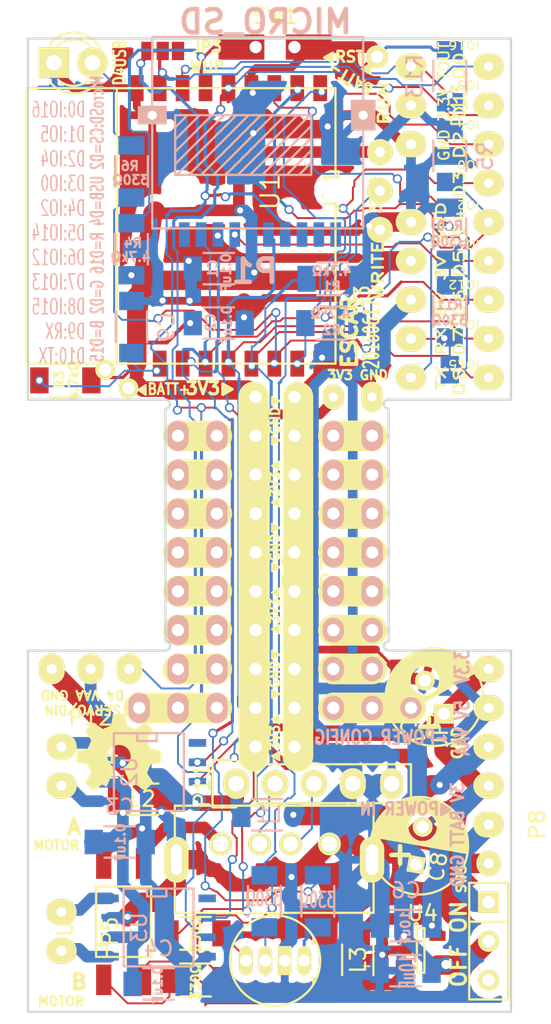
<source format=kicad_pcb>
(kicad_pcb (version 4) (host pcbnew 4.0.2-4+6225~38~ubuntu15.04.1-stable)
  (layers (0 F.Cu signal) (31 B.Cu signal) (34 B.Paste user hide) (35 F.Paste user hide) (36 B.SilkS user) (37 F.SilkS user) (38 B.Mask user) (39 F.Mask user) (44 Edge.Cuts user))
  (net 0 "")
  (net 1 +3V3)
  (net 2 GND)
  (net 3 VAA)
  (net 4 "Net-(D1-Pad2)")
  (net 5 "Net-(D2-Pad1)")
  (net 6 "Net-(D2-Pad3)")
  (net 7 "Net-(D2-Pad4)")
  (net 8 "Net-(JP1-Pad2)")
  (net 9 "Net-(JP2-Pad2)")
  (net 10 "Net-(JP2-Pad1)")
  (net 11 "Net-(JP4-Pad2)")
  (net 12 +BATT)
  (net 13 "Net-(P1-Pad7)")
  (net 14 "Net-(P1-Pad3)")
  (net 15 "Net-(P1-Pad1)")
  (net 16 "Net-(P1-Pad8)")
  (net 17 "Net-(P2-Pad4)")
  (net 18 "Net-(P3-Pad1)")
  (net 19 +5V)
  (net 20 "Net-(P4-Pad1)")
  (net 21 "Net-(P4-Pad2)")
  (net 22 "Net-(P5-Pad1)")
  (net 23 "Net-(P5-Pad2)")
  (net 24 "Net-(U2-Pad1)")
  (net 25 "Net-(U3-Pad1)")
  (net 26 "Net-(P1-Pad5)")
  (net 27 "Net-(P9-Pad1)")
  (net 28 "Net-(C3-Pad2)")
  (net 29 "Net-(P2-Pad3)")
  (net 30 "Net-(P12-Pad1)")
  (net 31 "Net-(P2-Pad9)")
  (net 32 "Net-(P10-Pad2)")
  (net 33 "Net-(P10-Pad3)")
  (net 34 "Net-(R12-Pad2)")
  (net 35 "Net-(P13-Pad1)")
  (net 36 "Net-(L3-Pad1)")
  (net 37 "Net-(P10-Pad1)")
  (net 38 "Net-(C9-Pad1)")
  (net 39 "Net-(JP3-Pad1)")
  (net 40 "Net-(P2-Pad5)")
  (module library:R_1206_HandSoldering_Small (layer B.Cu) (at 127 59.182 90)
    (fp_text reference R5 (at 0 2.3 90) (layer B.SilkS) (effects (justify mirror)))
    (fp_text value 4.7kΩ)
    (pad 1 smd rect (at -1.7 0 90) (size 1.2 1.7) (layers B.Cu B.Paste B.Mask) (net 40 "Net-(P2-Pad5)"))
    (pad 2 smd rect (at 1.7 0 90) (size 1.2 1.7) (layers B.Cu B.Paste B.Mask) (net 1 +3V3))
  )
  (module Wire_Pads:SolderWirePad_single_0-8mmDrill (layer F.Cu) (at 106.045 74.93)
    (fp_text reference P14 hide)
    (fp_text value BATTERY3.3V)
    (pad 1 thru_hole circle (at -0.0635 -0.5715) (size 1.3 1.3) (drill 0.8001) (layers *.Cu *.Mask F.SilkS) (net 1 +3V3))
  )
  (module library:Padmatrix-wide-02x01 (layer F.Cu) (at 120.65 74.93)
    (fp_text reference P16 hide)
    (fp_text value BREADBOARD_POWER hide)
    (pad 1 thru_hole oval (at -1.27 0) (size 1.4 1.651) (drill 0.6) (layers *.Cu *.Mask F.SilkS) (net 1 +3V3))
    (pad 2 thru_hole oval (at 1.27 0) (size 1.4 2) (drill 0.6) (layers *.Cu *.Mask F.SilkS) (net 2 GND))
  )
  (module Capacitors_ThroughHole:C_Radial_D6.3_L11.2_P2.5 (layer F.Cu) (at 124.7902 105.4862 80)
    (fp_text reference C8 (at 0.1016 1.4224 80) (layer F.SilkS))
    (fp_text value 100uF)
    (pad 2 thru_hole circle (at 2.5 0 80) (size 1.3 1.3) (drill 0.8) (layers *.Cu *.Mask F.SilkS) (net 2 GND))
    (pad 1 thru_hole rect (at 0 0 80) (size 1.1 1.1) (drill 0.8) (layers *.Cu *.Mask F.SilkS) (net 19 +5V))
  )
  (module library:Padmatrix-wide-01x10 (layer F.Cu) (at 116.84 86.36 90)
    (fp_text reference P7 (at 0 2.4 90) (layer F.SilkS) (effects (font (size 1.2 1.2))))
    (fp_text value CONN_01X10)
    (pad 1 thru_hole oval (at -11.43 0 90) (size 1.6 1.4) (drill 0.8) (layers *.Cu *.Mask F.SilkS) (net 2 GND))
    (pad 2 thru_hole oval (at -8.89 0 90) (size 1.6 1.4) (drill 0.8) (layers *.Cu *.Mask F.SilkS) (net 2 GND))
    (pad 3 thru_hole oval (at -6.35 0 90) (size 2 1.4) (drill 0.8) (layers *.Cu *.Mask F.SilkS) (net 2 GND))
    (pad 4 thru_hole oval (at -3.81 0 90) (size 2 1.4) (drill 0.8) (layers *.Cu *.Mask F.SilkS) (net 2 GND))
    (pad 5 thru_hole oval (at -1.27 0 90) (size 2 1.4) (drill 0.8) (layers *.Cu *.Mask F.SilkS) (net 2 GND))
    (pad 6 thru_hole oval (at 1.27 0 90) (size 2 1.4) (drill 0.8) (layers *.Cu *.Mask F.SilkS) (net 2 GND))
    (pad 7 thru_hole oval (at 3.81 0 90) (size 2 1.4) (drill 0.8) (layers *.Cu *.Mask F.SilkS) (net 2 GND))
    (pad 8 thru_hole oval (at 6.35 0 90) (size 2 1.4) (drill 0.8) (layers *.Cu *.Mask F.SilkS) (net 2 GND))
    (pad 9 thru_hole oval (at 8.89 0 90) (size 1.7 1.4) (drill 0.8) (layers *.Cu *.Mask F.SilkS) (net 2 GND))
    (pad 10 thru_hole oval (at 11.43 0 90) (size 1 1.4) (drill 0.8) (layers *.Cu *.Mask F.SilkS) (net 2 GND))
  )
  (module SMD_Packages:SOIC-8-N (layer B.Cu) (at 107.95 109.601 270)
    (fp_text reference U3 (at 0 1.27 270) (layer B.SilkS) (effects (justify mirror)))
    (fp_text value TC117HS)
    (pad 8 smd rect (at -1.905 3.175 270) (size 0.508 1.143) (layers B.Cu B.Paste B.Mask) (net 22 "Net-(P5-Pad1)"))
    (pad 7 smd rect (at -0.635 3.175 270) (size 0.508 1.143) (layers B.Cu B.Paste B.Mask) (net 2 GND))
    (pad 6 smd rect (at 0.635 3.175 270) (size 0.508 1.143) (layers B.Cu B.Paste B.Mask) (net 28 "Net-(C3-Pad2)"))
    (pad 5 smd rect (at 1.905 3.175 270) (size 0.508 1.143) (layers B.Cu B.Paste B.Mask) (net 23 "Net-(P5-Pad2)"))
    (pad 4 smd rect (at 1.905 -3.175 270) (size 0.508 1.143) (layers B.Cu B.Paste B.Mask) (net 3 VAA))
    (pad 3 smd rect (at 0.635 -3.175 270) (size 0.508 1.143) (layers B.Cu B.Paste B.Mask) (net 9 "Net-(JP2-Pad2)"))
    (pad 2 smd rect (at -0.635 -3.175 270) (size 0.508 1.143) (layers B.Cu B.Paste B.Mask) (net 14 "Net-(P1-Pad3)"))
    (pad 1 smd rect (at -1.905 -3.175 270) (size 0.508 1.143) (layers B.Cu B.Paste B.Mask) (net 25 "Net-(U3-Pad1)"))
  )
  (module library:Padmatrix-wide-02x01 (layer B.Cu) (at 107.95 95.25)
    (fp_text reference P9 hide)
    (fp_text value "UNIVERSAL PAD" hide)
    (pad 1 thru_hole oval (at -1.27 0) (size 1.4 2) (drill 0.8) (layers *.Cu *.Mask B.SilkS) (net 27 "Net-(P9-Pad1)"))
    (pad 2 thru_hole oval (at 1.27 0) (size 1.4 2) (drill 0.8) (layers *.Cu *.Mask B.SilkS) (net 27 "Net-(P9-Pad1)"))
  )
  (module library:Padmatrix-wide-02x01 (layer B.Cu) (at 123.19 95.25)
    (fp_text reference P9 hide)
    (fp_text value UNIVERSAL_PAD hide)
    (pad 1 thru_hole oval (at -1.27 0) (size 1.4 1.6) (drill 0.8) (layers *.Cu *.Mask B.SilkS) (net 27 "Net-(P9-Pad1)"))
    (pad 2 thru_hole oval (at 1.27 0) (size 1.4 1.4) (drill 0.8) (layers *.Cu *.Mask B.SilkS) (net 27 "Net-(P9-Pad1)"))
  )
  (module library:Padmatrix-wide-02x01 (layer B.Cu) (at 120.65 92.71)
    (fp_text reference P9 hide)
    (fp_text value UNIVERSAL_PAD hide)
    (pad 1 thru_hole oval (at -1.27 0) (size 1.4 1.6) (drill 0.8) (layers *.Cu *.Mask B.SilkS) (net 27 "Net-(P9-Pad1)"))
    (pad 2 thru_hole oval (at 1.27 0) (size 1.4 1.6) (drill 0.8) (layers *.Cu *.Mask B.SilkS) (net 27 "Net-(P9-Pad1)"))
  )
  (module library:Padmatrix-wide-02x01 (layer B.Cu) (at 120.65 95.25)
    (fp_text reference P9 hide)
    (fp_text value UNIVERSAL_PAD hide)
    (pad 1 thru_hole oval (at -1.27 0) (size 1.4 1.6) (drill 0.8) (layers *.Cu *.Mask B.SilkS) (net 27 "Net-(P9-Pad1)"))
    (pad 2 thru_hole oval (at 1.27 0) (size 1.4 1.6) (drill 0.8) (layers *.Cu *.Mask B.SilkS) (net 27 "Net-(P9-Pad1)"))
  )
  (module library:Padmatrix-wide-02x01 (layer B.Cu) (at 120.65 90.17)
    (fp_text reference P9 hide)
    (fp_text value UNIVERSAL_PAD hide)
    (pad 1 thru_hole oval (at -1.27 0) (size 1.4 1.6) (drill 0.8) (layers *.Cu *.Mask B.SilkS) (net 27 "Net-(P9-Pad1)"))
    (pad 2 thru_hole oval (at 1.27 0) (size 1.4 1.6) (drill 0.8) (layers *.Cu *.Mask B.SilkS) (net 27 "Net-(P9-Pad1)"))
  )
  (module library:Padmatrix-wide-02x01 (layer B.Cu) (at 120.65 87.63)
    (fp_text reference P9 hide)
    (fp_text value UNIVERSAL_PAD hide)
    (pad 1 thru_hole oval (at -1.27 0) (size 1.4 2) (drill 0.8) (layers *.Cu *.Mask B.SilkS) (net 27 "Net-(P9-Pad1)"))
    (pad 2 thru_hole oval (at 1.27 0) (size 1.4 2) (drill 0.8) (layers *.Cu *.Mask B.SilkS) (net 27 "Net-(P9-Pad1)"))
  )
  (module library:Padmatrix-wide-02x01 (layer B.Cu) (at 120.65 77.47)
    (fp_text reference P9 hide)
    (fp_text value UNIVERSAL_PAD hide)
    (pad 1 thru_hole oval (at -1.27 0) (size 1.4 2) (drill 0.8) (layers *.Cu *.Mask B.SilkS) (net 27 "Net-(P9-Pad1)"))
    (pad 2 thru_hole oval (at 1.27 0) (size 1.4 2) (drill 0.8) (layers *.Cu *.Mask B.SilkS) (net 27 "Net-(P9-Pad1)"))
  )
  (module library:Padmatrix-wide-02x01 (layer B.Cu) (at 120.65 80.01)
    (fp_text reference P9 hide)
    (fp_text value UNIVERSAL_PAD hide)
    (pad 1 thru_hole oval (at -1.27 0) (size 1.4 2) (drill 0.8) (layers *.Cu *.Mask B.SilkS) (net 27 "Net-(P9-Pad1)"))
    (pad 2 thru_hole oval (at 1.27 0) (size 1.4 2) (drill 0.8) (layers *.Cu *.Mask B.SilkS) (net 27 "Net-(P9-Pad1)"))
  )
  (module library:Padmatrix-wide-02x01 (layer B.Cu) (at 120.65 85.09)
    (fp_text reference P9 hide)
    (fp_text value UNIVERSAL_PAD hide)
    (pad 1 thru_hole oval (at -1.27 0) (size 1.4 2) (drill 0.8) (layers *.Cu *.Mask B.SilkS) (net 27 "Net-(P9-Pad1)"))
    (pad 2 thru_hole oval (at 1.27 0) (size 1.4 2) (drill 0.8) (layers *.Cu *.Mask B.SilkS) (net 27 "Net-(P9-Pad1)"))
  )
  (module library:Padmatrix-wide-02x01 (layer B.Cu) (at 120.65 82.55)
    (fp_text reference P9 hide)
    (fp_text value UNIVERSAL_PAD hide)
    (pad 1 thru_hole oval (at -1.27 0) (size 1.4 2) (drill 0.8) (layers *.Cu *.Mask B.SilkS) (net 27 "Net-(P9-Pad1)"))
    (pad 2 thru_hole oval (at 1.27 0) (size 1.4 2) (drill 0.8) (layers *.Cu *.Mask B.SilkS) (net 27 "Net-(P9-Pad1)"))
  )
  (module library:Padmatrix-wide-02x01 (layer B.Cu) (at 110.49 82.55)
    (fp_text reference P9 hide)
    (fp_text value UNIVERSAL_PAD hide)
    (pad 1 thru_hole oval (at -1.27 0) (size 1.4 2) (drill 0.8) (layers *.Cu *.Mask B.SilkS) (net 27 "Net-(P9-Pad1)"))
    (pad 2 thru_hole oval (at 1.27 0) (size 1.4 2) (drill 0.8) (layers *.Cu *.Mask B.SilkS) (net 27 "Net-(P9-Pad1)"))
  )
  (module library:Padmatrix-wide-02x01 (layer B.Cu) (at 110.49 85.09)
    (fp_text reference P9 hide)
    (fp_text value UNIVERSAL_PAD hide)
    (pad 1 thru_hole oval (at -1.27 0) (size 1.4 2) (drill 0.8) (layers *.Cu *.Mask B.SilkS) (net 27 "Net-(P9-Pad1)"))
    (pad 2 thru_hole oval (at 1.27 0) (size 1.4 2) (drill 0.8) (layers *.Cu *.Mask B.SilkS) (net 27 "Net-(P9-Pad1)"))
  )
  (module library:Padmatrix-wide-02x01 (layer B.Cu) (at 110.49 80.01)
    (fp_text reference P9 hide)
    (fp_text value UNIVERSAL_PAD hide)
    (pad 1 thru_hole oval (at -1.27 0) (size 1.4 2) (drill 0.8) (layers *.Cu *.Mask B.SilkS) (net 27 "Net-(P9-Pad1)"))
    (pad 2 thru_hole oval (at 1.27 0) (size 1.4 2) (drill 0.8) (layers *.Cu *.Mask B.SilkS) (net 27 "Net-(P9-Pad1)"))
  )
  (module library:Padmatrix-wide-02x01 (layer B.Cu) (at 110.49 77.47)
    (fp_text reference P9 hide)
    (fp_text value UNIVERSAL_PAD hide)
    (pad 1 thru_hole oval (at -1.27 0) (size 1.4 2) (drill 0.8) (layers *.Cu *.Mask B.SilkS) (net 27 "Net-(P9-Pad1)"))
    (pad 2 thru_hole oval (at 1.27 0) (size 1.4 2) (drill 0.8) (layers *.Cu *.Mask B.SilkS) (net 27 "Net-(P9-Pad1)"))
  )
  (module library:Padmatrix-wide-02x01 (layer B.Cu) (at 110.49 87.63)
    (fp_text reference P9 hide)
    (fp_text value UNIVERSAL_PAD hide)
    (pad 1 thru_hole oval (at -1.27 0) (size 1.4 2) (drill 0.8) (layers *.Cu *.Mask B.SilkS) (net 27 "Net-(P9-Pad1)"))
    (pad 2 thru_hole oval (at 1.27 0) (size 1.4 2) (drill 0.8) (layers *.Cu *.Mask B.SilkS) (net 27 "Net-(P9-Pad1)"))
  )
  (module library:Padmatrix-wide-02x01 (layer B.Cu) (at 110.49 90.17)
    (fp_text reference P9 hide)
    (fp_text value UNIVERSAL_PAD hide)
    (pad 1 thru_hole oval (at -1.27 0) (size 1.4 2) (drill 0.8) (layers *.Cu *.Mask B.SilkS) (net 27 "Net-(P9-Pad1)"))
    (pad 2 thru_hole oval (at 1.27 0) (size 1.4 2) (drill 0.8) (layers *.Cu *.Mask B.SilkS) (net 27 "Net-(P9-Pad1)"))
  )
  (module library:Padmatrix-wide-02x01 (layer B.Cu) (at 110.49 95.25)
    (fp_text reference P9 hide)
    (fp_text value UNIVERSAL_PAD hide)
    (pad 1 thru_hole oval (at -1.27 0) (size 1.4 2) (drill 0.8) (layers *.Cu *.Mask B.SilkS) (net 27 "Net-(P9-Pad1)"))
    (pad 2 thru_hole oval (at 1.27 0) (size 1.4 2) (drill 0.8) (layers *.Cu *.Mask B.SilkS) (net 27 "Net-(P9-Pad1)"))
  )
  (module Capacitors_ThroughHole:C_Radial_D6.3_L11.2_P2.5 (layer F.Cu) (at 126.619 95.631 120)
    (fp_text reference C7 (at 0.089633 -2.441249 120) (layer F.SilkS))
    (fp_text value 100uF)
    (pad 2 thru_hole circle (at 2.5 0 120) (size 1.3 1.3) (drill 0.8) (layers *.Cu *.Mask F.SilkS) (net 2 GND))
    (pad 1 thru_hole rect (at 0 0 90) (size 1.3 1.3) (drill 0.8) (layers *.Cu *.Mask F.SilkS) (net 1 +3V3))
  )
  (module LEDs:LED-3MM (layer F.Cu) (at 101.092 53.086)
    (fp_text reference D1 hide)
    (fp_text value YELLOW)
    (pad 1 thru_hole rect (at 0 0 90) (size 2 2) (drill 1.00076) (layers *.Cu *.Mask F.SilkS) (net 2 GND))
    (pad 2 thru_hole circle (at 2.54 0) (size 2 2) (drill 1.00076) (layers *.Cu *.Mask F.SilkS) (net 4 "Net-(D1-Pad2)"))
  )
  (module LEDs:LED-RGB-5MM_Common_Cathode (layer F.Cu) (at 117.475 111.76 270)
    (fp_text reference D2 hide)
    (fp_text value LED_RCBG)
    (pad 1 thru_hole oval (at 0 0 270) (size 1.905 0.9) (drill 0.762) (layers *.Cu *.Mask F.SilkS) (net 5 "Net-(D2-Pad1)"))
    (pad 2 thru_hole rect (at 0 1.27 270) (size 1.905 0.9) (drill 0.762) (layers *.Cu *.Mask F.SilkS) (net 2 GND))
    (pad 3 thru_hole oval (at 0 2.54 270) (size 1.905 0.9) (drill 0.762) (layers *.Cu *.Mask F.SilkS) (net 6 "Net-(D2-Pad3)"))
    (pad 4 thru_hole oval (at 0 3.81 270) (size 1.905 0.9) (drill 0.762) (layers *.Cu *.Mask F.SilkS) (net 7 "Net-(D2-Pad4)"))
  )
  (module Buttons_Switches_ThroughHole:SW_Micro_SPST (layer F.Cu) (at 129.54 110.49 270)
    (fp_text reference SW3 (at -4.064 1.778 270) (layer F.SilkS) (effects (font (size 0.6 0.6))))
    (fp_text value POWER_SW)
    (pad 1 thru_hole rect (at -2.54 0 270) (size 1.397 1.397) (drill 0.8128) (layers *.Cu *.Mask F.SilkS) (net 12 +BATT))
    (pad 2 thru_hole circle (at 0 0 270) (size 1.397 1.397) (drill 0.8128) (layers *.Cu *.Mask F.SilkS) (net 19 +5V))
    (pad 3 thru_hole circle (at 2.54 0 270) (size 1.397 1.397) (drill 0.8128) (layers *.Cu *.Mask F.SilkS))
  )
  (module library:ESP_WROOM_02 (layer F.Cu) (at 112.522 63.754 90)
    (fp_text reference U1 (at 2.2225 2.7305 90) (layer F.SilkS) (effects (font (size 1.2 1.2))))
    (fp_text value ESP-WROOM-02)
    (pad 18 smd rect (at 9 -6) (size 0.9 1.7) (layers F.Cu F.Paste F.Mask) (net 2 GND))
    (pad 1 smd rect (at -9 -6) (size 0.9 1.7) (layers F.Cu F.Paste F.Mask) (net 1 +3V3))
    (pad 17 smd rect (at 9 -4.5) (size 0.9 1.7) (layers F.Cu F.Paste F.Mask) (net 9 "Net-(JP2-Pad2)"))
    (pad 2 smd rect (at -9 -4.5) (size 0.9 1.7) (layers F.Cu F.Paste F.Mask) (net 38 "Net-(C9-Pad1)"))
    (pad 16 smd rect (at 9 -3) (size 0.9 1.7) (layers F.Cu F.Paste F.Mask) (net 35 "Net-(P13-Pad1)"))
    (pad 3 smd rect (at -9 -3) (size 0.9 1.7) (layers F.Cu F.Paste F.Mask) (net 26 "Net-(P1-Pad5)"))
    (pad 15 smd rect (at 9 -1.5) (size 0.9 1.7) (layers F.Cu F.Paste F.Mask) (net 10 "Net-(JP2-Pad1)"))
    (pad 4 smd rect (at -9 -1.5) (size 0.9 1.7) (layers F.Cu F.Paste F.Mask) (net 13 "Net-(P1-Pad7)"))
    (pad 14 smd rect (at 9 0) (size 0.9 1.7) (layers F.Cu F.Paste F.Mask) (net 30 "Net-(P12-Pad1)"))
    (pad 5 smd rect (at -9 0) (size 0.9 1.7) (layers F.Cu F.Paste F.Mask) (net 14 "Net-(P1-Pad3)"))
    (pad 13 smd rect (at 9 1.5) (size 0.9 1.7) (layers F.Cu F.Paste F.Mask) (net 2 GND))
    (pad 6 smd rect (at -9 1.5) (size 0.9 1.7) (layers F.Cu F.Paste F.Mask) (net 31 "Net-(P2-Pad9)"))
    (pad 12 smd rect (at 9 3) (size 0.9 1.7) (layers F.Cu F.Paste F.Mask) (net 18 "Net-(P3-Pad1)"))
    (pad 7 smd rect (at -9 3) (size 0.9 1.7) (layers F.Cu F.Paste F.Mask) (net 40 "Net-(P2-Pad5)"))
    (pad 11 smd rect (at 9 4.5) (size 0.9 1.7) (layers F.Cu F.Paste F.Mask) (net 39 "Net-(JP3-Pad1)"))
    (pad 8 smd rect (at -9 4.5) (size 0.9 1.7) (layers F.Cu F.Paste F.Mask) (net 17 "Net-(P2-Pad4)"))
    (pad 10 smd rect (at 9 6) (size 0.9 1.7) (layers F.Cu F.Paste F.Mask) (net 29 "Net-(P2-Pad3)"))
    (pad 9 smd rect (at -9 6) (size 0.9 1.7) (layers F.Cu F.Paste F.Mask) (net 2 GND))
  )
  (module SMD_Packages:SOIC-8-N (layer B.Cu) (at 107.315 99.441 270)
    (fp_text reference U2 (at 0 1.27 270) (layer B.SilkS) (effects (justify mirror)))
    (fp_text value TC117HS)
    (pad 8 smd rect (at -1.905 3.175 270) (size 0.508 1.143) (layers B.Cu B.Paste B.Mask) (net 20 "Net-(P4-Pad1)"))
    (pad 7 smd rect (at -0.635 3.175 270) (size 0.508 1.143) (layers B.Cu B.Paste B.Mask) (net 2 GND))
    (pad 6 smd rect (at 0.635 3.175 270) (size 0.508 1.143) (layers B.Cu B.Paste B.Mask) (net 28 "Net-(C3-Pad2)"))
    (pad 5 smd rect (at 1.905 3.175 270) (size 0.508 1.143) (layers B.Cu B.Paste B.Mask) (net 21 "Net-(P4-Pad2)"))
    (pad 4 smd rect (at 1.905 -3.175 270) (size 0.508 1.143) (layers B.Cu B.Paste B.Mask) (net 3 VAA))
    (pad 3 smd rect (at 0.635 -3.175 270) (size 0.508 1.143) (layers B.Cu B.Paste B.Mask) (net 26 "Net-(P1-Pad5)"))
    (pad 2 smd rect (at -0.635 -3.175 270) (size 0.508 1.143) (layers B.Cu B.Paste B.Mask) (net 13 "Net-(P1-Pad7)"))
    (pad 1 smd rect (at -1.905 -3.175 270) (size 0.508 1.143) (layers B.Cu B.Paste B.Mask) (net 24 "Net-(U2-Pad1)"))
  )
  (module library:Padmatrix-wide-02x01 (layer B.Cu) (at 110.49 92.71)
    (fp_text reference P9 hide)
    (fp_text value UNIVERSAL_PAD hide)
    (pad 1 thru_hole oval (at -1.27 0) (size 1.4 2) (drill 0.8) (layers *.Cu *.Mask B.SilkS) (net 27 "Net-(P9-Pad1)"))
    (pad 2 thru_hole oval (at 1.27 0) (size 1.4 2) (drill 0.8) (layers *.Cu *.Mask B.SilkS) (net 27 "Net-(P9-Pad1)"))
  )
  (module library:Padmatrix-wide-01x10 (layer F.Cu) (at 114.3 86.36 90)
    (fp_text reference P6 (at 0 2.4 90) (layer F.SilkS) (effects (font (size 1.2 1.2))))
    (fp_text value CONN_01X10)
    (pad 1 thru_hole oval (at -11.43 0 90) (size 2 1.4) (drill 0.8) (layers *.Cu *.Mask F.SilkS) (net 1 +3V3))
    (pad 2 thru_hole oval (at -8.89 0 90) (size 2 1.4) (drill 0.8) (layers *.Cu *.Mask F.SilkS) (net 1 +3V3))
    (pad 3 thru_hole oval (at -6.35 0 90) (size 2 1.4) (drill 0.8) (layers *.Cu *.Mask F.SilkS) (net 1 +3V3))
    (pad 4 thru_hole oval (at -3.81 0 90) (size 2 1.4) (drill 0.8) (layers *.Cu *.Mask F.SilkS) (net 1 +3V3))
    (pad 5 thru_hole oval (at -1.27 0 90) (size 2 1.4) (drill 0.8) (layers *.Cu *.Mask F.SilkS) (net 1 +3V3))
    (pad 6 thru_hole oval (at 1.27 0 90) (size 2 1.4) (drill 0.8) (layers *.Cu *.Mask F.SilkS) (net 1 +3V3))
    (pad 7 thru_hole oval (at 3.81 0 90) (size 2 1.4) (drill 0.8) (layers *.Cu *.Mask F.SilkS) (net 1 +3V3))
    (pad 8 thru_hole oval (at 6.35 0 90) (size 2 1.4) (drill 0.8) (layers *.Cu *.Mask F.SilkS) (net 1 +3V3))
    (pad 9 thru_hole oval (at 8.89 0 90) (size 2 1.4) (drill 0.8) (layers *.Cu *.Mask F.SilkS) (net 1 +3V3))
    (pad 10 thru_hole oval (at 11.43 0 90) (size 1.27 1.4) (drill 0.8) (layers *.Cu *.Mask F.SilkS) (net 1 +3V3))
  )
  (module library:OSHW_LOGL_SYLK_5mm (layer F.Cu) (at 105.3592 98.1456)
    (fp_text reference OSHW hide)
    (fp_text value 1.1 hide)
  )
  (module library:C_1206_HandSoldering_Small (layer F.Cu) (at 120.9802 111.7092 90)
    (fp_text reference L3 (at 0 0.0254 90) (layer F.SilkS))
    (fp_text value 4.7uH)
    (pad 1 smd rect (at -1.6 0 90) (size 1.4 1.6) (layers F.Cu F.Paste F.Mask) (net 36 "Net-(L3-Pad1)"))
    (pad 2 smd rect (at 1.6 0 90) (size 1.4 1.6) (layers F.Cu F.Paste F.Mask) (net 1 +3V3))
  )
  (module library:USB_A_Vertical_Short (layer F.Cu) (at 112.014 104.14)
    (fp_text reference P10 hide)
    (fp_text value USB_A)
    (pad 4 thru_hole circle (at 7.11286 -0.00212 270) (size 1.50114 1.50114) (drill 1.00076) (layers *.Cu *.Mask F.SilkS) (net 2 GND))
    (pad 3 thru_hole circle (at 4.57286 -0.00212 270) (size 1.50114 1.50114) (drill 1.00076) (layers *.Cu *.Mask F.SilkS) (net 33 "Net-(P10-Pad3)"))
    (pad 2 thru_hole circle (at 2.54086 -0.00212 270) (size 1.50114 1.50114) (drill 1.00076) (layers *.Cu *.Mask F.SilkS) (net 32 "Net-(P10-Pad2)"))
    (pad 1 thru_hole circle (at 0.00086 -0.00212 270) (size 1.50114 1.50114) (drill 1.00076) (layers *.Cu *.Mask F.SilkS) (net 37 "Net-(P10-Pad1)"))
    (pad 5 thru_hole oval (at 9.9 1.03 270) (size 3 1.6) (drill oval 2 0.8) (layers *.Cu *.Mask F.SilkS) (net 2 GND))
    (pad 5 thru_hole oval (at -2.9 1.03 270) (size 3 1.6) (drill oval 2 0.7) (layers *.Cu *.Mask F.SilkS) (net 2 GND))
  )
  (module Pin_Headers:Pin_Header_Straight_1x05 (layer F.Cu) (at 113.03 100.203 90)
    (fp_text reference P11 (at -0.127 -2.2352 90) (layer F.SilkS))
    (fp_text value USB_B)
    (pad 1 thru_hole oval (at 0 0 90) (size 2 1.7) (drill 1.016) (layers *.Cu *.Mask F.SilkS) (net 3 VAA))
    (pad 2 thru_hole oval (at 0 2.54 90) (size 1.8 1.7272) (drill 1.016) (layers *.Cu *.Mask F.SilkS) (net 32 "Net-(P10-Pad2)"))
    (pad 3 thru_hole oval (at 0 5.08 90) (size 1.8 1.7272) (drill 1.016) (layers *.Cu *.Mask F.SilkS) (net 33 "Net-(P10-Pad3)"))
    (pad 4 thru_hole oval (at 0 7.62 90) (size 2.032 1.7272) (drill 1.016) (layers *.Cu *.Mask F.SilkS) (net 2 GND))
    (pad 5 thru_hole oval (at 0 10.16 90) (size 2.032 1.5) (drill 1.016) (layers *.Cu *.Mask F.SilkS) (net 2 GND))
  )
  (module TO_SOT_Packages_SMD:SOT-23-5 (layer F.Cu) (at 125.095 111.0996)
    (fp_text reference U4 (at 0.127 -2.4384) (layer F.SilkS))
    (fp_text value MT5201-3.3N)
    (pad 1 smd rect (at -1.1 -0.95) (size 1.06 0.65) (layers F.Cu F.Paste F.Mask) (net 19 +5V))
    (pad 2 smd rect (at -1.1 0) (size 1.06 0.65) (layers F.Cu F.Paste F.Mask) (net 2 GND))
    (pad 3 smd rect (at -1.1 0.95) (size 1.06 0.65) (layers F.Cu F.Paste F.Mask) (net 36 "Net-(L3-Pad1)"))
    (pad 4 smd rect (at 1.1 0.95) (size 1.06 0.65) (layers F.Cu F.Paste F.Mask) (net 19 +5V))
    (pad 5 smd rect (at 1.1 -0.95) (size 1.06 0.65) (layers F.Cu F.Paste F.Mask) (net 1 +3V3))
  )
  (module library:R_1206_HandSoldering_Small (layer B.Cu) (at 119.253 70.104 180)
    (fp_text reference R2 (at -0.0254 -0.4572 180) (layer B.SilkS) (effects (font (size 0.6 0.6)) (justify mirror)))
    (fp_text value 4.7kΩ (at 0.0762 0.6096 180) (layer B.SilkS) (effects (font (size 0.6 0.6)) (justify mirror)))
    (pad 1 smd rect (at -1.7 0 180) (size 1.2 1.7) (layers B.Cu B.Paste B.Mask) (net 8 "Net-(JP1-Pad2)"))
    (pad 2 smd rect (at 1.7 0 180) (size 1.2 1.7) (layers B.Cu B.Paste B.Mask) (net 17 "Net-(P2-Pad4)"))
  )
  (module library:C_1206_HandSoldering_Small (layer B.Cu) (at 111.887 66.548 180)
    (fp_text reference C1 (at 0.381 0 270) (layer B.SilkS) (effects (font (size 0.6 0.6)) (justify mirror)))
    (fp_text value 0.1uF (at -0.4826 -0.254 270) (layer B.SilkS) (effects (font (size 0.6 0.6)) (justify mirror)))
    (pad 1 smd rect (at -1.7 0 180) (size 1.2 1.6) (layers B.Cu B.Paste B.Mask) (net 1 +3V3))
    (pad 2 smd rect (at 1.7 0 180) (size 1.2 1.6) (layers B.Cu B.Paste B.Mask) (net 2 GND))
  )
  (module library:C_1206_HandSoldering_Small (layer B.Cu) (at 111.887 70.104)
    (fp_text reference C2 (at -0.5334 -0.0508 90) (layer B.SilkS) (effects (font (size 0.6 0.6)) (justify mirror)))
    (fp_text value 0.1uF (at 0.5334 0.1016 90) (layer B.SilkS) (effects (font (size 0.6 0.6)) (justify mirror)))
    (pad 1 smd rect (at -1.7 0) (size 1.2 1.6) (layers B.Cu B.Paste B.Mask) (net 1 +3V3))
    (pad 2 smd rect (at 1.7 0) (size 1.2 1.6) (layers B.Cu B.Paste B.Mask) (net 2 GND))
  )
  (module library:R_1206_HandSoldering_Small (layer B.Cu) (at 127 69.342 90)
    (fp_text reference R11 (at 0.4318 -0.0254 180) (layer B.SilkS) (effects (font (size 0.6 0.6)) (justify mirror)))
    (fp_text value 330Ω (at -0.5842 -0.0254 180) (layer B.SilkS) (effects (font (size 0.6 0.6)) (justify mirror)))
    (pad 1 smd rect (at -1.7 0 90) (size 1.2 1.7) (layers B.Cu B.Paste B.Mask) (net 39 "Net-(JP3-Pad1)"))
    (pad 2 smd rect (at 1.7 0 90) (size 1.2 1.7) (layers B.Cu B.Paste B.Mask) (net 39 "Net-(JP3-Pad1)"))
  )
  (module library:R_1206_HandSoldering_Small (layer F.Cu) (at 110.363 113.03 180)
    (fp_text reference R12 hide)
    (fp_text value 330Ω (at -0.0254 -0.1016 270) (layer F.SilkS) (effects (font (size 0.6 0.6))))
    (pad 1 smd rect (at -1.7 0 180) (size 1.2 1.7) (layers F.Cu F.Paste F.Mask) (net 29 "Net-(P2-Pad3)"))
    (pad 2 smd rect (at 1.7 0 180) (size 1.2 1.7) (layers F.Cu F.Paste F.Mask) (net 34 "Net-(R12-Pad2)"))
  )
  (module library:Solder_Jumper_3 (layer F.Cu) (at 108.22 52.324 180)
    (fp_text reference JP2 hide)
    (fp_text value WAKEUP hide)
    (pad 3 smd rect (at 1 0 180) (size 0.8 1.2) (layers F.Cu F.Paste F.Mask) (net 9 "Net-(JP2-Pad2)"))
    (pad 1 smd rect (at -1 0 180) (size 0.8 1.2) (layers F.Cu F.Paste F.Mask) (net 10 "Net-(JP2-Pad1)"))
    (pad 2 smd rect (at 0 0 180) (size 0.8 1.2) (layers F.Cu F.Paste F.Mask) (net 9 "Net-(JP2-Pad2)"))
  )
  (module library:R_1206_HandSoldering_Small (layer B.Cu) (at 106.172 65.278 270)
    (fp_text reference R4 (at -0.4046 -0.1016 360) (layer B.SilkS) (effects (font (size 0.6 0.6)) (justify mirror)))
    (fp_text value 4.7kΩ (at 0.5098 0.0508 360) (layer B.SilkS) (effects (font (size 0.6 0.6)) (justify mirror)))
    (pad 1 smd rect (at -1.7 0 270) (size 1.2 1.7) (layers B.Cu B.Paste B.Mask) (net 10 "Net-(JP2-Pad1)"))
    (pad 2 smd rect (at 1.7 0 270) (size 1.2 1.7) (layers B.Cu B.Paste B.Mask) (net 1 +3V3))
  )
  (module library:R_1206_HandSoldering_Small (layer B.Cu) (at 106.172 60.198 270)
    (fp_text reference R6 (at -0.3556 0.1016 360) (layer B.SilkS) (effects (font (size 0.6 0.6)) (justify mirror)))
    (fp_text value 330Ω (at 0.5588 0.0508 360) (layer B.SilkS) (effects (font (size 0.6 0.6)) (justify mirror)))
    (pad 1 smd rect (at -1.7 0 270) (size 1.2 1.7) (layers B.Cu B.Paste B.Mask) (net 4 "Net-(D1-Pad2)"))
    (pad 2 smd rect (at 1.7 0 270) (size 1.2 1.7) (layers B.Cu B.Paste B.Mask) (net 40 "Net-(P2-Pad5)"))
  )
  (module library:R_1206_HandSoldering_Small (layer B.Cu) (at 127 64.262 270)
    (fp_text reference R10 (at -0.508 0 360) (layer B.SilkS) (effects (font (size 0.6 0.6)) (justify mirror)))
    (fp_text value 330Ω (at 0.508 0.1016 540) (layer B.SilkS) (effects (font (size 0.6 0.6)) (justify mirror)))
    (pad 1 smd rect (at -1.7 0 270) (size 1.2 1.7) (layers B.Cu B.Paste B.Mask) (net 2 GND))
    (pad 2 smd rect (at 1.7 0 270) (size 1.2 1.7) (layers B.Cu B.Paste B.Mask) (net 39 "Net-(JP3-Pad1)"))
  )
  (module library:R_1206_HandSoldering_Small (layer B.Cu) (at 119.3292 67.2084 180)
    (fp_text reference R1 (at 0.0508 -0.508 180) (layer B.SilkS) (effects (font (size 0.6 0.6)) (justify mirror)))
    (fp_text value 4.7kΩ (at 0.0508 0.508 180) (layer B.SilkS) (effects (font (size 0.6 0.6)) (justify mirror)))
    (pad 1 smd rect (at -1.7 0 180) (size 1.2 1.7) (layers B.Cu B.Paste B.Mask) (net 2 GND))
    (pad 2 smd rect (at 1.7 0 180) (size 1.2 1.7) (layers B.Cu B.Paste B.Mask) (net 31 "Net-(P2-Pad9)"))
  )
  (module Opto-Devices:Optocoupler_SMD_HandSoldering_KPC357_LTV35x_PC357_SingleChannel (layer F.Cu) (at 105.664 109.22 90)
    (fp_text reference U5 (at 0 -3.81 90) (layer F.SilkS))
    (fp_text value TLP222A)
    (pad 2 smd rect (at -3.79984 1.34874 90) (size 1.99898 0.89916) (layers F.Cu F.Paste F.Mask) (net 2 GND))
    (pad 1 smd rect (at -3.79984 -1.30048 90) (size 1.99898 1.00076) (layers F.Cu F.Paste F.Mask) (net 34 "Net-(R12-Pad2)"))
    (pad 4 smd rect (at 3.79984 -1.30048 90) (size 1.99898 1.00076) (layers F.Cu F.Paste F.Mask) (net 3 VAA))
    (pad 3 smd rect (at 3.79984 1.30048 90) (size 1.99898 1.00076) (layers F.Cu F.Paste F.Mask) (net 37 "Net-(P10-Pad1)"))
  )
  (module Wire_Pads:SolderWirePad_single_0-8mmDrill (layer F.Cu) (at 104.14 73.025)
    (fp_text reference P14 hide)
    (fp_text value BATTERY3.3V)
    (pad 1 thru_hole circle (at 0.3175 0.127) (size 1.3 1.3) (drill 0.8001) (layers *.Cu *.Mask F.SilkS) (net 1 +3V3))
  )
  (module Wire_Pads:SolderWirePad_single_0-8mmDrill (layer F.Cu) (at 121.92 52.07)
    (fp_text reference P15 hide)
    (fp_text value BATTERYGND)
    (pad 1 thru_hole circle (at 0.3175 0.635) (size 1.5 1.5) (drill 0.8001) (layers *.Cu *.Mask F.SilkS) (net 2 GND))
  )
  (module library:R_1206_HandSoldering_Small (layer B.Cu) (at 114.8715 107.8865 90)
    (fp_text reference R7 hide)
    (fp_text value 330Ω)
    (pad 1 smd rect (at -1.7 0 90) (size 1.2 1.7) (layers B.Cu B.Paste B.Mask) (net 6 "Net-(D2-Pad3)"))
    (pad 2 smd rect (at 1.7 0 90) (size 1.2 1.7) (layers B.Cu B.Paste B.Mask) (net 29 "Net-(P2-Pad3)"))
  )
  (module library:R_1206_HandSoldering_Small (layer F.Cu) (at 110.363 109.982 180)
    (fp_text reference R8 hide)
    (fp_text value 330Ω (at -0.0254 -0.0508 270) (layer F.SilkS) (effects (font (size 0.6 0.6))))
    (pad 1 smd rect (at -1.7 0 180) (size 1.2 1.7) (layers F.Cu F.Paste F.Mask) (net 7 "Net-(D2-Pad4)"))
    (pad 2 smd rect (at 1.7 0 180) (size 1.2 1.7) (layers F.Cu F.Paste F.Mask) (net 31 "Net-(P2-Pad9)"))
  )
  (module library:R_1206_HandSoldering_Small (layer B.Cu) (at 118.364 107.8865 90)
    (fp_text reference R9 hide)
    (fp_text value 330Ω)
    (pad 1 smd rect (at -1.7 0 90) (size 1.2 1.7) (layers B.Cu B.Paste B.Mask) (net 5 "Net-(D2-Pad1)"))
    (pad 2 smd rect (at 1.7 0 90) (size 1.2 1.7) (layers B.Cu B.Paste B.Mask) (net 9 "Net-(JP2-Pad2)"))
  )
  (module library:C_1206_HandSoldering_Small (layer B.Cu) (at 105.41 104.013 180)
    (fp_text reference C3 (at 0 2.3 180) (layer B.SilkS) (effects (justify mirror)))
    (fp_text value 0.1uF (at -0.0508 -0.0254 270) (layer B.SilkS) (effects (font (size 0.6 0.6)) (justify mirror)))
    (pad 1 smd rect (at -1.7 0 180) (size 1.2 1.6) (layers B.Cu B.Paste B.Mask) (net 3 VAA))
    (pad 2 smd rect (at 1.7 0 180) (size 1.2 1.6) (layers B.Cu B.Paste B.Mask) (net 28 "Net-(C3-Pad2)"))
  )
  (module library:C_1206_HandSoldering_Small (layer B.Cu) (at 107.95 113.284 180)
    (fp_text reference C4 (at 0 2.3 180) (layer B.SilkS) (effects (justify mirror)))
    (fp_text value 0.1uF (at 0.0508 -0.0508 270) (layer B.SilkS) (effects (font (size 0.6 0.6)) (justify mirror)))
    (pad 1 smd rect (at -1.7 0 180) (size 1.2 1.6) (layers B.Cu B.Paste B.Mask) (net 3 VAA))
    (pad 2 smd rect (at 1.7 0 180) (size 1.2 1.6) (layers B.Cu B.Paste B.Mask) (net 28 "Net-(C3-Pad2)"))
  )
  (module library:C_1206_HandSoldering_Small (layer B.Cu) (at 124.1044 112.4204 180)
    (fp_text reference C5 hide)
    (fp_text value 10uF (at -0.1524 -0.0508 270) (layer B.SilkS) (effects (font (size 1 0.6)) (justify mirror)))
    (pad 1 smd rect (at -1.7 0 180) (size 1.2 1.6) (layers B.Cu B.Paste B.Mask) (net 19 +5V))
    (pad 2 smd rect (at 1.7 0 180) (size 1.2 1.6) (layers B.Cu B.Paste B.Mask) (net 2 GND))
  )
  (module library:C_1206_HandSoldering_Small (layer B.Cu) (at 124.1298 109.474 180)
    (fp_text reference C6 (at 0 2.3 180) (layer B.SilkS) (effects (justify mirror)))
    (fp_text value 10uF (at 0.0254 -0.1524 270) (layer B.SilkS) (effects (font (size 0.6 0.6)) (justify mirror)))
    (pad 1 smd rect (at -1.7 0 180) (size 1.2 1.6) (layers B.Cu B.Paste B.Mask) (net 1 +3V3))
    (pad 2 smd rect (at 1.7 0 180) (size 1.2 1.6) (layers B.Cu B.Paste B.Mask) (net 2 GND))
  )
  (module library:C_1206_HandSoldering_Small (layer B.Cu) (at 115.062 102.235 180)
    (fp_text reference L1 (at -0.1016 0.0254 180) (layer B.SilkS) (effects (justify mirror)))
    (fp_text value INDUCTOR_SMALL)
    (pad 1 smd oval (at -1.7 0 180) (size 1.2 1.6) (layers B.Cu B.Paste B.Mask) (net 11 "Net-(JP4-Pad2)"))
    (pad 2 smd rect (at 1.7 0 180) (size 1.2 1.6) (layers B.Cu B.Paste B.Mask) (net 3 VAA))
  )
  (module library:C_1206_HandSoldering_Small (layer F.Cu) (at 106.934 101.219)
    (fp_text reference L2 (at -0.0508 -0.0254) (layer F.SilkS))
    (fp_text value INDUCTOR_SMALL)
    (pad 1 smd rect (at -1.7 0) (size 1.2 1.6) (layers F.Cu F.Paste F.Mask) (net 28 "Net-(C3-Pad2)"))
    (pad 2 smd rect (at 1.7 0) (size 1.2 1.6) (layers F.Cu F.Paste F.Mask) (net 2 GND))
  )
  (module library:R_1206_HandSoldering_Small (layer F.Cu) (at 101.854 73.8505)
    (fp_text reference R3 (at -0.4064 -0.0381 90) (layer F.SilkS) (effects (font (size 0.6 0.6))))
    (fp_text value 4.7kΩ (at 0.5588 0.0127 90) (layer F.SilkS) (effects (font (size 0.6 0.6))))
    (pad 1 smd rect (at -1.7 0) (size 1.2 1.7) (layers F.Cu F.Paste F.Mask) (net 38 "Net-(C9-Pad1)"))
    (pad 2 smd rect (at 1.7 0) (size 1.2 1.7) (layers F.Cu F.Paste F.Mask) (net 1 +3V3))
  )
  (module library:SolderWirePad_Oval_9xInline_0-6mmDrill (layer F.Cu) (at 129.54 63.5 270)
    (fp_text reference P2 hide)
    (fp_text value BREADBOARD)
    (pad 9 thru_hole oval (at 10.16 0 270) (size 1.7 2) (drill 0.6) (layers *.Cu *.Mask F.SilkS) (net 31 "Net-(P2-Pad9)"))
    (pad 5 thru_hole oval (at 0 0 270) (size 1.7 2) (drill 0.6) (layers *.Cu *.Mask F.SilkS) (net 40 "Net-(P2-Pad5)"))
    (pad 6 thru_hole oval (at 2.54 0 270) (size 1.7 2) (drill 0.6) (layers *.Cu *.Mask F.SilkS) (net 26 "Net-(P1-Pad5)"))
    (pad 8 thru_hole oval (at 7.62 0 270) (size 1.7 2) (drill 0.6) (layers *.Cu *.Mask F.SilkS) (net 14 "Net-(P1-Pad3)"))
    (pad 7 thru_hole oval (at 5.08 0 270) (size 1.7 2) (drill 0.6) (layers *.Cu *.Mask F.SilkS) (net 13 "Net-(P1-Pad7)"))
    (pad 3 thru_hole oval (at -5.08 0 270) (size 1.7 2) (drill 0.6) (layers *.Cu *.Mask F.SilkS) (net 29 "Net-(P2-Pad3)"))
    (pad 4 thru_hole oval (at -2.54 0 270) (size 1.7 2) (drill 0.6) (layers *.Cu *.Mask F.SilkS) (net 17 "Net-(P2-Pad4)"))
    (pad 2 thru_hole oval (at -7.62 0 270) (size 1.7 2) (drill 0.6) (layers *.Cu *.Mask F.SilkS) (net 30 "Net-(P12-Pad1)"))
    (pad 1 thru_hole oval (at -10.16 0 270) (size 1.7 2) (drill 0.6) (layers *.Cu *.Mask F.SilkS) (net 9 "Net-(JP2-Pad2)"))
  )
  (module library:C_1206_HandSoldering_Small (layer B.Cu) (at 106.172 70.358 90)
    (fp_text reference C9 (at 0 2.3 90) (layer B.SilkS) (effects (justify mirror)))
    (fp_text value 0.1uF)
    (pad 1 smd rect (at -1.7 0 90) (size 1.2 1.6) (layers B.Cu B.Paste B.Mask) (net 38 "Net-(C9-Pad1)"))
    (pad 2 smd rect (at 1.7 0 90) (size 1.2 1.6) (layers B.Cu B.Paste B.Mask) (net 2 GND))
  )
  (module library:Solder_Jumper_2 (layer B.Cu) (at 127 73.152 270)
    (fp_text reference JP3 hide)
    (fp_text value JUMPER hide)
    (pad 1 smd rect (at -0.5 0 270) (size 0.8 1.2) (layers B.Cu B.Paste B.Mask) (net 39 "Net-(JP3-Pad1)"))
    (pad 2 smd rect (at 0.5 0 270) (size 0.8 1.2) (layers B.Cu B.Paste B.Mask) (net 39 "Net-(JP3-Pad1)"))
  )
  (module library:SolderWirePad_Oval_5xInline_0-65mmDrill (layer F.Cu) (at 124.46 68.58 90)
    (fp_text reference P3 (at 0 -3.175 90) (layer F.SilkS))
    (fp_text value PROGRAM)
    (pad 5 thru_hole oval (at 5.08 0 90) (size 1.7 2) (drill 0.65) (layers *.Cu *.Mask F.SilkS) (net 2 GND))
    (pad 3 thru_hole oval (at 0 0 90) (size 1.7 2) (drill 0.65) (layers *.Cu *.Mask F.SilkS) (net 19 +5V))
    (pad 4 thru_hole oval (at 2.54 0 90) (size 1.7 2) (drill 0.65) (layers *.Cu *.Mask F.SilkS) (net 1 +3V3))
    (pad 2 thru_hole oval (at -2.54 0 90) (size 1.7 2) (drill 0.65) (layers *.Cu *.Mask F.SilkS) (net 39 "Net-(JP3-Pad1)"))
    (pad 1 thru_hole oval (at -5.08 0 90) (size 1.7 2) (drill 0.65) (layers *.Cu *.Mask F.SilkS) (net 18 "Net-(P3-Pad1)"))
  )
  (module library:SolderWirePad_Oval_2xInline_0-65mmDrill (layer F.Cu) (at 101.6 99.06 270)
    (fp_text reference P4 (at 0 -3.175 270) (layer F.SilkS))
    (fp_text value MOTOR_A)
    (pad 2 thru_hole oval (at 1.27 0 270) (size 1.7 2) (drill 0.65) (layers *.Cu *.Mask F.SilkS) (net 21 "Net-(P4-Pad2)"))
    (pad 1 thru_hole oval (at -1.27 0 270) (size 1.7 2) (drill 0.65) (layers *.Cu *.Mask F.SilkS) (net 20 "Net-(P4-Pad1)"))
  )
  (module library:SolderWirePad_Oval_2xInline_0-65mmDrill (layer F.Cu) (at 101.6 109.855 270)
    (fp_text reference P5 (at 0 -3.175 270) (layer F.SilkS))
    (fp_text value MOTOR_B)
    (pad 2 thru_hole oval (at 1.27 0 270) (size 1.7 2) (drill 0.65) (layers *.Cu *.Mask F.SilkS) (net 23 "Net-(P5-Pad2)"))
    (pad 1 thru_hole oval (at -1.27 0 270) (size 1.7 2) (drill 0.65) (layers *.Cu *.Mask F.SilkS) (net 22 "Net-(P5-Pad1)"))
  )
  (module library:SolderWirePad_Oval_3xInline_0-65mmDrill (layer F.Cu) (at 129.54 102.87 270)
    (fp_text reference P8 (at 0 -3.175 270) (layer F.SilkS))
    (fp_text value POWER_IN)
    (pad 3 thru_hole oval (at 2.54 0 270) (size 1.7 1.6) (drill 0.65) (layers *.Cu *.Mask F.SilkS) (net 2 GND))
    (pad 2 thru_hole oval (at 0 0 270) (size 1.7 2) (drill 0.65) (layers *.Cu *.Mask F.SilkS) (net 12 +BATT))
    (pad 1 thru_hole oval (at -2.54 0 270) (size 1.7 2) (drill 0.65) (layers *.Cu *.Mask F.SilkS) (net 1 +3V3))
  )
  (module library:SolderWirePad_Oval_3xInline_0-65mmDrill (layer F.Cu) (at 103.505 92.71 180)
    (fp_text reference P12 (at 0 -3.175 180) (layer F.SilkS))
    (fp_text value SERVO/INPUT)
    (pad 3 thru_hole oval (at 2.54 0 180) (size 1.7 2) (drill 0.65) (layers *.Cu *.Mask F.SilkS) (net 2 GND))
    (pad 2 thru_hole oval (at 0 0 180) (size 1.7 2) (drill 0.65) (layers *.Cu *.Mask F.SilkS) (net 3 VAA))
    (pad 1 thru_hole oval (at -2.54 0 180) (size 1.7 2) (drill 0.65) (layers *.Cu *.Mask F.SilkS) (net 30 "Net-(P12-Pad1)"))
  )
  (module library:SolderWirePad_Oval_3xInline_0-65mmDrill (layer F.Cu) (at 124.46 55.88 270)
    (fp_text reference P13 (at 0 -3.175 270) (layer F.SilkS))
    (fp_text value ANALOG)
    (pad 3 thru_hole oval (at 2.54 0 270) (size 1.7 2) (drill 0.65) (layers *.Cu *.Mask F.SilkS) (net 2 GND))
    (pad 2 thru_hole oval (at 0 0 270) (size 1.7 2) (drill 0.65) (layers *.Cu *.Mask F.SilkS) (net 1 +3V3))
    (pad 1 thru_hole oval (at -2.54 0 270) (size 1.7 2) (drill 0.65) (layers *.Cu *.Mask F.SilkS) (net 35 "Net-(P13-Pad1)"))
  )
  (module library:R_1206_HandSoldering_Small (layer B.Cu) (at 127 53.975 270)
    (fp_text reference R13 (at 0 2.3 270) (layer B.SilkS) (effects (justify mirror)))
    (fp_text value 4.7kΩ)
    (pad 1 smd rect (at -1.7 0 270) (size 1.2 1.7) (layers B.Cu B.Paste B.Mask) (net 2 GND))
    (pad 2 smd rect (at 1.7 0 270) (size 1.2 1.7) (layers B.Cu B.Paste B.Mask) (net 35 "Net-(P13-Pad1)"))
  )
  (module library:SW_SMD_3x6_WithHole (layer F.Cu) (at 115.57 52.07 180)
    (fp_text reference SW1 (at 0 2.032 180) (layer F.SilkS))
    (fp_text value RESET)
    (pad 2 smd rect (at 2.2 0 180) (size 3 1.651) (layers F.Cu F.Paste F.Mask) (net 10 "Net-(JP2-Pad1)"))
    (pad 1 smd rect (at -2.2 0 180) (size 3 1.651) (layers F.Cu F.Paste F.Mask) (net 2 GND))
    (pad 1 thru_hole circle (at -1.27 0 180) (size 0.8 0.8) (drill 0.8) (layers *.Cu *.Mask F.SilkS) (net 2 GND))
    (pad 2 thru_hole circle (at 1.27 0 180) (size 0.8 0.8) (drill 0.8) (layers *.Cu *.Mask F.SilkS) (net 10 "Net-(JP2-Pad1)"))
  )
  (module library:SolderWirePad_Oval_3xInline_0-65mmDrill (layer F.Cu) (at 122.428 61.468 90)
    (fp_text reference JP1 (at 0 -3.175 90) (layer F.SilkS))
    (fp_text value MODE_JP)
    (pad 3 thru_hole oval (at 2.54 0 90) (size 1.7 1.7) (drill 0.65) (layers *.Cu *.Mask F.SilkS) (net 1 +3V3))
    (pad 2 thru_hole oval (at 0 0 90) (size 1.7 1.7) (drill 0.65) (layers *.Cu *.Mask F.SilkS) (net 8 "Net-(JP1-Pad2)"))
    (pad 1 thru_hole oval (at -2.54 0 90) (size 1.7 1.7) (drill 0.65) (layers *.Cu *.Mask F.SilkS) (net 2 GND))
  )
  (module library:SolderWirePad_Oval_4xInline_0-65mmDrill (layer F.Cu) (at 129.54 96.52 90)
    (fp_text reference JP4 (at 0 -3.175 90) (layer F.SilkS))
    (fp_text value POWER_JUMPER)
    (pad 3 thru_hole oval (at 1.27 0 90) (size 1.7 2) (drill 0.65) (layers *.Cu *.Mask F.SilkS) (net 19 +5V))
    (pad 4 thru_hole oval (at 3.81 0 90) (size 1.7 2) (drill 0.65) (layers *.Cu *.Mask F.SilkS) (net 1 +3V3))
    (pad 2 thru_hole oval (at -1.27 0 90) (size 1.7 2) (drill 0.65) (layers *.Cu *.Mask F.SilkS) (net 11 "Net-(JP4-Pad2)"))
    (pad 1 thru_hole oval (at -3.81 0 90) (size 1.7 2) (drill 0.65) (layers *.Cu *.Mask F.SilkS) (net 1 +3V3))
  )
  (module library:TF_Socket_DONGGUAN_MINYUE_ELECTRONICS (layer B.Cu) (at 114.935 58.42 180)
    (fp_text reference P1 (at 0.7 -8.3 180) (layer B.SilkS) (effects (font (thickness 0.3048)) (justify mirror)))
    (fp_text value MICRO_SD (at 0 8 360) (layer B.SilkS) (effects (font (thickness 0.3048)) (justify mirror)))
    (pad 6 thru_hole rect (at -6.4 1.9 180) (size 1.6002 1.99898) (drill 0.59944) (layers *.Cu *.Mask B.SilkS) (net 2 GND))
    (pad "" np_thru_hole circle (at 5.5 -3 180) (size 1.6 1.6) (drill 1.6) (layers *.Mask B.Cu B.SilkS))
    (pad 10 smd rect (at -4.59874 -5.9001 180) (size 0.70104 1.6002) (layers B.Cu B.Paste B.Mask))
    (pad 9 smd rect (at -3.49892 -5.9001 180) (size 0.70104 1.6002) (layers B.Cu B.Paste B.Mask))
    (pad "" np_thru_hole circle (at -4.5 -3 180) (size 1.6 1.6) (drill 1.6) (layers *.Mask B.Cu B.SilkS))
    (pad 6 thru_hole rect (at 7.4 1.9 180) (size 1.9 1.2) (drill 0.59944) (layers *.Cu *.Mask B.SilkS) (net 2 GND))
    (pad 7 smd rect (at 4.20018 -5.9001 180) (size 0.70104 1.6002) (layers B.Cu B.Paste B.Mask) (net 13 "Net-(P1-Pad7)"))
    (pad 6 smd rect (at 3.10036 -5.9001 180) (size 0.70104 1.6002) (layers B.Cu B.Paste B.Mask) (net 2 GND))
    (pad 5 smd rect (at 2.00054 -5.9001 180) (size 0.70104 1.6002) (layers B.Cu B.Paste B.Mask) (net 26 "Net-(P1-Pad5)"))
    (pad 4 smd rect (at 0.90072 -5.9001 180) (size 0.70104 1.6002) (layers B.Cu B.Paste B.Mask) (net 1 +3V3))
    (pad 3 smd rect (at -0.1991 -5.9001 180) (size 0.70104 1.6002) (layers B.Cu B.Paste B.Mask) (net 14 "Net-(P1-Pad3)"))
    (pad 2 smd rect (at -1.29892 -5.9001 180) (size 0.70104 1.6002) (layers B.Cu B.Paste B.Mask) (net 9 "Net-(JP2-Pad2)"))
    (pad 1 smd rect (at -2.39874 -5.9001 180) (size 0.70104 1.6002) (layers B.Cu B.Paste B.Mask) (net 15 "Net-(P1-Pad1)"))
    (pad 8 smd rect (at 5.3 -5.9001 180) (size 0.70104 1.6002) (layers B.Cu B.Paste B.Mask) (net 16 "Net-(P1-Pad8)"))
  )
  (gr_text "◀POWER IN" (at 121.0056 101.854) (layer B.SilkS) (effects (font (size 0.8 0.7) (thickness 0.175)) (justify right mirror)))
  (gr_text "3V BATT GND" (at 127.508 107.0864 90) (layer B.SilkS) (effects (font (size 0.8 0.7) (thickness 0.175)) (justify right mirror)))
  (gr_text "▲3V3▲  ▼GND▼  ▲3V3▲  ▼GND▼  ▲3V3▲  ▼GND▼" (at 115.57 74.7268 90) (layer F.SilkS) (effects (font (size 0.6 0.6)) (justify right)))
  (gr_text "3V3 GND" (at 123.0376 73.5076) (layer F.SilkS) (effects (font (size 0.6 0.6)) (justify right)))
  (gr_text + (at 125.6284 96.3676) (layer F.SilkS) (effects (font (size 1.5 1.5) (thickness 0.3)) (justify mirror)))
  (gr_text + (at 123.7488 104.7496) (layer F.SilkS) (effects (font (size 1.5 1.5) (thickness 0.3)) (justify mirror)))
  (gr_text 330Ω (at 118.3132 107.7976) (layer B.SilkS) (effects (font (size 1 0.6)) (justify mirror)))
  (gr_text "←POWER CONFIG" (at 122.5296 97.1804) (layer B.SilkS) (effects (font (size 0.9 0.7) (thickness 0.175)) (justify mirror)))
  (gr_text "SERVO/DIN\nD4 VAA GND" (at 102.9716 94.8944 180) (layer F.SilkS) (effects (font (size 0.6 0.6))))
  (gr_text D4USB (at 105.41 53.086 90) (layer F.SilkS) (effects (font (size 0.8 0.6))))
  (gr_text "IO15\n\n\nIO13\n\n\nIO12\n\n\nIO14\n\n\nIO2\n\n\nIO0\n\n\nIO4\n\n\nIO5\n\n\nIO16" (at 129.032 62.357 180) (layer F.SilkS) (effects (font (size 0.54 0.6) (thickness 0.1)) (justify left)))
  (gr_text "D0:IO16\nD1:IO5\nD2:IO4\nD3:IO0\nD4:IO2\nD5:IO14\nD6:IO12\nD7:IO13\nD8:IO15\nD9:RX\nD10:TX\n" (at 103.2256 64.2112) (layer B.SilkS) (effects (font (size 1 0.6) (thickness 0.1)) (justify left mirror)))
  (gr_text WRITE (at 122.301 66.675 90) (layer F.SilkS) (effects (font (size 0.7 0.9) (thickness 0.175))))
  (gr_text RUN (at 122.682 55.753 90) (layer F.SilkS) (effects (font (size 0.7 0.9) (thickness 0.175))))
  (gr_text "◀BATT+\n" (at 108.2548 74.422) (layer F.SilkS) (effects (font (size 0.7 0.6))))
  (gr_text B (at 102.743 113.157) (layer F.SilkS) (effects (font (size 1 1) (thickness 0.25))))
  (gr_text A (at 102.4128 103.0224) (layer F.SilkS) (effects (font (size 1 1) (thickness 0.25))))
  (gr_text ESCAR (at 120.4468 70.6628 90) (layer F.SilkS) (effects (font (size 1 1) (thickness 0.25))))
  (gr_text "20160617\n" (at 121.8692 70.8152 90) (layer F.SilkS) (effects (font (size 1 0.6))))
  (gr_text "MicroSD:CS=D2 USB=D4 R=D16 G=D2 B=D15" (at 103.9368 63.2968 90) (layer B.SilkS) (effects (font (size 0.8 0.53) (thickness 0.1325)) (justify mirror)))
  (gr_text WUP (at 111.125 53.34) (layer F.SilkS) (effects (font (size 0.7 0.7) (thickness 0.17))))
  (gr_line (start 119.38 92.71) (end 121.92 92.71) (angle 90) (layer F.SilkS) (width 2))
  (gr_line (start 119.38 95.25) (end 124.46 95.25) (angle 90) (layer F.SilkS) (width 2))
  (gr_line (start 106.68 95.25) (end 111.76 95.25) (angle 90) (layer F.SilkS) (width 2))
  (gr_line (start 109.22 92.71) (end 111.76 92.71) (angle 90) (layer F.SilkS) (width 2))
  (gr_line (start 119.38 90.17) (end 121.92 90.17) (angle 90) (layer F.SilkS) (width 2))
  (gr_line (start 109.22 90.17) (end 111.76 90.17) (angle 90) (layer F.SilkS) (width 2))
  (gr_line (start 109.22 87.63) (end 111.76 87.63) (angle 90) (layer F.SilkS) (width 2))
  (gr_line (start 119.38 87.63) (end 121.92 87.63) (angle 90) (layer F.SilkS) (width 2))
  (gr_line (start 119.38 85.09) (end 121.92 85.09) (angle 90) (layer F.SilkS) (width 2))
  (gr_line (start 119.38 82.55) (end 121.92 82.55) (angle 90) (layer F.SilkS) (width 2))
  (gr_line (start 109.22 85.09) (end 111.76 85.09) (angle 90) (layer F.SilkS) (width 2))
  (gr_line (start 109.22 82.55) (end 111.76 82.55) (angle 90) (layer F.SilkS) (width 2))
  (gr_line (start 109.22 80.01) (end 111.76 80.01) (angle 90) (layer F.SilkS) (width 2))
  (gr_line (start 119.38 80.01) (end 121.92 80.01) (angle 90) (layer F.SilkS) (width 2))
  (gr_line (start 109.22 77.47) (end 111.76 77.47) (angle 90) (layer F.SilkS) (width 2))
  (gr_line (start 119.38 77.47) (end 121.92 77.47) (angle 90) (layer F.SilkS) (width 2))
  (gr_line (start 117.067 74.93) (end 117.067 98.425) (angle 90) (layer F.SilkS) (width 2))
  (gr_line (start 114.173 74.93) (end 114.173 98.425) (angle 90) (layer F.SilkS) (width 2))
  (gr_text 3V3▶ (at 113.0808 74.3712) (layer F.SilkS) (effects (font (size 0.8 0.8) (thickness 0.2)) (justify right)))
  (gr_text "D8 D7 D6 D5 D4 D3 D2 D1 D0" (at 127.635 63.627 90) (layer F.SilkS) (effects (font (size 0.7 0.95))))
  (gr_text "GND 3.3V TOUT" (at 126.619 55.626 90) (layer F.SilkS) (effects (font (size 0.7 0.68) (thickness 0.125))))
  (gr_text "TX RX 5V 3V GND" (at 126.4285 68.326 90) (layer F.SilkS) (effects (font (size 0.6 0.92))))
  (gr_text 330Ω (at 122.174 61.722 90) (layer F.SilkS) (effects (font (size 0.7 0.6))))
  (gr_text 330Ω (at 114.808 107.696) (layer B.SilkS) (effects (font (size 1 0.6)) (justify mirror)))
  (gr_text "MOTOR " (at 103.632 114.427) (layer F.SilkS) (effects (font (size 0.6 0.6)) (justify right)))
  (gr_text MOTOR (at 102.87 104.2416) (layer F.SilkS) (effects (font (size 0.6 0.6)) (justify right)))
  (gr_text GND (at 127.508 97.536 90) (layer F.SilkS) (effects (font (size 0.7 0.7) (thickness 0.175))))
  (gr_text "3.3V  5V VAA" (at 127.8128 94.8944 90) (layer B.SilkS) (effects (font (size 0.9 0.7) (thickness 0.175)) (justify mirror)))
  (gr_text "OFF ON" (at 127.5715 110.6805 90) (layer F.SilkS) (effects (font (size 1 1) (thickness 0.2))))
  (gr_text "BATT-\n ▼" (at 122.301 54.483 150) (layer F.SilkS) (effects (font (size 0.7 0.7) (thickness 0.175)) (justify left)))
  (gr_text ◀RST (at 120.015 52.705) (layer F.SilkS) (effects (font (size 0.7 0.7) (thickness 0.175))))
  (gr_text JP3 (at 111.125 52.07) (layer F.SilkS) (effects (font (size 0.7 0.7) (thickness 0.175))))
  (gr_line (start 123 75.8) (end 123 90.9) (angle 90) (layer Edge.Cuts) (width 0.15))
  (gr_line (start 108.4 75.7) (end 108.4 90.9) (angle 90) (layer Edge.Cuts) (width 0.15))
  (gr_arc (start 123 91.2) (end 123 91.5) (angle 180) (layer Edge.Cuts) (width 0.15))
  (gr_arc (start 108.4 91.2) (end 108.4 90.9) (angle 180) (layer Edge.Cuts) (width 0.15))
  (gr_arc (start 123 75.4) (end 123 75.7) (angle 180) (layer Edge.Cuts) (width 0.15))
  (gr_arc (start 108.4 75.4) (end 108.4 75.1) (angle 180) (layer Edge.Cuts) (width 0.15))
  (gr_line (start 131 75.108) (end 131 51.508) (angle 90) (layer Edge.Cuts) (width 0.15))
  (gr_line (start 123 75.108) (end 131 75.108) (angle 90) (layer Edge.Cuts) (width 0.15))
  (gr_line (start 131 91.508) (end 123 91.508) (angle 90) (layer Edge.Cuts) (width 0.15))
  (gr_line (start 131 115.108) (end 131 91.508) (angle 90) (layer Edge.Cuts) (width 0.15))
  (gr_line (start 99.4 115.108) (end 131 115.108) (angle 90) (layer Edge.Cuts) (width 0.15))
  (gr_line (start 99.4 91.508) (end 99.4 115.108) (angle 90) (layer Edge.Cuts) (width 0.15))
  (gr_line (start 108.4 91.508) (end 99.4 91.508) (angle 90) (layer Edge.Cuts) (width 0.15))
  (gr_line (start 99.4 75.108) (end 108.4 75.108) (angle 90) (layer Edge.Cuts) (width 0.15))
  (gr_line (start 99.4 51.508) (end 99.4 75.108) (angle 90) (layer Edge.Cuts) (width 0.15))
  (gr_line (start 131 51.508) (end 99.4 51.508) (angle 90) (layer Edge.Cuts) (width 0.15))
  (segment (start 128.143 59.305298) (end 128.143 59.182) (width 0.2032) (layer F.Cu) (net 0))
  (segment (start 128.042918 59.40538) (end 128.143 59.305298) (width 0.2032) (layer F.Cu) (net 0))
  (segment (start 128.119118 59.40831) (end 128.042918 59.40538) (width 0.127) (layer F.Cu) (net 0))
  (segment (start 122.428 58.928) (end 122.428 58.2295) (width 0.762) (layer B.Cu) (net 1))
  (segment (start 122.428 58.2295) (end 124.46 56.1975) (width 0.762) (layer B.Cu) (net 1))
  (segment (start 124.46 56.1975) (end 124.46 55.88) (width 0.762) (layer B.Cu) (net 1))
  (via (at 106.172 66.978) (size 0.6) (drill 0.4) (layers F.Cu B.Cu) (net 1))
  (segment (start 107.569 67.31) (end 106.504 67.31) (width 0.127) (layer F.Cu) (net 1))
  (segment (start 106.504 67.31) (end 106.172 66.978) (width 0.127) (layer F.Cu) (net 1))
  (segment (start 122.428 58.928) (end 114.56416 58.928) (width 0.762) (layer F.Cu) (net 1))
  (segment (start 113.20272 62.65672) (end 113.284 62.738) (width 0.762) (layer F.Cu) (net 1))
  (segment (start 113.20272 60.28944) (end 113.20272 62.65672) (width 0.762) (layer F.Cu) (net 1))
  (segment (start 114.56416 58.928) (end 113.20272 60.28944) (width 0.762) (layer F.Cu) (net 1))
  (segment (start 125.73 56.9595) (end 126.4775 56.9595) (width 0.508) (layer B.Cu) (net 1))
  (segment (start 126.4775 56.9595) (end 127 57.482) (width 0.508) (layer B.Cu) (net 1))
  (segment (start 129.54 92.71) (end 129.286 92.71) (width 0.762) (layer B.Cu) (net 1))
  (segment (start 129.54 92.71) (end 128.905 92.71) (width 0.762) (layer B.Cu) (net 1))
  (segment (start 125.73 56.9595) (end 124.6505 55.88) (width 0.508) (layer B.Cu) (net 1))
  (segment (start 124.46 55.88) (end 124.6505 55.88) (width 0.127) (layer B.Cu) (net 1))
  (segment (start 124.46 65.8622) (end 124.46 66.04) (width 0.127) (layer B.Cu) (net 1))
  (segment (start 124.46 66.04) (end 124.6124 66.04) (width 0.2032) (layer B.Cu) (net 1))
  (segment (start 120.9802 110.1092) (end 121.0562 110.1092) (width 0.762) (layer F.Cu) (net 1))
  (segment (start 121.0562 110.1092) (end 122.1232 109.0422) (width 0.762) (layer F.Cu) (net 1))
  (segment (start 122.1232 109.0422) (end 124.8156 109.0422) (width 0.762) (layer F.Cu) (net 1))
  (segment (start 124.8156 109.0422) (end 125.398 109.0422) (width 0.762) (layer F.Cu) (net 1))
  (segment (start 125.398 109.0422) (end 125.8298 109.474) (width 0.762) (layer F.Cu) (net 1))
  (via (at 125.8298 109.474) (size 0.6) (drill 0.4) (layers F.Cu B.Cu) (net 1))
  (segment (start 125.8298 109.474) (end 126.195 109.8392) (width 0.635) (layer F.Cu) (net 1))
  (segment (start 126.195 109.8392) (end 126.195 110.1496) (width 0.635) (layer F.Cu) (net 1))
  (segment (start 125.8298 109.474) (end 125.8298 107.015198) (width 1.27) (layer B.Cu) (net 1))
  (segment (start 125.8298 107.015198) (end 126.317398 106.5276) (width 1.27) (layer B.Cu) (net 1))
  (segment (start 125.8298 109.474) (end 125.8298 108.7356) (width 1.27) (layer B.Cu) (net 1))
  (segment (start 129.1844 100.33) (end 127.141652 102.372748) (width 1.27) (layer B.Cu) (net 1))
  (segment (start 126.317398 106.5276) (end 126.317398 104.064506) (width 1.27) (layer B.Cu) (net 1))
  (segment (start 126.317398 104.064506) (end 127.141652 103.240252) (width 1.27) (layer B.Cu) (net 1))
  (segment (start 127.141652 102.372748) (end 127.141652 103.240252) (width 1.27) (layer B.Cu) (net 1))
  (segment (start 129.54 100.33) (end 129.1844 100.33) (width 1.27) (layer B.Cu) (net 1))
  (segment (start 129.54 100.33) (end 128.905 100.33) (width 1.27) (layer F.Cu) (net 1))
  (segment (start 128.905 100.33) (end 126.619 98.044) (width 1.27) (layer F.Cu) (net 1))
  (segment (start 126.619 98.044) (end 126.619 97.155) (width 1.27) (layer F.Cu) (net 1))
  (segment (start 126.619 95.631) (end 126.619 97.155) (width 1.27) (layer F.Cu) (net 1))
  (segment (start 114.3 97.79) (end 115.062 97.79) (width 0.508) (layer F.Cu) (net 1))
  (segment (start 118.745 97.663) (end 118.745 96.901) (width 0.508) (layer F.Cu) (net 1))
  (segment (start 117.348 99.06) (end 118.745 97.663) (width 0.508) (layer F.Cu) (net 1))
  (segment (start 116.332 99.06) (end 117.348 99.06) (width 0.508) (layer F.Cu) (net 1))
  (segment (start 115.062 97.79) (end 116.332 99.06) (width 0.508) (layer F.Cu) (net 1))
  (segment (start 118.11 96.901) (end 118.745 96.901) (width 1.016) (layer F.Cu) (net 1))
  (segment (start 114.3 96.52) (end 117.729 96.52) (width 0.508) (layer F.Cu) (net 1))
  (segment (start 117.729 96.52) (end 118.11 96.901) (width 0.762) (layer F.Cu) (net 1))
  (segment (start 118.745 96.901) (end 125.349 96.901) (width 1.016) (layer F.Cu) (net 1))
  (segment (start 125.349 96.901) (end 126.619 95.631) (width 1.016) (layer F.Cu) (net 1))
  (segment (start 129.54 100.33) (end 129.413 100.33) (width 1.016) (layer F.Cu) (net 1))
  (segment (start 129.54 100.33) (end 129.54 100.457) (width 1.016) (layer B.Cu) (net 1))
  (segment (start 129.54 92.71) (end 126.619 95.631) (width 1.016) (layer F.Cu) (net 1))
  (segment (start 105.2195 73.66) (end 103.7445 73.66) (width 0.127) (layer F.Cu) (net 1))
  (segment (start 103.7445 73.66) (end 103.554 73.8505) (width 0.127) (layer F.Cu) (net 1))
  (segment (start 124.46 66.04) (end 122.809 66.04) (width 1.27) (layer F.Cu) (net 1))
  (segment (start 122.809 66.04) (end 121.92 66.929) (width 1.27) (layer F.Cu) (net 1))
  (segment (start 114.014 67.31) (end 107.569 67.31) (width 1.27) (layer F.Cu) (net 1))
  (segment (start 106.522 68.357) (end 106.522 69.6976) (width 1.27) (layer F.Cu) (net 1))
  (segment (start 107.569 67.31) (end 106.522 68.357) (width 1.27) (layer F.Cu) (net 1))
  (segment (start 114.014 67.31) (end 121.539 67.31) (width 1.27) (layer F.Cu) (net 1))
  (segment (start 121.539 67.31) (end 121.92 66.929) (width 1.27) (layer F.Cu) (net 1))
  (segment (start 107.0864 74.422) (end 106.934 74.422) (width 1.016) (layer F.Cu) (net 1))
  (segment (start 108.6612 74.422) (end 107.0864 74.422) (width 1.016) (layer F.Cu) (net 1))
  (segment (start 114.3 74.93) (end 113.792 74.4855) (width 1.27) (layer F.Cu) (net 1))
  (segment (start 108.712 74.4728) (end 108.6612 74.422) (width 1.27) (layer F.Cu) (net 1))
  (segment (start 112.7252 74.4728) (end 108.712 74.4728) (width 1.27) (layer F.Cu) (net 1))
  (segment (start 113.792 74.4855) (end 112.7252 74.4728) (width 1.27) (layer F.Cu) (net 1))
  (segment (start 114.3 76.073) (end 118.491 76.073) (width 0.635) (layer F.Cu) (net 1))
  (segment (start 118.491 76.073) (end 119.38 75.184) (width 0.635) (layer F.Cu) (net 1))
  (segment (start 119.38 75.184) (end 119.38 74.93) (width 0.635) (layer F.Cu) (net 1))
  (via (at 110.014 70.10872) (size 0.6) (drill 0.4) (layers F.Cu B.Cu) (net 1))
  (segment (start 106.522 69.6976) (end 107.58372 62.9468) (width 1.27) (layer F.Cu) (net 1))
  (segment (start 107.58372 62.9468) (end 107.74172 62.7888) (width 1.27) (layer F.Cu) (net 1))
  (segment (start 113.284 62.738) (end 110.6424 62.738) (width 0.762) (layer F.Cu) (net 1))
  (segment (start 110.6424 62.738) (end 110.49 62.8904) (width 0.762) (layer F.Cu) (net 1))
  (segment (start 110.49 62.8904) (end 107.89412 62.9412) (width 0.762) (layer F.Cu) (net 1))
  (segment (start 107.89412 62.9412) (end 107.74172 62.7888) (width 0.762) (layer F.Cu) (net 1))
  (segment (start 114.03428 64.3201) (end 114.03428 63.18348) (width 0.762) (layer B.Cu) (net 1))
  (via (at 113.284 62.738) (size 0.6) (drill 0.4) (layers F.Cu B.Cu) (net 1))
  (segment (start 114.03428 63.18348) (end 113.5888 62.738) (width 0.762) (layer B.Cu) (net 1))
  (segment (start 113.5888 62.738) (end 113.284 62.738) (width 0.762) (layer B.Cu) (net 1))
  (segment (start 114.03428 64.3201) (end 114.03428 66.97222) (width 0.762) (layer B.Cu) (net 1))
  (segment (start 114.03428 66.97222) (end 113.9505 67.056) (width 0.762) (layer B.Cu) (net 1))
  (segment (start 106.934 74.422) (end 106.466475 73.954475) (width 1.016) (layer F.Cu) (net 1))
  (segment (start 106.466475 73.954475) (end 106.522 73.954475) (width 1.016) (layer F.Cu) (net 1))
  (segment (start 114.3 97.79) (end 114.3 75.009398) (width 1.27) (layer B.Cu) (net 1))
  (segment (start 114.3 75.009398) (end 114.3 74.93) (width 1.27) (layer B.Cu) (net 1))
  (segment (start 106.522 69.6976) (end 106.522 72.754) (width 1.27) (layer F.Cu) (net 1))
  (via (at 114.2045 66.802) (size 0.6) (drill 0.4) (layers F.Cu B.Cu) (net 1))
  (segment (start 114.47878 66.52772) (end 114.2045 66.802) (width 0.25) (layer B.Cu) (net 1))
  (segment (start 106.522 72.754) (end 106.522 73.954475) (width 0.508) (layer F.Cu) (net 1))
  (segment (start 106.522 73.954475) (end 106.522 74.01) (width 0.508) (layer F.Cu) (net 1))
  (segment (start 106.522 74.01) (end 106.934 74.422) (width 0.508) (layer F.Cu) (net 1))
  (segment (start 114.3 95.25) (end 114.3 96.52) (width 1.27) (layer F.Cu) (net 1))
  (segment (start 114.3 96.52) (end 114.3 97.79) (width 1.27) (layer F.Cu) (net 1))
  (segment (start 114.3 92.71) (end 114.3 95.25) (width 1.27) (layer F.Cu) (net 1))
  (segment (start 114.3 90.17) (end 114.3 92.71) (width 1.27) (layer F.Cu) (net 1))
  (segment (start 114.3 87.63) (end 114.3 90.17) (width 1.27) (layer F.Cu) (net 1))
  (segment (start 114.3 85.09) (end 114.3 87.63) (width 1.27) (layer F.Cu) (net 1))
  (segment (start 114.3 82.55) (end 114.3 85.09) (width 1.27) (layer F.Cu) (net 1))
  (segment (start 114.3 80.01) (end 114.3 82.55) (width 1.27) (layer F.Cu) (net 1))
  (segment (start 114.3 77.47) (end 114.3 80.01) (width 1.27) (layer F.Cu) (net 1))
  (segment (start 114.3 74.93) (end 114.3 76.073) (width 1.27) (layer F.Cu) (net 1))
  (segment (start 114.3 76.073) (end 114.3 77.47) (width 1.27) (layer F.Cu) (net 1))
  (segment (start 108.49 71.374) (end 109.76 70.104) (width 0.25) (layer F.Cu) (net 1))
  (segment (start 108.49 71.374) (end 106.68 71.374) (width 0.25) (layer F.Cu) (net 1))
  (segment (start 106.68 71.374) (end 106.522 71.532) (width 0.25) (layer F.Cu) (net 1))
  (segment (start 106.522 72.754) (end 106.522 71.532) (width 0.25) (layer F.Cu) (net 1))
  (segment (start 114.03428 64.3201) (end 114.47878 66.52772) (width 0.25) (layer B.Cu) (net 1))
  (segment (start 104.616 73.66) (end 105.2195 73.66) (width 0.2032) (layer F.Cu) (net 1))
  (segment (start 105.2195 73.66) (end 105.616 73.66) (width 0.2032) (layer F.Cu) (net 1))
  (segment (start 105.616 73.66) (end 106.522 72.754) (width 0.2032) (layer F.Cu) (net 1))
  (segment (start 124.46 66.04) (end 123.803356 66.04) (width 1.27) (layer F.Cu) (net 1))
  (segment (start 124.46 66.04) (end 123.952 66.04) (width 0.508) (layer F.Cu) (net 1))
  (segment (start 119.00916 57.25668) (end 119.13616 57.38368) (width 0.508) (layer B.Cu) (net 2))
  (segment (start 119.13616 57.38368) (end 119.26316 57.38368) (width 0.508) (layer B.Cu) (net 2))
  (via (at 119.00916 57.25668) (size 0.6) (drill 0.4) (layers F.Cu B.Cu) (net 2))
  (segment (start 119.07266 57.00268) (end 119.0625 58.7925) (width 0.508) (layer B.Cu) (net 2))
  (segment (start 119.07266 57.19318) (end 119.07266 57.00268) (width 1.27) (layer B.Cu) (net 2))
  (segment (start 119.0625 58.7925) (end 121.335 56.52) (width 0.508) (layer B.Cu) (net 2))
  (segment (start 120.042288 68.463892) (end 120.042288 68.806712) (width 0.635) (layer B.Cu) (net 2))
  (segment (start 118.6434 72.3646) (end 118.522 72.486) (width 0.635) (layer F.Cu) (net 2))
  (via (at 118.6434 72.3646) (size 0.6) (drill 0.4) (layers F.Cu B.Cu) (net 2))
  (segment (start 118.6434 72.3138) (end 118.6434 72.3646) (width 0.635) (layer B.Cu) (net 2))
  (segment (start 119.8118 71.1454) (end 118.6434 72.3138) (width 0.635) (layer B.Cu) (net 2))
  (segment (start 119.8118 69.0372) (end 119.8118 71.1454) (width 0.635) (layer B.Cu) (net 2))
  (segment (start 120.042288 68.806712) (end 119.8118 69.0372) (width 0.635) (layer B.Cu) (net 2))
  (segment (start 118.522 72.486) (end 118.522 72.754) (width 0.635) (layer F.Cu) (net 2))
  (segment (start 106.172 68.658) (end 108.1768 68.658) (width 0.508) (layer B.Cu) (net 2))
  (segment (start 108.2167 68.6435) (end 109.982 68.6435) (width 0.508) (layer F.Cu) (net 2))
  (segment (start 108.204 68.6308) (end 108.2167 68.6435) (width 0.508) (layer F.Cu) (net 2))
  (via (at 108.204 68.6308) (size 0.6) (drill 0.4) (layers F.Cu B.Cu) (net 2))
  (segment (start 108.1768 68.658) (end 108.204 68.6308) (width 0.508) (layer B.Cu) (net 2))
  (segment (start 127 52.275) (end 125.935 52.275) (width 0.2032) (layer B.Cu) (net 2))
  (segment (start 122.8725 52.07) (end 122.2375 52.705) (width 0.2032) (layer B.Cu) (net 2))
  (segment (start 125.73 52.07) (end 122.8725 52.07) (width 0.2032) (layer B.Cu) (net 2))
  (segment (start 125.935 52.275) (end 125.73 52.07) (width 0.2032) (layer B.Cu) (net 2))
  (segment (start 127 62.562) (end 125.398 62.562) (width 0.635) (layer B.Cu) (net 2))
  (segment (start 125.398 62.562) (end 124.46 63.5) (width 0.635) (layer B.Cu) (net 2))
  (segment (start 125.22432 103.024181) (end 125.249181 103.024181) (width 1.27) (layer F.Cu) (net 2))
  (segment (start 125.249181 103.024181) (end 127.635 105.41) (width 1.27) (layer F.Cu) (net 2))
  (segment (start 127.635 105.41) (end 129.54 105.41) (width 1.27) (layer F.Cu) (net 2))
  (segment (start 121.914 105.17) (end 122.029802 105.17) (width 1.27) (layer F.Cu) (net 2))
  (segment (start 122.029802 105.17) (end 123.313802 103.886) (width 1.27) (layer F.Cu) (net 2))
  (segment (start 124.362501 103.886) (end 125.22432 103.024181) (width 1.27) (layer F.Cu) (net 2))
  (segment (start 123.313802 103.886) (end 124.362501 103.886) (width 1.27) (layer F.Cu) (net 2))
  (segment (start 100.965 92.71) (end 100.965 93.0275) (width 0.762) (layer B.Cu) (net 2))
  (segment (start 124.46 58.42) (end 124.46 63.5) (width 0.635) (layer B.Cu) (net 2))
  (segment (start 125.1966 58.42) (end 125.17599 58.44061) (width 0.508) (layer F.Cu) (net 2))
  (segment (start 122.4298 109.474) (end 122.4298 105.6858) (width 1.27) (layer B.Cu) (net 2))
  (segment (start 122.4298 105.6858) (end 121.914 105.17) (width 1.27) (layer B.Cu) (net 2))
  (segment (start 123.995 111.0996) (end 122.8598 111.0996) (width 0.635) (layer F.Cu) (net 2))
  (segment (start 122.4044 111.555) (end 122.4044 112.4204) (width 0.635) (layer B.Cu) (net 2))
  (segment (start 122.5804 111.379) (end 122.4044 111.555) (width 0.635) (layer B.Cu) (net 2))
  (via (at 122.5804 111.379) (size 0.6) (drill 0.4) (layers F.Cu B.Cu) (net 2))
  (segment (start 122.8598 111.0996) (end 122.5804 111.379) (width 0.635) (layer F.Cu) (net 2))
  (segment (start 119.12686 104.13788) (end 119.12686 101.72614) (width 1.27) (layer B.Cu) (net 2))
  (segment (start 119.12686 101.72614) (end 120.65 100.203) (width 1.27) (layer B.Cu) (net 2))
  (segment (start 127.635 105.41) (end 129.54 105.41) (width 1.27) (layer F.Cu) (net 2))
  (segment (start 120.65 100.203) (end 121.527 100.203) (width 1.27) (layer B.Cu) (net 2))
  (segment (start 121.527 100.203) (end 121.914 100.59) (width 1.27) (layer B.Cu) (net 2))
  (segment (start 122.301 100.203) (end 123.19 100.203) (width 1.27) (layer B.Cu) (net 2))
  (segment (start 121.914 100.59) (end 122.301 100.203) (width 1.27) (layer B.Cu) (net 2))
  (segment (start 129.54 105.41) (end 129.413 105.41) (width 1.27) (layer F.Cu) (net 2))
  (segment (start 123.19 100.203) (end 120.65 100.203) (width 1.016) (layer F.Cu) (net 2))
  (segment (start 121.914 100.336) (end 123.057 100.336) (width 1.016) (layer F.Cu) (net 2))
  (segment (start 123.057 100.336) (end 123.19 100.203) (width 1.016) (layer F.Cu) (net 2))
  (segment (start 121.914 100.336) (end 121.92 100.33) (width 1.016) (layer F.Cu) (net 2))
  (segment (start 125.242 93.338936) (end 124.072936 93.338936) (width 0.762) (layer F.Cu) (net 2))
  (segment (start 124.072936 93.338936) (end 123.7815 93.0475) (width 0.762) (layer F.Cu) (net 2))
  (segment (start 123.7815 93.0475) (end 124.453936 93.0475) (width 0.508) (layer F.Cu) (net 2))
  (segment (start 116.84 92.71) (end 116.84 91.5035) (width 0.762) (layer F.Cu) (net 2))
  (segment (start 116.84 91.5035) (end 116.9035 91.44) (width 0.762) (layer F.Cu) (net 2))
  (segment (start 116.84 93.98) (end 116.7765 93.98) (width 0.762) (layer F.Cu) (net 2))
  (segment (start 116.84 93.98) (end 116.84 95.25) (width 0.762) (layer F.Cu) (net 2))
  (segment (start 123.571 93.98) (end 116.7765 93.98) (width 0.508) (layer F.Cu) (net 2))
  (segment (start 124.453936 93.097064) (end 123.571 93.98) (width 0.508) (layer F.Cu) (net 2))
  (segment (start 124.453936 93.0475) (end 124.453936 93.097064) (width 0.508) (layer F.Cu) (net 2))
  (segment (start 123.7815 93.0475) (end 123.1265 92.3925) (width 0.508) (layer F.Cu) (net 2))
  (segment (start 116.9035 91.44) (end 122.174 91.44) (width 0.508) (layer F.Cu) (net 2))
  (segment (start 122.174 91.44) (end 123.1265 92.3925) (width 0.2032) (layer F.Cu) (net 2))
  (segment (start 123.1265 92.3925) (end 123.7815 93.0475) (width 0.2032) (layer F.Cu) (net 2))
  (segment (start 116.9035 91.44) (end 122.174 91.44) (width 0.2032) (layer F.Cu) (net 2))
  (segment (start 116.205 111.76) (end 116.205 110.871) (width 0.762) (layer B.Cu) (net 2))
  (segment (start 116.205 110.871) (end 116.6495 110.4265) (width 0.762) (layer B.Cu) (net 2))
  (segment (start 116.6495 106.299) (end 116.96574 106.299) (width 0.762) (layer F.Cu) (net 2))
  (via (at 116.6495 106.299) (size 0.6) (drill 0.4) (layers F.Cu B.Cu) (net 2))
  (segment (start 116.6495 110.4265) (end 116.6495 106.299) (width 0.762) (layer B.Cu) (net 2))
  (segment (start 109.114 105.17) (end 110.5675 105.17) (width 1.27) (layer F.Cu) (net 2))
  (segment (start 115.316 106.299) (end 116.96574 106.299) (width 1.27) (layer F.Cu) (net 2))
  (segment (start 114.7445 106.8705) (end 115.316 106.299) (width 0.762) (layer F.Cu) (net 2))
  (segment (start 112.649 106.8705) (end 114.7445 106.8705) (width 0.762) (layer F.Cu) (net 2))
  (segment (start 111.6965 105.918) (end 112.649 106.8705) (width 0.762) (layer F.Cu) (net 2))
  (segment (start 111.3155 105.918) (end 111.6965 105.918) (width 0.762) (layer F.Cu) (net 2))
  (segment (start 110.5675 105.17) (end 111.3155 105.918) (width 0.762) (layer F.Cu) (net 2))
  (segment (start 116.96574 106.299) (end 119.12686 104.13788) (width 1.27) (layer F.Cu) (net 2))
  (segment (start 117.37 52.07) (end 121.92 52.07) (width 0.762) (layer F.Cu) (net 2))
  (segment (start 113.538 68.66255) (end 113.538 69.723) (width 1.016) (layer F.Cu) (net 2))
  (segment (start 113.538 69.723) (end 113.587 69.772) (width 1.016) (layer B.Cu) (net 2))
  (via (at 113.538 69.723) (size 0.6) (drill 0.4) (layers F.Cu B.Cu) (net 2))
  (segment (start 113.587 69.772) (end 113.587 70.104) (width 1.016) (layer B.Cu) (net 2))
  (segment (start 108.634 101.219) (end 108.634 101.551) (width 0.762) (layer F.Cu) (net 2))
  (segment (start 108.634 101.551) (end 108.1405 102.0445) (width 0.762) (layer F.Cu) (net 2))
  (via (at 108.1405 102.0445) (size 0.6) (drill 0.4) (layers F.Cu B.Cu) (net 2))
  (segment (start 108.1405 102.0445) (end 109.114 103.018) (width 0.762) (layer B.Cu) (net 2))
  (segment (start 109.114 103.018) (end 109.114 105.17) (width 1.27) (layer B.Cu) (net 2))
  (segment (start 108.634 101.219) (end 107.95 101.219) (width 1.27) (layer F.Cu) (net 2))
  (segment (start 107.95 101.219) (end 105.6005 98.8695) (width 1.27) (layer F.Cu) (net 2))
  (segment (start 122.0615 112.649) (end 120.3325 112.649) (width 0.762) (layer B.Cu) (net 2))
  (segment (start 120.269 106.815) (end 121.914 105.17) (width 0.762) (layer B.Cu) (net 2))
  (segment (start 120.269 112.5855) (end 120.269 109.0295) (width 0.762) (layer B.Cu) (net 2))
  (segment (start 120.269 109.0295) (end 120.269 106.815) (width 0.762) (layer B.Cu) (net 2))
  (segment (start 120.3325 112.649) (end 120.269 112.5855) (width 0.762) (layer B.Cu) (net 2))
  (segment (start 122.0615 112.8885) (end 122.0615 112.649) (width 0.127) (layer B.Cu) (net 2))
  (segment (start 107.01274 113.01984) (end 107.01274 112.18926) (width 0.127) (layer F.Cu) (net 2))
  (segment (start 107.01274 112.18926) (end 107.3785 111.8235) (width 0.127) (layer F.Cu) (net 2))
  (segment (start 107.3785 111.8235) (end 109.4105 111.8235) (width 0.127) (layer F.Cu) (net 2))
  (segment (start 109.4105 111.8235) (end 110.998 113.411) (width 0.127) (layer F.Cu) (net 2))
  (segment (start 110.998 113.411) (end 110.998 114.681) (width 0.127) (layer F.Cu) (net 2))
  (segment (start 110.998 114.681) (end 111.125 114.554) (width 0.127) (layer F.Cu) (net 2))
  (segment (start 111.125 114.554) (end 114.7445 114.554) (width 0.127) (layer F.Cu) (net 2))
  (segment (start 114.7445 114.554) (end 116.205 113.0935) (width 0.127) (layer F.Cu) (net 2))
  (segment (start 116.205 113.0935) (end 116.205 111.76) (width 0.127) (layer F.Cu) (net 2))
  (segment (start 105.6005 98.8695) (end 105.6005 97.4725) (width 1.27) (layer F.Cu) (net 2))
  (segment (start 105.6005 97.4725) (end 100.965 92.837) (width 1.27) (layer F.Cu) (net 2))
  (segment (start 100.965 92.837) (end 100.965 92.71) (width 0.762) (layer F.Cu) (net 2))
  (segment (start 104.14 98.806) (end 105.537 98.806) (width 0.762) (layer B.Cu) (net 2))
  (via (at 105.6005 98.8695) (size 0.6) (drill 0.4) (layers F.Cu B.Cu) (net 2))
  (segment (start 105.537 98.806) (end 105.6005 98.8695) (width 0.762) (layer B.Cu) (net 2))
  (segment (start 104.775 108.966) (end 105.8545 108.966) (width 0.762) (layer B.Cu) (net 2))
  (segment (start 105.8545 108.966) (end 105.918 108.9025) (width 0.762) (layer B.Cu) (net 2))
  (via (at 105.918 108.9025) (size 0.6) (drill 0.4) (layers F.Cu B.Cu) (net 2))
  (segment (start 105.918 108.9025) (end 106.8705 107.95) (width 1.27) (layer F.Cu) (net 2))
  (segment (start 106.8705 107.95) (end 107.823 107.95) (width 1.27) (layer F.Cu) (net 2))
  (segment (start 107.823 107.95) (end 109.114 106.659) (width 1.27) (layer F.Cu) (net 2))
  (segment (start 109.114 106.659) (end 109.114 105.17) (width 0.762) (layer F.Cu) (net 2))
  (segment (start 119.12686 104.13788) (end 120.88188 104.13788) (width 1.27) (layer F.Cu) (net 2))
  (segment (start 120.88188 104.13788) (end 121.914 105.17) (width 1.27) (layer F.Cu) (net 2))
  (segment (start 120.65 100.203) (end 120.65 99.2505) (width 1.27) (layer B.Cu) (net 2))
  (segment (start 120.65 99.2505) (end 119.5705 98.171) (width 1.27) (layer B.Cu) (net 2))
  (segment (start 119.5705 98.171) (end 117.221 98.171) (width 1.27) (layer B.Cu) (net 2))
  (segment (start 117.221 98.171) (end 116.84 97.79) (width 1.27) (layer B.Cu) (net 2))
  (segment (start 121.92 74.93) (end 121.92 74.549) (width 0.635) (layer F.Cu) (net 2))
  (segment (start 121.92 74.549) (end 120.125 72.754) (width 0.635) (layer F.Cu) (net 2))
  (segment (start 120.125 72.754) (end 118.522 72.754) (width 0.635) (layer F.Cu) (net 2))
  (segment (start 116.84 74.93) (end 116.84 77.47) (width 1.27) (layer B.Cu) (net 2))
  (segment (start 116.84 77.47) (end 116.84 80.01) (width 1.27) (layer B.Cu) (net 2))
  (segment (start 116.84 80.01) (end 116.84 82.55) (width 1.27) (layer B.Cu) (net 2))
  (segment (start 116.84 82.55) (end 116.84 85.09) (width 1.27) (layer B.Cu) (net 2))
  (segment (start 116.84 85.09) (end 116.84 87.63) (width 1.27) (layer B.Cu) (net 2))
  (segment (start 116.84 87.63) (end 116.84 90.17) (width 1.27) (layer B.Cu) (net 2))
  (segment (start 116.84 90.17) (end 116.84 92.71) (width 1.27) (layer B.Cu) (net 2))
  (segment (start 116.84 92.71) (end 116.84 95.25) (width 1.27) (layer B.Cu) (net 2))
  (segment (start 116.84 95.25) (end 116.84 97.79) (width 1.27) (layer B.Cu) (net 2))
  (segment (start 116.84 74.93) (end 116.967 74.93) (width 0.635) (layer F.Cu) (net 2))
  (segment (start 116.967 74.93) (end 118.522 73.375) (width 0.635) (layer F.Cu) (net 2))
  (segment (start 118.522 73.375) (end 118.522 72.754) (width 0.635) (layer F.Cu) (net 2))
  (segment (start 110.2045 66.802) (end 110.2045 67.024) (width 0.25) (layer B.Cu) (net 2))
  (via (at 114.14125 57.68975) (size 0.6) (drill 0.4) (layers F.Cu B.Cu) (net 2))
  (segment (start 114.022 54.967) (end 114.1095 55.0545) (width 0.635) (layer F.Cu) (net 2))
  (via (at 114.1095 55.0545) (size 0.6) (drill 0.4) (layers F.Cu B.Cu) (net 2))
  (segment (start 114.1095 57.658) (end 114.1095 55.0545) (width 0.635) (layer B.Cu) (net 2))
  (segment (start 114.1095 57.658) (end 114.14125 57.68975) (width 0.635) (layer B.Cu) (net 2))
  (segment (start 114.022 54.967) (end 114.022 54.754) (width 0.635) (layer F.Cu) (net 2))
  (segment (start 121.335 56.52) (end 120.01 56.52) (width 0.635) (layer F.Cu) (net 2))
  (segment (start 120.01 56.52) (end 119.38 57.15) (width 0.635) (layer F.Cu) (net 2))
  (segment (start 119.38 57.15) (end 114.681 57.15) (width 0.635) (layer F.Cu) (net 2))
  (segment (start 114.681 57.15) (end 114.14125 57.68975) (width 0.635) (layer F.Cu) (net 2))
  (segment (start 114.14125 57.68975) (end 113.03 58.801) (width 0.635) (layer F.Cu) (net 2))
  (segment (start 121.335 56.52) (end 122.095847 56.52) (width 0.635) (layer F.Cu) (net 2))
  (segment (start 122.095847 56.52) (end 123.995847 58.42) (width 0.635) (layer F.Cu) (net 2))
  (segment (start 123.995847 58.42) (end 124.46 58.42) (width 0.635) (layer F.Cu) (net 2))
  (segment (start 114.66195 68.66255) (end 113.538 68.66255) (width 0.635) (layer F.Cu) (net 2))
  (segment (start 113.538 68.66255) (end 110.00105 68.66255) (width 0.635) (layer F.Cu) (net 2))
  (segment (start 110.00105 68.66255) (end 109.982 68.6435) (width 0.635) (layer F.Cu) (net 2))
  (segment (start 114.66195 68.66255) (end 114.860608 68.463892) (width 0.508) (layer F.Cu) (net 2))
  (segment (start 114.860608 68.463892) (end 119.618024 68.463892) (width 0.508) (layer F.Cu) (net 2))
  (via (at 109.982 68.6435) (size 0.6) (drill 0.4) (layers F.Cu B.Cu) (net 2))
  (segment (start 109.982 68.6435) (end 109.9505 68.612) (width 0.508) (layer B.Cu) (net 2))
  (segment (start 109.9505 68.612) (end 109.9505 67.056) (width 0.508) (layer B.Cu) (net 2))
  (segment (start 119.618024 68.463892) (end 120.042288 68.463892) (width 0.508) (layer F.Cu) (net 2))
  (via (at 120.042288 68.463892) (size 0.6) (drill 0.4) (layers F.Cu B.Cu) (net 2))
  (segment (start 109.9505 66.072) (end 109.9185 66.04) (width 0.508) (layer B.Cu) (net 2))
  (segment (start 109.9505 67.056) (end 109.9505 66.072) (width 0.508) (layer B.Cu) (net 2))
  (segment (start 111.8235 64.389) (end 111.83464 64.37786) (width 0.508) (layer B.Cu) (net 2))
  (via (at 111.8235 64.389) (size 0.6) (drill 0.4) (layers F.Cu B.Cu) (net 2))
  (segment (start 111.8235 65.405) (end 111.8235 64.389) (width 0.508) (layer F.Cu) (net 2))
  (segment (start 111.5695 65.659) (end 111.8235 65.405) (width 0.508) (layer F.Cu) (net 2))
  (segment (start 110.2995 65.659) (end 111.5695 65.659) (width 0.508) (layer F.Cu) (net 2))
  (segment (start 109.9185 66.04) (end 110.2995 65.659) (width 0.508) (layer F.Cu) (net 2))
  (via (at 109.9185 66.04) (size 0.6) (drill 0.4) (layers F.Cu B.Cu) (net 2))
  (segment (start 108.9075 56.52) (end 111.1885 58.801) (width 0.508) (layer F.Cu) (net 2))
  (segment (start 107.535 56.52) (end 108.9075 56.52) (width 0.508) (layer F.Cu) (net 2))
  (segment (start 111.1885 58.801) (end 113.03 58.801) (width 0.508) (layer F.Cu) (net 2))
  (segment (start 125.0696 63.5) (end 124.46 63.5) (width 0.2032) (layer F.Cu) (net 2))
  (segment (start 121.0292 67.2084) (end 121.0292 67.1848) (width 1.27) (layer B.Cu) (net 2))
  (segment (start 121.0292 67.1848) (end 121.92 66.294) (width 1.27) (layer B.Cu) (net 2))
  (segment (start 121.92 66.294) (end 121.92 63.5) (width 1.27) (layer B.Cu) (net 2))
  (segment (start 121.92 63.5) (end 124.46 63.5) (width 1.27) (layer F.Cu) (net 2))
  (segment (start 121.7295 63.754) (end 121.666 63.976) (width 0.127) (layer F.Cu) (net 2))
  (via (at 121.7295 63.754) (size 0.6) (drill 0.4) (layers F.Cu B.Cu) (net 2))
  (segment (start 114.022 54.754) (end 114.022 53.745) (width 0.508) (layer F.Cu) (net 2))
  (segment (start 116.614599 53.438401) (end 117.376439 52.676561) (width 0.508) (layer F.Cu) (net 2))
  (segment (start 114.328599 53.438401) (end 116.614599 53.438401) (width 0.508) (layer F.Cu) (net 2))
  (segment (start 114.022 53.745) (end 114.328599 53.438401) (width 0.508) (layer F.Cu) (net 2))
  (segment (start 107.535 56.52) (end 107.066 56.52) (width 0.508) (layer F.Cu) (net 2))
  (segment (start 107.066 56.52) (end 106.522 55.976) (width 0.508) (layer F.Cu) (net 2))
  (segment (start 116.84 97.710602) (end 116.760602 97.79) (width 1.27) (layer B.Cu) (net 2))
  (segment (start 116.760602 97.79) (end 116.84 97.79) (width 1.27) (layer B.Cu) (net 2))
  (segment (start 116.84 97.970998) (end 116.84 97.79) (width 1.27) (layer B.Cu) (net 2))
  (segment (start 120.342287 68.163893) (end 120.042288 68.463892) (width 0.508) (layer B.Cu) (net 2))
  (segment (start 121.19618 67.31) (end 120.342287 68.163893) (width 0.508) (layer B.Cu) (net 2))
  (segment (start 121.23 67.31) (end 121.19618 67.31) (width 0.508) (layer B.Cu) (net 2))
  (segment (start 121.23 67.31) (end 121.23 67.586798) (width 0.508) (layer B.Cu) (net 2))
  (segment (start 121.38 67.31) (end 121.23 67.31) (width 0.508) (layer B.Cu) (net 2))
  (segment (start 111.83464 64.37786) (end 111.83464 64.3201) (width 0.508) (layer B.Cu) (net 2))
  (segment (start 121.38 67.31) (end 121.38 67.088) (width 1.27) (layer B.Cu) (net 2))
  (segment (start 116.9035 97.8535) (end 116.84 97.79) (width 0.127) (layer B.Cu) (net 2))
  (segment (start 106.522 54.754) (end 102.345 54.754) (width 0.508) (layer F.Cu) (net 2))
  (segment (start 102.345 54.754) (end 101.092 53.501) (width 0.508) (layer F.Cu) (net 2))
  (segment (start 101.092 53.501) (end 101.092 53.086) (width 0.508) (layer F.Cu) (net 2))
  (segment (start 106.522 55.976) (end 106.522 54.754) (width 0.508) (layer F.Cu) (net 2))
  (segment (start 124.46 63.5) (end 125.0696 63.5) (width 0.2032) (layer F.Cu) (net 2))
  (segment (start 110.49 101.346) (end 109.601 101.346) (width 0.762) (layer B.Cu) (net 3))
  (segment (start 109.601 101.346) (end 108.077 99.822) (width 1.27) (layer B.Cu) (net 3))
  (segment (start 108.077 99.822) (end 107.11 99.822) (width 1.27) (layer B.Cu) (net 3))
  (segment (start 104.36352 105.42016) (end 104.36352 104.74198) (width 0.762) (layer F.Cu) (net 3))
  (segment (start 104.36352 104.74198) (end 105.283 103.8225) (width 0.762) (layer F.Cu) (net 3))
  (segment (start 105.283 103.8225) (end 106.8705 103.124) (width 0.762) (layer F.Cu) (net 3))
  (via (at 106.8705 103.124) (size 0.6) (drill 0.4) (layers F.Cu B.Cu) (net 3))
  (segment (start 106.8705 103.124) (end 107.061 103.3145) (width 0.762) (layer B.Cu) (net 3))
  (segment (start 107.061 103.3145) (end 107.11 103.3145) (width 0.762) (layer B.Cu) (net 3))
  (segment (start 108.331 108.1405) (end 108.331 107.823) (width 1.27) (layer B.Cu) (net 3))
  (segment (start 107.11 106.602) (end 107.11 103.3145) (width 0.762) (layer B.Cu) (net 3))
  (segment (start 108.331 107.823) (end 107.11 106.602) (width 0.762) (layer B.Cu) (net 3))
  (segment (start 109.65 113.284) (end 109.65 111.8725) (width 1.27) (layer B.Cu) (net 3))
  (segment (start 108.331 110.5535) (end 108.331 108.1405) (width 1.27) (layer B.Cu) (net 3))
  (segment (start 109.65 111.8725) (end 108.331 110.5535) (width 1.27) (layer B.Cu) (net 3))
  (segment (start 113.03 100.203) (end 113.03 101.1555) (width 1.016) (layer F.Cu) (net 3))
  (segment (start 113.03 101.1555) (end 112.7125 101.473) (width 1.016) (layer F.Cu) (net 3))
  (segment (start 110.363 101.473) (end 110.49 101.346) (width 1.016) (layer B.Cu) (net 3))
  (via (at 110.363 101.473) (size 0.6) (drill 0.4) (layers F.Cu B.Cu) (net 3))
  (segment (start 112.7125 101.473) (end 110.363 101.473) (width 1.016) (layer F.Cu) (net 3))
  (segment (start 103.505 92.71) (end 103.505 94.615) (width 0.762) (layer B.Cu) (net 3))
  (segment (start 107.11 98.22) (end 107.11 99.822) (width 0.762) (layer B.Cu) (net 3))
  (segment (start 103.505 94.615) (end 107.11 98.22) (width 0.762) (layer B.Cu) (net 3))
  (segment (start 107.11 99.822) (end 107.11 103.3145) (width 0.762) (layer B.Cu) (net 3))
  (segment (start 109.65 113.284) (end 109.65 112.981) (width 0.762) (layer B.Cu) (net 3))
  (segment (start 109.65 112.981) (end 111.125 111.506) (width 0.762) (layer B.Cu) (net 3))
  (segment (start 113.03 100.203) (end 113.03 101.903) (width 0.762) (layer B.Cu) (net 3))
  (segment (start 113.03 101.903) (end 113.362 102.235) (width 0.762) (layer B.Cu) (net 3))
  (segment (start 106.172 58.498) (end 105.87916 58.498) (width 0.127) (layer B.Cu) (net 4))
  (segment (start 105.87916 58.498) (end 105.029 57.64784) (width 0.127) (layer B.Cu) (net 4))
  (segment (start 105.029 54.483) (end 105.029 57.64784) (width 0.127) (layer B.Cu) (net 4))
  (segment (start 103.632 53.086) (end 105.029 54.483) (width 0.127) (layer B.Cu) (net 4))
  (segment (start 117.475 111.76) (end 117.475 110.4755) (width 0.2032) (layer B.Cu) (net 5))
  (segment (start 117.475 110.4755) (end 118.364 109.5865) (width 0.2032) (layer B.Cu) (net 5))
  (segment (start 117.475 111.76) (end 117.475 111.809) (width 0.127) (layer B.Cu) (net 5))
  (segment (start 114.935 111.76) (end 114.935 109.65) (width 0.127) (layer B.Cu) (net 6))
  (segment (start 114.935 109.65) (end 114.8715 109.5865) (width 0.127) (layer B.Cu) (net 6))
  (segment (start 113.665 111.76) (end 113.665 111.584) (width 0.127) (layer F.Cu) (net 7))
  (segment (start 113.665 111.584) (end 112.063 109.982) (width 0.127) (layer F.Cu) (net 7))
  (segment (start 112.063 109.982) (end 112.063 110.158) (width 0.127) (layer F.Cu) (net 7))
  (segment (start 119.2276 67.8434) (end 119.2276 67.4116) (width 0.127) (layer B.Cu) (net 8))
  (segment (start 119.166725 68.615475) (end 119.2022 68.58) (width 0.127) (layer B.Cu) (net 8))
  (segment (start 119.2022 68.58) (end 119.2022 67.8688) (width 0.127) (layer B.Cu) (net 8))
  (segment (start 119.2022 67.8688) (end 119.2276 67.8434) (width 0.127) (layer B.Cu) (net 8))
  (segment (start 119.166725 68.961) (end 119.166725 68.615475) (width 0.127) (layer B.Cu) (net 8))
  (segment (start 120.8786 62.738) (end 122.1486 61.468) (width 0.127) (layer B.Cu) (net 8))
  (segment (start 120.8786 65.532) (end 120.8786 62.738) (width 0.127) (layer B.Cu) (net 8))
  (segment (start 120.5992 65.8114) (end 120.8786 65.532) (width 0.127) (layer B.Cu) (net 8))
  (segment (start 120.5738 65.8114) (end 120.5992 65.8114) (width 0.127) (layer B.Cu) (net 8))
  (segment (start 120.2436 66.1416) (end 120.5738 65.8114) (width 0.127) (layer B.Cu) (net 8))
  (segment (start 119.9896 66.1416) (end 120.2436 66.1416) (width 0.127) (layer B.Cu) (net 8))
  (segment (start 119.808602 66.322598) (end 119.9896 66.1416) (width 0.127) (layer B.Cu) (net 8))
  (segment (start 119.808602 66.830598) (end 119.808602 66.322598) (width 0.127) (layer B.Cu) (net 8))
  (segment (start 119.2276 67.4116) (end 119.808602 66.830598) (width 0.127) (layer B.Cu) (net 8))
  (segment (start 122.1486 61.468) (end 122.428 61.468) (width 0.127) (layer B.Cu) (net 8))
  (segment (start 120.953 70.104) (end 120.953 69.3692) (width 0.127) (layer B.Cu) (net 8))
  (segment (start 120.953 69.3692) (end 121.1072 69.215) (width 0.127) (layer B.Cu) (net 8))
  (segment (start 121.1072 69.215) (end 121.1326 69.215) (width 0.127) (layer B.Cu) (net 8))
  (via (at 121.1326 69.215) (size 0.6) (drill 0.4) (layers F.Cu B.Cu) (net 8))
  (segment (start 121.1326 69.215) (end 120.5992 69.7484) (width 0.127) (layer F.Cu) (net 8))
  (segment (start 120.5992 69.7484) (end 118.872 69.7484) (width 0.127) (layer F.Cu) (net 8))
  (segment (start 118.872 69.7484) (end 118.8466 69.723) (width 0.127) (layer F.Cu) (net 8))
  (via (at 118.8466 69.723) (size 0.6) (drill 0.4) (layers F.Cu B.Cu) (net 8))
  (segment (start 118.8466 69.723) (end 119.166725 69.402875) (width 0.127) (layer B.Cu) (net 8))
  (segment (start 119.166725 69.402875) (end 119.166725 68.961) (width 0.127) (layer B.Cu) (net 8))
  (segment (start 119.166725 68.961) (end 119.166725 68.950925) (width 0.127) (layer B.Cu) (net 8))
  (segment (start 122.428 61.468) (end 122.428 61.595) (width 0.127) (layer B.Cu) (net 8))
  (segment (start 122.428 61.468) (end 122.428 61.6331) (width 0.127) (layer F.Cu) (net 8))
  (segment (start 121.92 60.96) (end 121.92 61.087) (width 0.127) (layer B.Cu) (net 8))
  (segment (start 121.08 70.104) (end 121.08 69.42) (width 0.127) (layer B.Cu) (net 8))
  (segment (start 121.53 70.104) (end 121.38 70.104) (width 0.127) (layer B.Cu) (net 8))
  (segment (start 112.0775 76.0095) (end 112.3315 76.2635) (width 0.127) (layer F.Cu) (net 9))
  (segment (start 112.5855 76.454) (end 112.776 76.454) (width 0.127) (layer F.Cu) (net 9))
  (segment (start 112.395 76.2635) (end 112.5855 76.454) (width 0.127) (layer F.Cu) (net 9))
  (segment (start 112.3315 76.2635) (end 112.395 76.2635) (width 0.127) (layer F.Cu) (net 9))
  (segment (start 110.744 75.6285) (end 109.347 75.6285) (width 0.127) (layer F.Cu) (net 9))
  (segment (start 109.347 75.6285) (end 109.1819 75.7936) (width 0.127) (layer F.Cu) (net 9))
  (segment (start 111.6965 75.6285) (end 110.744 75.6285) (width 0.127) (layer F.Cu) (net 9))
  (segment (start 112.0775 76.0095) (end 111.6965 75.6285) (width 0.127) (layer F.Cu) (net 9))
  (segment (start 110.744 75.6285) (end 110.744 76.708) (width 0.127) (layer B.Cu) (net 9))
  (segment (start 110.744 76.708) (end 110.75839 76.708) (width 0.127) (layer B.Cu) (net 9))
  (segment (start 111.242498 99.441) (end 111.4425 99.641002) (width 0.127) (layer B.Cu) (net 9))
  (segment (start 111.1885 99.441) (end 111.242498 99.441) (width 0.127) (layer B.Cu) (net 9))
  (segment (start 110.75839 95.25) (end 110.75839 76.708) (width 0.2032) (layer B.Cu) (net 9))
  (segment (start 109.22 98.8695) (end 109.22 97.0915) (width 0.127) (layer B.Cu) (net 9))
  (segment (start 109.22 97.0915) (end 110.5535 95.758) (width 0.127) (layer B.Cu) (net 9))
  (segment (start 110.75839 95.55311) (end 110.75839 95.26439) (width 0.127) (layer B.Cu) (net 9))
  (segment (start 110.75839 95.26439) (end 110.744 95.25) (width 0.127) (layer B.Cu) (net 9))
  (segment (start 110.744 95.25) (end 110.75839 95.25) (width 0.127) (layer B.Cu) (net 9))
  (segment (start 110.5535 95.758) (end 110.75839 95.55311) (width 0.127) (layer B.Cu) (net 9))
  (segment (start 109.7915 99.441) (end 109.22 98.8695) (width 0.127) (layer B.Cu) (net 9))
  (segment (start 111.432989 100.956548) (end 111.4425 100.947037) (width 0.127) (layer B.Cu) (net 9))
  (segment (start 111.305987 101.782051) (end 111.305987 101.71855) (width 0.127) (layer B.Cu) (net 9))
  (segment (start 110.8075 110.236) (end 109.728 109.1565) (width 0.127) (layer B.Cu) (net 9))
  (segment (start 111.432989 101.591548) (end 111.432989 100.956548) (width 0.127) (layer B.Cu) (net 9))
  (segment (start 110.22649 106.30851) (end 110.22649 102.861548) (width 0.127) (layer B.Cu) (net 9))
  (segment (start 109.728 106.807) (end 110.22649 106.30851) (width 0.127) (layer B.Cu) (net 9))
  (segment (start 109.728 109.1565) (end 109.728 106.807) (width 0.127) (layer B.Cu) (net 9))
  (segment (start 111.305987 101.71855) (end 111.432989 101.591548) (width 0.127) (layer B.Cu) (net 9))
  (segment (start 110.22649 102.861548) (end 111.305987 101.782051) (width 0.127) (layer B.Cu) (net 9))
  (segment (start 111.4425 100.947037) (end 111.4425 99.641002) (width 0.127) (layer B.Cu) (net 9))
  (segment (start 111.1885 99.441) (end 109.7915 99.441) (width 0.127) (layer B.Cu) (net 9))
  (via (at 110.744 75.6285) (size 0.6) (drill 0.4) (layers F.Cu B.Cu) (net 9))
  (segment (start 110.998 61.7982) (end 110.998 62.2554) (width 0.2032) (layer B.Cu) (net 9))
  (segment (start 108.7882 62.7634) (end 108.585 62.9666) (width 0.2032) (layer B.Cu) (net 9))
  (segment (start 110.49 62.7634) (end 108.7882 62.7634) (width 0.2032) (layer B.Cu) (net 9))
  (segment (start 110.998 62.2554) (end 110.49 62.7634) (width 0.2032) (layer B.Cu) (net 9))
  (segment (start 108.585 62.9666) (end 108.585 63.0428) (width 0.2032) (layer B.Cu) (net 9))
  (segment (start 108.585 63.0428) (end 108.585 62.9666) (width 0.2032) (layer B.Cu) (net 9))
  (segment (start 110.998 61.7982) (end 110.998 61.6585) (width 0.2032) (layer B.Cu) (net 9))
  (segment (start 111.125 60.579) (end 110.49 59.944) (width 0.2032) (layer B.Cu) (net 9))
  (segment (start 111.125 61.3791) (end 111.125 60.579) (width 0.2032) (layer B.Cu) (net 9))
  (segment (start 110.998 61.6585) (end 111.125 61.3791) (width 0.2032) (layer B.Cu) (net 9))
  (segment (start 114.0714 61.6585) (end 112.6617 61.6585) (width 0.2032) (layer B.Cu) (net 9))
  (segment (start 112.1791 61.7093) (end 110.998 61.7982) (width 0.2032) (layer F.Cu) (net 9))
  (segment (start 112.3188 61.849) (end 112.1791 61.7093) (width 0.2032) (layer F.Cu) (net 9))
  (via (at 112.3188 61.849) (size 0.6) (drill 0.4) (layers F.Cu B.Cu) (net 9))
  (segment (start 112.3188 61.8363) (end 112.3188 61.849) (width 0.2032) (layer B.Cu) (net 9))
  (segment (start 112.4585 61.6966) (end 112.3188 61.8363) (width 0.2032) (layer B.Cu) (net 9))
  (segment (start 112.6236 61.6966) (end 112.4585 61.6966) (width 0.2032) (layer B.Cu) (net 9))
  (segment (start 112.6617 61.6585) (end 112.6236 61.6966) (width 0.2032) (layer B.Cu) (net 9))
  (segment (start 114.1095 61.6585) (end 114.0714 61.6585) (width 0.127) (layer B.Cu) (net 9))
  (segment (start 110.998 61.7982) (end 110.9599 61.7601) (width 0.127) (layer B.Cu) (net 9))
  (via (at 110.998 61.7982) (size 0.6) (drill 0.4) (layers F.Cu B.Cu) (net 9))
  (segment (start 110.9599 61.7601) (end 110.9599 61.7347) (width 0.127) (layer B.Cu) (net 9))
  (segment (start 113.0808 53.848) (end 113.0808 53.8226) (width 0.127) (layer B.Cu) (net 9))
  (segment (start 120.392802 53.362202) (end 120.9294 53.8988) (width 0.127) (layer B.Cu) (net 9))
  (segment (start 113.541198 53.362202) (end 120.392802 53.362202) (width 0.127) (layer B.Cu) (net 9))
  (segment (start 113.0808 53.8226) (end 113.541198 53.362202) (width 0.127) (layer B.Cu) (net 9))
  (segment (start 129.54 53.34) (end 127.2032 53.34) (width 0.127) (layer B.Cu) (net 9))
  (segment (start 127.2032 53.34) (end 125.984 54.5592) (width 0.127) (layer B.Cu) (net 9))
  (segment (start 125.984 54.5592) (end 123.9012 54.5592) (width 0.127) (layer B.Cu) (net 9))
  (segment (start 123.9012 54.5592) (end 123.4948 54.1528) (width 0.127) (layer B.Cu) (net 9))
  (segment (start 123.4948 54.1528) (end 121.1834 54.1528) (width 0.127) (layer B.Cu) (net 9))
  (segment (start 121.1834 54.1528) (end 120.9294 53.8988) (width 0.127) (layer B.Cu) (net 9))
  (segment (start 108.204 53.8734) (end 108.204 53.7464) (width 0.25) (layer F.Cu) (net 9))
  (via (at 108.204 53.7464) (size 0.6) (drill 0.4) (layers F.Cu B.Cu) (net 9))
  (segment (start 108.204 53.7464) (end 108.6104 54.1528) (width 0.25) (layer B.Cu) (net 9))
  (segment (start 108.6104 54.1528) (end 108.9406 54.1528) (width 0.25) (layer B.Cu) (net 9))
  (segment (start 108.204 53.8734) (end 108.022 54.0554) (width 0.25) (layer F.Cu) (net 9))
  (segment (start 109.982 54.1528) (end 108.9406 54.1528) (width 0.127) (layer B.Cu) (net 9))
  (segment (start 110.2868 53.848) (end 109.982 54.1528) (width 0.127) (layer B.Cu) (net 9))
  (segment (start 113.0808 53.848) (end 110.2868 53.848) (width 0.127) (layer B.Cu) (net 9))
  (segment (start 108.022 54.754) (end 108.022 54.0554) (width 0.25) (layer F.Cu) (net 9))
  (segment (start 106.7816 53.1368) (end 106.7816 54.2816) (width 0.25) (layer B.Cu) (net 9))
  (segment (start 110.49 59.6392) (end 110.49 59.944) (width 0.2032) (layer B.Cu) (net 9))
  (segment (start 110.49 56.5404) (end 110.49 59.6392) (width 0.2032) (layer B.Cu) (net 9))
  (segment (start 108.6996 54.75) (end 110.49 56.5404) (width 0.2032) (layer B.Cu) (net 9))
  (via (at 106.7816 53.1368) (size 0.6) (drill 0.4) (layers F.Cu B.Cu) (net 9))
  (segment (start 107.22 52.6984) (end 106.7816 53.1368) (width 0.2032) (layer F.Cu) (net 9))
  (segment (start 106.7816 54.2816) (end 107.5 55) (width 0.25) (layer B.Cu) (net 9))
  (segment (start 107.5 55) (end 108 55) (width 0.25) (layer B.Cu) (net 9))
  (segment (start 108 55) (end 108.25 54.75) (width 0.25) (layer B.Cu) (net 9))
  (segment (start 108.25 54.75) (end 108.6996 54.75) (width 0.25) (layer B.Cu) (net 9))
  (segment (start 112.776 96.139) (end 111.506 96.901) (width 0.2032) (layer F.Cu) (net 9))
  (segment (start 112.776 96.139) (end 112.776 76.454) (width 0.2032) (layer F.Cu) (net 9))
  (segment (start 115.57 107.2515) (end 115.57 107.315) (width 0.127) (layer F.Cu) (net 9))
  (segment (start 112.3315 107.823) (end 111.76 107.2515) (width 0.127) (layer F.Cu) (net 9))
  (segment (start 115.062 107.823) (end 112.3315 107.823) (width 0.127) (layer F.Cu) (net 9))
  (segment (start 115.57 107.315) (end 115.062 107.823) (width 0.127) (layer F.Cu) (net 9))
  (segment (start 117.729 107.2515) (end 115.57 107.2515) (width 0.127) (layer F.Cu) (net 9))
  (segment (start 111.76 107.2515) (end 111.6965 107.2515) (width 0.127) (layer F.Cu) (net 9))
  (segment (start 111.6965 107.2515) (end 110.998 106.8832) (width 0.127) (layer F.Cu) (net 9))
  (segment (start 111.000789 104.521) (end 111.000789 106.880411) (width 0.127) (layer B.Cu) (net 9))
  (segment (start 111.506 96.901) (end 111.506 98.933) (width 0.127) (layer B.Cu) (net 9))
  (segment (start 111.622114 99.049114) (end 111.622114 99.049109) (width 0.127) (layer B.Cu) (net 9))
  (segment (start 111.506 98.933) (end 111.622114 99.049114) (width 0.127) (layer B.Cu) (net 9))
  (segment (start 111.622114 99.049109) (end 111.633 99.2505) (width 0.127) (layer B.Cu) (net 9))
  (segment (start 111.633 99.2505) (end 111.887 99.5045) (width 0.127) (layer B.Cu) (net 9))
  (segment (start 111.887 100.756537) (end 111.887 99.5045) (width 0.127) (layer B.Cu) (net 9))
  (segment (start 112.087011 102.564903) (end 112.087011 100.956548) (width 0.127) (layer B.Cu) (net 9))
  (segment (start 112.087011 100.956548) (end 111.887 100.756537) (width 0.127) (layer B.Cu) (net 9))
  (segment (start 111.000789 104.521) (end 111.000789 103.651125) (width 0.127) (layer B.Cu) (net 9))
  (segment (start 111.000789 103.651125) (end 112.087011 102.564903) (width 0.127) (layer B.Cu) (net 9))
  (via (at 111.506 96.901) (size 0.6) (drill 0.4) (layers F.Cu B.Cu) (net 9))
  (segment (start 111.000789 106.880411) (end 110.998 106.8832) (width 0.127) (layer B.Cu) (net 9))
  (via (at 110.998 106.8832) (size 0.6) (drill 0.4) (layers F.Cu B.Cu) (net 9))
  (via (at 117.729 107.2515) (size 0.6) (drill 0.4) (layers F.Cu B.Cu) (net 9))
  (segment (start 118.364 106.6165) (end 117.729 107.2515) (width 0.127) (layer B.Cu) (net 9))
  (segment (start 118.364 106.1865) (end 118.364 106.6165) (width 0.127) (layer B.Cu) (net 9))
  (segment (start 118.364 106.1865) (end 118.364 106.426) (width 0.2032) (layer B.Cu) (net 9))
  (segment (start 108.585 62.9666) (end 108.47705 63.07455) (width 0.2032) (layer B.Cu) (net 9))
  (segment (start 107.22 52.324) (end 107.22 52.6984) (width 0.2032) (layer F.Cu) (net 9))
  (segment (start 110.9599 61.7347) (end 110.9599 61.7601) (width 0.2032) (layer B.Cu) (net 9))
  (segment (start 108.22 52.324) (end 107.22 52.324) (width 0.2032) (layer F.Cu) (net 9))
  (segment (start 108.022 54.754) (end 108.022 52.522) (width 0.2032) (layer F.Cu) (net 9))
  (segment (start 108.022 52.522) (end 108.22 52.324) (width 0.2032) (layer F.Cu) (net 9))
  (segment (start 108.022 54.936) (end 108.022 54.754) (width 0.25) (layer F.Cu) (net 9))
  (segment (start 108.094 54.754) (end 108.022 54.754) (width 0.25) (layer F.Cu) (net 9))
  (segment (start 108.022 53.92) (end 108.022 54.754) (width 0.2032) (layer F.Cu) (net 9))
  (segment (start 108.022 55.516) (end 108.022 53.92) (width 0.2032) (layer F.Cu) (net 9))
  (segment (start 111.506 96.901) (end 111.506 96.774) (width 0.2032) (layer F.Cu) (net 9))
  (segment (start 111.506 96.774) (end 111.506 96.901) (width 0.2032) (layer F.Cu) (net 9))
  (segment (start 111.125 110.236) (end 110.8075 110.236) (width 0.127) (layer B.Cu) (net 9))
  (segment (start 115.824 63.373) (end 114.1095 61.6585) (width 0.2032) (layer B.Cu) (net 9))
  (segment (start 114.1095 61.6585) (end 114.0714 61.6204) (width 0.2032) (layer B.Cu) (net 9))
  (segment (start 115.824 63.3984) (end 115.824 63.373) (width 0.2032) (layer B.Cu) (net 9))
  (segment (start 116.23392 64.3201) (end 116.23392 63.80832) (width 0.2032) (layer B.Cu) (net 9))
  (segment (start 116.23392 63.80832) (end 115.824 63.3984) (width 0.2032) (layer B.Cu) (net 9))
  (segment (start 108.701931 70.358) (end 108.6612 70.358) (width 0.127) (layer B.Cu) (net 9))
  (segment (start 109.1565 75.438) (end 109.1565 75.7682) (width 0.127) (layer B.Cu) (net 9))
  (via (at 109.1819 75.7936) (size 0.6) (drill 0.4) (layers F.Cu B.Cu) (net 9))
  (segment (start 109.1565 75.7682) (end 109.1819 75.7936) (width 0.127) (layer B.Cu) (net 9))
  (segment (start 107.47375 71.54545) (end 107.6452 71.374) (width 0.127) (layer B.Cu) (net 9))
  (segment (start 107.47375 71.78675) (end 107.47375 71.54545) (width 0.127) (layer B.Cu) (net 9))
  (segment (start 108.6612 70.358) (end 107.6452 71.374) (width 0.127) (layer B.Cu) (net 9))
  (segment (start 108.701931 70.358) (end 108.701931 70.317269) (width 0.127) (layer B.Cu) (net 9))
  (segment (start 108.839 65.9638) (end 108.47705 65.60185) (width 0.127) (layer B.Cu) (net 9))
  (segment (start 108.839 70.1802) (end 108.839 65.9638) (width 0.127) (layer B.Cu) (net 9))
  (segment (start 108.701931 70.317269) (end 108.839 70.1802) (width 0.127) (layer B.Cu) (net 9))
  (segment (start 108.47705 65.60185) (end 108.47705 64.8208) (width 0.127) (layer B.Cu) (net 9))
  (segment (start 108.47705 64.8208) (end 108.47705 65.04305) (width 0.127) (layer B.Cu) (net 9))
  (segment (start 108.47705 65.04305) (end 108.5215 65.0875) (width 0.127) (layer B.Cu) (net 9))
  (segment (start 108.47705 63.07455) (end 108.47705 64.8208) (width 0.127) (layer B.Cu) (net 9))
  (segment (start 108.47705 63.07455) (end 108.458 63.0936) (width 0.2032) (layer B.Cu) (net 9))
  (segment (start 109.1565 75.184) (end 108.712 74.7395) (width 0.127) (layer B.Cu) (net 9))
  (segment (start 107.442 71.755) (end 107.47375 71.78675) (width 0.127) (layer B.Cu) (net 9))
  (segment (start 107.47375 71.78675) (end 107.6452 71.9582) (width 0.127) (layer B.Cu) (net 9))
  (segment (start 107.6452 71.9582) (end 107.9119 72.2249) (width 0.127) (layer B.Cu) (net 9))
  (segment (start 107.9119 72.2249) (end 108.5215 72.8345) (width 0.127) (layer B.Cu) (net 9))
  (segment (start 108.5215 72.8345) (end 108.5215 74.312961) (width 0.127) (layer B.Cu) (net 9))
  (segment (start 108.5215 74.312961) (end 108.712 74.503461) (width 0.127) (layer B.Cu) (net 9))
  (segment (start 108.712 74.503461) (end 108.712 74.7395) (width 0.127) (layer B.Cu) (net 9))
  (segment (start 109.1565 75.438) (end 109.1565 75.184) (width 0.127) (layer B.Cu) (net 9))
  (segment (start 109.1565 75.565) (end 109.1565 75.438) (width 0.127) (layer B.Cu) (net 9))
  (segment (start 109.1565 75.438) (end 109.1565 75.3745) (width 0.127) (layer B.Cu) (net 9))
  (segment (start 109.22 52.324) (end 110.363 52.324) (width 0.127) (layer F.Cu) (net 10))
  (segment (start 110.363 52.324) (end 110.744 52.705) (width 0.127) (layer F.Cu) (net 10))
  (segment (start 106.172 63.578) (end 106.564018 63.578) (width 0.127) (layer B.Cu) (net 10))
  (segment (start 106.564018 63.578) (end 107.3404 62.801618) (width 0.127) (layer B.Cu) (net 10))
  (segment (start 107.3404 62.801618) (end 107.3404 57.80532) (width 0.127) (layer B.Cu) (net 10))
  (segment (start 107.3404 57.80532) (end 107.13212 57.59704) (width 0.127) (layer B.Cu) (net 10))
  (segment (start 107.13212 57.59704) (end 106.24312 57.59704) (width 0.127) (layer B.Cu) (net 10))
  (segment (start 106.24312 57.59704) (end 106.045 57.39892) (width 0.127) (layer B.Cu) (net 10))
  (segment (start 105.5116 63.9572) (end 105.5116 63.929) (width 0.127) (layer B.Cu) (net 10))
  (segment (start 113.77 52.07) (end 112.395 52.07) (width 0.2032) (layer F.Cu) (net 10))
  (segment (start 110.9345 52.705) (end 110.744 52.705) (width 0.2032) (layer F.Cu) (net 10))
  (segment (start 110.9345 52.705) (end 111.5695 52.07) (width 0.2032) (layer F.Cu) (net 10))
  (segment (start 112.395 52.07) (end 111.5695 52.07) (width 0.2032) (layer F.Cu) (net 10))
  (segment (start 110.744 52.705) (end 110.744 54.476) (width 0.2032) (layer F.Cu) (net 10))
  (segment (start 110.744 54.476) (end 111.022 54.754) (width 0.2032) (layer F.Cu) (net 10))
  (segment (start 110.744 54.476) (end 111.022 54.754) (width 0.127) (layer F.Cu) (net 10))
  (segment (start 106.045 53.086) (end 106.045 52.8574) (width 0.2032) (layer B.Cu) (net 10))
  (segment (start 106.045 52.8574) (end 106.6292 52.2732) (width 0.2032) (layer B.Cu) (net 10))
  (segment (start 106.6292 52.2732) (end 110.3122 52.2732) (width 0.2032) (layer B.Cu) (net 10))
  (segment (start 110.3122 52.2732) (end 110.744 52.705) (width 0.2032) (layer B.Cu) (net 10))
  (via (at 110.744 52.705) (size 0.6) (drill 0.4) (layers F.Cu B.Cu) (net 10))
  (segment (start 106.045 57.39892) (end 106.045 53.086) (width 0.2032) (layer B.Cu) (net 10))
  (segment (start 128.0668 98.9838) (end 128.0922 98.9838) (width 1.27) (layer B.Cu) (net 11))
  (segment (start 116.762 102.235) (end 116.8128 102.2858) (width 1.27) (layer F.Cu) (net 11))
  (segment (start 116.8128 102.2858) (end 123.7488 102.2858) (width 1.27) (layer F.Cu) (net 11))
  (segment (start 123.7488 102.2858) (end 125.7554 100.2792) (width 1.27) (layer F.Cu) (net 11))
  (segment (start 125.7554 100.2792) (end 126.3396 100.2792) (width 1.27) (layer F.Cu) (net 11))
  (via (at 126.3396 100.2792) (size 0.6) (drill 0.4) (layers F.Cu B.Cu) (net 11))
  (segment (start 126.3396 100.2792) (end 127.635 98.9838) (width 1.27) (layer B.Cu) (net 11))
  (segment (start 128.0668 98.9838) (end 127.635 98.9838) (width 1.27) (layer B.Cu) (net 11))
  (via (at 116.762 102.235) (size 0.6) (drill 0.4) (layers F.Cu B.Cu) (net 11))
  (segment (start 128.0922 98.9838) (end 129.286 97.79) (width 1.27) (layer B.Cu) (net 11))
  (segment (start 129.286 97.79) (end 129.54 97.79) (width 1.27) (layer B.Cu) (net 11))
  (segment (start 129.54 97.79) (end 129.286 97.79) (width 1.27) (layer B.Cu) (net 11))
  (segment (start 129.54 97.79) (end 129.413 97.79) (width 1.27) (layer B.Cu) (net 11))
  (segment (start 116.762 102.284) (end 116.762 102.235) (width 1.27) (layer B.Cu) (net 11))
  (segment (start 117.016 101.981) (end 116.762 102.235) (width 1.016) (layer B.Cu) (net 11))
  (segment (start 129.54 102.87) (end 129.54 102.9208) (width 1.27) (layer B.Cu) (net 12))
  (segment (start 129.54 102.9208) (end 127.7874 104.6734) (width 1.27) (layer B.Cu) (net 12))
  (segment (start 129.54 107.95) (end 128.651 107.95) (width 1.27) (layer B.Cu) (net 12))
  (segment (start 127.7874 107.0864) (end 127.7874 104.6734) (width 1.27) (layer B.Cu) (net 12))
  (segment (start 128.651 107.95) (end 127.7874 107.0864) (width 1.27) (layer B.Cu) (net 12))
  (segment (start 110.73482 64.3201) (end 110.73482 64.82432) (width 0.127) (layer B.Cu) (net 13))
  (segment (start 110.73482 64.82432) (end 111.3155 65.405) (width 0.127) (layer B.Cu) (net 13))
  (segment (start 111.3155 66.2305) (end 111.3028 66.2305) (width 0.127) (layer B.Cu) (net 13))
  (segment (start 111.3155 65.405) (end 111.3155 66.2305) (width 0.127) (layer B.Cu) (net 13))
  (segment (start 111.633 75.692) (end 111.633 75.1205) (width 0.127) (layer B.Cu) (net 13))
  (segment (start 110.9345 74.422) (end 110.49 74.422) (width 0.127) (layer B.Cu) (net 13))
  (segment (start 111.633 75.1205) (end 110.9345 74.422) (width 0.127) (layer B.Cu) (net 13))
  (segment (start 109.502532 71.916968) (end 109.601 71.8185) (width 0.127) (layer B.Cu) (net 13))
  (segment (start 109.502532 73.434532) (end 109.502532 71.916968) (width 0.127) (layer B.Cu) (net 13))
  (segment (start 110.49 74.422) (end 109.502532 73.434532) (width 0.127) (layer B.Cu) (net 13))
  (segment (start 112.268 76.2) (end 111.633 75.565) (width 0.127) (layer B.Cu) (net 13))
  (segment (start 112.522 76.3905) (end 112.3315 76.2) (width 0.127) (layer B.Cu) (net 13))
  (segment (start 111.633 75.565) (end 111.633 75.692) (width 0.127) (layer B.Cu) (net 13))
  (segment (start 112.776 76.3905) (end 112.522 76.3905) (width 0.127) (layer B.Cu) (net 13))
  (segment (start 112.3315 76.2) (end 112.268 76.2) (width 0.127) (layer B.Cu) (net 13))
  (via (at 110.49 98.806) (size 0.6) (drill 0.4) (layers F.Cu B.Cu) (net 13))
  (segment (start 110.49 98.806) (end 110.871 98.806) (width 0.127) (layer F.Cu) (net 13))
  (segment (start 112.776 96.8375) (end 112.776 95.758) (width 0.127) (layer B.Cu) (net 13))
  (segment (start 112.2045 97.409) (end 112.776 96.8375) (width 0.127) (layer B.Cu) (net 13))
  (via (at 112.2045 97.409) (size 0.6) (drill 0.4) (layers F.Cu B.Cu) (net 13))
  (segment (start 112.2045 97.4725) (end 112.2045 97.409) (width 0.127) (layer F.Cu) (net 13))
  (segment (start 110.871 98.806) (end 112.2045 97.4725) (width 0.127) (layer F.Cu) (net 13))
  (segment (start 129.54 68.58) (end 126.4285 68.58) (width 0.127) (layer F.Cu) (net 13))
  (segment (start 125.26329 67.41479) (end 123.824955 67.41479) (width 0.127) (layer F.Cu) (net 13))
  (segment (start 126.4285 68.58) (end 125.26329 67.41479) (width 0.127) (layer F.Cu) (net 13))
  (segment (start 123.824955 67.41479) (end 122.913745 68.326) (width 0.127) (layer F.Cu) (net 13))
  (segment (start 115.350318 69.981702) (end 115.350318 70.04218) (width 0.127) (layer F.Cu) (net 13))
  (segment (start 112.395 70.993) (end 112.395 70.981) (width 0.127) (layer F.Cu) (net 13))
  (segment (start 112.383 70.993) (end 112.395 70.993) (width 0.127) (layer F.Cu) (net 13))
  (segment (start 114.399498 70.993) (end 112.383 70.993) (width 0.127) (layer F.Cu) (net 13))
  (segment (start 115.350318 70.04218) (end 114.399498 70.993) (width 0.127) (layer F.Cu) (net 13))
  (segment (start 110.617 98.806) (end 110.49 98.806) (width 0.127) (layer F.Cu) (net 13))
  (segment (start 112.776 95.758) (end 112.776 76.3905) (width 0.2032) (layer B.Cu) (net 13))
  (segment (start 110.5408 72.1868) (end 110.698001 72.344001) (width 0.2032) (layer B.Cu) (net 13))
  (segment (start 110.1725 71.8185) (end 110.5408 72.1868) (width 0.2032) (layer B.Cu) (net 13))
  (segment (start 109.601 71.8185) (end 110.1725 71.8185) (width 0.2032) (layer B.Cu) (net 13))
  (segment (start 110.998 72.644) (end 110.698001 72.344001) (width 0.2032) (layer B.Cu) (net 13))
  (segment (start 110.998 72.644) (end 110.998 71.374) (width 0.2032) (layer B.Cu) (net 13))
  (segment (start 111.3028 66.2305) (end 111.3028 71.0692) (width 0.127) (layer B.Cu) (net 13))
  (segment (start 110.998 71.374) (end 111.3028 71.0692) (width 0.127) (layer B.Cu) (net 13))
  (segment (start 117.947093 69.7872) (end 118.6688 69.065493) (width 0.127) (layer F.Cu) (net 13))
  (segment (start 116.085784 69.7872) (end 117.947093 69.7872) (width 0.127) (layer F.Cu) (net 13))
  (segment (start 115.891282 69.981702) (end 116.085784 69.7872) (width 0.127) (layer F.Cu) (net 13))
  (segment (start 111.022 72.354) (end 112.395 70.981) (width 0.127) (layer F.Cu) (net 13))
  (segment (start 111.022 72.754) (end 111.022 72.354) (width 0.127) (layer F.Cu) (net 13))
  (segment (start 115.350318 69.981702) (end 115.891282 69.981702) (width 0.127) (layer F.Cu) (net 13))
  (segment (start 120.331057 69.065493) (end 118.6688 69.065493) (width 0.2032) (layer F.Cu) (net 13))
  (segment (start 129.54 68.58) (end 129.4892 68.58) (width 0.127) (layer F.Cu) (net 13))
  (segment (start 121.07055 68.326) (end 120.331057 69.065493) (width 0.2032) (layer F.Cu) (net 13))
  (segment (start 122.913745 68.326) (end 121.07055 68.326) (width 0.2032) (layer F.Cu) (net 13))
  (segment (start 123.824955 67.41479) (end 122.913745 68.326) (width 0.2032) (layer F.Cu) (net 13))
  (segment (start 110.998 72.219736) (end 110.998 72.644) (width 0.2032) (layer F.Cu) (net 13))
  (segment (start 110.67132 64.63382) (end 110.73482 64.3201) (width 0.2032) (layer B.Cu) (net 13))
  (segment (start 110.73482 64.3201) (end 110.67132 64.37982) (width 0.25) (layer B.Cu) (net 13))
  (segment (start 110.998 72.644) (end 111.022 72.668) (width 0.25) (layer F.Cu) (net 13))
  (via (at 110.998 72.644) (size 0.6) (drill 0.4) (layers F.Cu B.Cu) (net 13))
  (segment (start 111.022 72.668) (end 111.022 72.754) (width 0.25) (layer F.Cu) (net 13))
  (segment (start 112.626225 105.7275) (end 112.626225 108.734775) (width 0.127) (layer B.Cu) (net 14))
  (segment (start 112.395 108.966) (end 111.125 108.966) (width 0.127) (layer B.Cu) (net 14))
  (segment (start 112.626225 108.734775) (end 112.395 108.966) (width 0.127) (layer B.Cu) (net 14))
  (segment (start 113.06175 104.7115) (end 113.06175 104.87025) (width 0.127) (layer F.Cu) (net 14))
  (segment (start 112.626225 105.305775) (end 112.626225 105.7275) (width 0.127) (layer B.Cu) (net 14))
  (segment (start 112.626225 105.7275) (end 112.626225 105.940775) (width 0.127) (layer B.Cu) (net 14))
  (segment (start 112.776 105.156) (end 112.626225 105.305775) (width 0.127) (layer B.Cu) (net 14))
  (via (at 112.776 105.156) (size 0.6) (drill 0.4) (layers F.Cu B.Cu) (net 14))
  (segment (start 113.06175 104.87025) (end 112.776 105.156) (width 0.127) (layer F.Cu) (net 14))
  (segment (start 112.9665 103.632) (end 112.9665 103.673252) (width 0.127) (layer F.Cu) (net 14))
  (segment (start 112.9665 103.673252) (end 113.06175 103.768502) (width 0.127) (layer F.Cu) (net 14))
  (segment (start 113.06175 103.768502) (end 113.083998 103.768502) (width 0.127) (layer F.Cu) (net 14))
  (segment (start 113.083998 103.768502) (end 113.06175 103.768502) (width 0.127) (layer F.Cu) (net 14))
  (segment (start 112.776 102.616) (end 113.06175 102.33025) (width 0.127) (layer F.Cu) (net 14))
  (segment (start 112.776 103.4415) (end 112.776 102.616) (width 0.127) (layer F.Cu) (net 14))
  (segment (start 112.9665 103.632) (end 112.776 103.4415) (width 0.127) (layer F.Cu) (net 14))
  (segment (start 113.52 71.356) (end 114.586186 71.356) (width 0.127) (layer F.Cu) (net 14))
  (segment (start 114.586186 71.356) (end 115.633473 70.308713) (width 0.127) (layer F.Cu) (net 14))
  (segment (start 113.06175 104.7115) (end 113.06175 103.768502) (width 0.127) (layer F.Cu) (net 14))
  (segment (start 113.06175 102.33025) (end 114.173 101.219) (width 0.127) (layer F.Cu) (net 14))
  (segment (start 113.157 98.402225) (end 112.862275 98.402225) (width 0.127) (layer F.Cu) (net 14))
  (segment (start 112.882351 98.467851) (end 112.945851 97.515351) (width 0.127) (layer B.Cu) (net 14))
  (segment (start 112.903 98.4885) (end 112.882351 98.467851) (width 0.127) (layer B.Cu) (net 14))
  (via (at 112.903 98.4885) (size 0.6) (drill 0.4) (layers F.Cu B.Cu) (net 14))
  (segment (start 112.903 98.44295) (end 112.903 98.4885) (width 0.127) (layer F.Cu) (net 14))
  (segment (start 112.862275 98.402225) (end 112.903 98.44295) (width 0.127) (layer F.Cu) (net 14))
  (segment (start 111.125 108.966) (end 111.379 108.966) (width 0.127) (layer B.Cu) (net 14))
  (segment (start 113.261225 98.529225) (end 113.157 98.402225) (width 0.127) (layer F.Cu) (net 14))
  (segment (start 113.157 98.402225) (end 113.134225 98.402225) (width 0.127) (layer F.Cu) (net 14))
  (segment (start 114.173 99.441) (end 113.37925 98.64725) (width 0.127) (layer F.Cu) (net 14))
  (segment (start 113.37925 98.64725) (end 113.261225 98.529225) (width 0.127) (layer F.Cu) (net 14))
  (segment (start 114.173 101.219) (end 114.173 99.441) (width 0.127) (layer F.Cu) (net 14))
  (segment (start 111.125 108.966) (end 110.753502 108.966) (width 0.127) (layer B.Cu) (net 14))
  (segment (start 113.212551 95.194449) (end 113.212551 74.1045) (width 0.2032) (layer B.Cu) (net 14))
  (segment (start 113.212551 74.1045) (end 113.212551 73.731449) (width 0.2032) (layer B.Cu) (net 14))
  (segment (start 113.141102 95.123) (end 113.141102 94.488) (width 0.127) (layer B.Cu) (net 14))
  (segment (start 113.284 95.265898) (end 113.212551 95.194449) (width 0.127) (layer B.Cu) (net 14))
  (segment (start 113.284 97.155) (end 113.284 95.265898) (width 0.127) (layer B.Cu) (net 14))
  (segment (start 113.284 97.177202) (end 112.945851 97.515351) (width 0.2032) (layer B.Cu) (net 14))
  (segment (start 113.284 97.155) (end 113.284 97.177202) (width 0.2032) (layer B.Cu) (net 14))
  (segment (start 113.212551 95.194449) (end 113.141102 95.123) (width 0.127) (layer B.Cu) (net 14))
  (segment (start 112.945851 97.515351) (end 112.903 97.558202) (width 0.2032) (layer B.Cu) (net 14))
  (segment (start 112.522 72.644) (end 112.522 72.7075) (width 0.127) (layer B.Cu) (net 14))
  (segment (start 113.2205 74.1045) (end 113.212551 74.1045) (width 0.127) (layer B.Cu) (net 14))
  (segment (start 113.2205 73.406) (end 113.2205 74.1045) (width 0.127) (layer B.Cu) (net 14))
  (segment (start 112.522 72.7075) (end 113.2205 73.406) (width 0.127) (layer B.Cu) (net 14))
  (segment (start 113.52 71.356) (end 112.522 72.354) (width 0.127) (layer F.Cu) (net 14))
  (segment (start 116.026734 70.308713) (end 115.633473 70.308713) (width 0.127) (layer F.Cu) (net 14))
  (segment (start 121.491398 70.3072) (end 116.028247 70.3072) (width 0.127) (layer F.Cu) (net 14))
  (segment (start 129.54 71.12) (end 128.0414 71.12) (width 0.127) (layer F.Cu) (net 14))
  (segment (start 121.805708 69.99289) (end 121.491398 70.3072) (width 0.127) (layer F.Cu) (net 14))
  (segment (start 126.91429 69.99289) (end 121.805708 69.99289) (width 0.127) (layer F.Cu) (net 14))
  (segment (start 128.0414 71.12) (end 126.91429 69.99289) (width 0.127) (layer F.Cu) (net 14))
  (segment (start 116.028247 70.3072) (end 116.026734 70.308713) (width 0.127) (layer F.Cu) (net 14))
  (segment (start 112.522 72.354) (end 112.522 72.754) (width 0.127) (layer F.Cu) (net 14))
  (segment (start 112.522 72.644) (end 112.821999 72.344001) (width 0.127) (layer F.Cu) (net 14))
  (segment (start 112.821999 72.344001) (end 112.821999 72.179699) (width 0.127) (layer F.Cu) (net 14))
  (segment (start 112.522 72.644) (end 112.776 72.898) (width 0.2032) (layer B.Cu) (net 14))
  (segment (start 112.522 72.644) (end 112.522 69.2404) (width 0.2032) (layer B.Cu) (net 14))
  (segment (start 112.522 69.2404) (end 112.4712 69.1896) (width 0.2032) (layer B.Cu) (net 14))
  (segment (start 115.4938 67.8942) (end 115.4938 64.6798) (width 0.2032) (layer B.Cu) (net 14))
  (segment (start 114.9604 68.4276) (end 115.4938 67.8942) (width 0.2032) (layer B.Cu) (net 14))
  (segment (start 113.03 68.4276) (end 114.9604 68.4276) (width 0.2032) (layer B.Cu) (net 14))
  (segment (start 112.4712 68.9864) (end 113.03 68.4276) (width 0.2032) (layer B.Cu) (net 14))
  (segment (start 112.4712 69.1896) (end 112.4712 68.9864) (width 0.2032) (layer B.Cu) (net 14))
  (segment (start 115.4938 64.6798) (end 115.1341 64.3201) (width 0.2032) (layer B.Cu) (net 14))
  (segment (start 112.522 72.644) (end 112.522 72.0344) (width 0.127) (layer B.Cu) (net 14))
  (segment (start 112.522 72.0344) (end 112.4712 71.9836) (width 0.127) (layer B.Cu) (net 14))
  (segment (start 112.4712 71.9836) (end 112.4712 69.1896) (width 0.127) (layer B.Cu) (net 14))
  (segment (start 115.1128 64.4652) (end 115.1341 64.4439) (width 0.2032) (layer B.Cu) (net 14))
  (segment (start 115.1341 64.4439) (end 115.1341 64.3201) (width 0.2032) (layer B.Cu) (net 14))
  (segment (start 112.522 72.644) (end 112.522 72.754) (width 0.25) (layer F.Cu) (net 14))
  (via (at 112.522 72.644) (size 0.6) (drill 0.4) (layers F.Cu B.Cu) (net 14))
  (segment (start 129.54 60.96) (end 126.0094 60.96) (width 0.127) (layer F.Cu) (net 17))
  (segment (start 120.7516 60.8076) (end 120.7516 61.1632) (width 0.127) (layer F.Cu) (net 17))
  (segment (start 121.4882 60.071) (end 120.7516 60.8076) (width 0.127) (layer F.Cu) (net 17))
  (segment (start 125.1204 60.071) (end 121.4882 60.071) (width 0.127) (layer F.Cu) (net 17))
  (segment (start 126.0094 60.96) (end 125.1204 60.071) (width 0.127) (layer F.Cu) (net 17))
  (segment (start 120.47982 65.278) (end 120.47982 65.42278) (width 0.127) (layer B.Cu) (net 17))
  (segment (start 120.015 62.611) (end 120.47982 63.07582) (width 0.127) (layer B.Cu) (net 17))
  (segment (start 120.659502 62.029998) (end 120.0785 62.611) (width 0.127) (layer F.Cu) (net 17))
  (segment (start 120.0785 62.611) (end 120.015 62.611) (width 0.127) (layer F.Cu) (net 17))
  (via (at 120.015 62.611) (size 0.6) (drill 0.4) (layers F.Cu B.Cu) (net 17))
  (segment (start 120.7516 61.1632) (end 120.659502 61.255298) (width 0.127) (layer F.Cu) (net 17))
  (segment (start 120.659502 61.255298) (end 120.659502 62.029998) (width 0.127) (layer F.Cu) (net 17))
  (segment (start 120.47982 63.07582) (end 120.47982 65.278) (width 0.127) (layer B.Cu) (net 17))
  (segment (start 118.843402 67.135398) (end 119.4816 66.4972) (width 0.127) (layer B.Cu) (net 17))
  (segment (start 118.843402 68.430798) (end 118.843402 67.135398) (width 0.127) (layer B.Cu) (net 17))
  (segment (start 117.553 69.7212) (end 118.843402 68.430798) (width 0.127) (layer B.Cu) (net 17))
  (segment (start 120.47982 65.42278) (end 120.1166 65.786) (width 0.127) (layer B.Cu) (net 17))
  (segment (start 120.1166 65.786) (end 119.81705 65.786) (width 0.127) (layer B.Cu) (net 17))
  (segment (start 119.81705 65.786) (end 119.4816 66.12145) (width 0.127) (layer B.Cu) (net 17))
  (segment (start 119.4816 66.12145) (end 119.4816 66.4972) (width 0.127) (layer B.Cu) (net 17))
  (segment (start 117.553 70.104) (end 117.553 69.7212) (width 0.127) (layer B.Cu) (net 17))
  (segment (start 117.553 70.104) (end 117.553 69.854) (width 0.127) (layer B.Cu) (net 17))
  (via (at 117.022 72.754) (size 0.6) (drill 0.4) (layers F.Cu B.Cu) (net 17))
  (segment (start 117.022 71.954) (end 117.022 72.754) (width 0.127) (layer F.Cu) (net 17))
  (segment (start 117.553 72.223) (end 117.553 70.104) (width 0.127) (layer B.Cu) (net 17))
  (segment (start 117.022 72.754) (end 117.553 72.223) (width 0.127) (layer B.Cu) (net 17))
  (segment (start 117.348 70.136) (end 117.38 70.104) (width 0.127) (layer B.Cu) (net 17))
  (via (at 118.0084 56.261) (size 0.6) (drill 0.4) (layers F.Cu B.Cu) (net 18))
  (segment (start 123.571 60.6806) (end 123.2408 60.3504) (width 0.127) (layer B.Cu) (net 18))
  (segment (start 123.2408 60.3504) (end 118.4148 60.3504) (width 0.127) (layer B.Cu) (net 18))
  (segment (start 118.4148 60.3504) (end 118.0084 59.944) (width 0.127) (layer B.Cu) (net 18))
  (segment (start 118.0084 59.944) (end 118.0084 56.261) (width 0.127) (layer B.Cu) (net 18))
  (segment (start 126.0094 63.6778) (end 126.8222 63.6778) (width 0.127) (layer B.Cu) (net 18))
  (segment (start 126.1618 63.8302) (end 126.0094 63.6778) (width 0.127) (layer B.Cu) (net 18))
  (segment (start 126.1618 64.9224) (end 126.1618 63.8302) (width 0.127) (layer B.Cu) (net 18))
  (segment (start 125.7808 65.3034) (end 126.1618 64.9224) (width 0.127) (layer B.Cu) (net 18))
  (segment (start 125.7808 72.6948) (end 125.7808 65.3034) (width 0.127) (layer B.Cu) (net 18))
  (segment (start 124.8156 73.66) (end 125.7808 72.6948) (width 0.127) (layer B.Cu) (net 18))
  (segment (start 123.7488 60.8584) (end 123.571 60.6806) (width 0.127) (layer F.Cu) (net 18))
  (segment (start 123.7488 61.7728) (end 123.7488 60.8584) (width 0.127) (layer F.Cu) (net 18))
  (segment (start 123.825 61.849) (end 123.7488 61.7728) (width 0.127) (layer F.Cu) (net 18))
  (segment (start 125.7554 61.849) (end 123.825 61.849) (width 0.127) (layer F.Cu) (net 18))
  (segment (start 126.5682 62.6618) (end 125.7554 61.849) (width 0.127) (layer F.Cu) (net 18))
  (segment (start 126.5682 63.3984) (end 126.5682 62.6618) (width 0.127) (layer F.Cu) (net 18))
  (segment (start 126.9492 63.7794) (end 126.5682 63.3984) (width 0.127) (layer F.Cu) (net 18))
  (via (at 126.9492 63.7794) (size 0.6) (drill 0.4) (layers F.Cu B.Cu) (net 18))
  (segment (start 126.9238 63.7794) (end 126.9492 63.7794) (width 0.127) (layer B.Cu) (net 18))
  (segment (start 126.8222 63.6778) (end 126.9238 63.7794) (width 0.127) (layer B.Cu) (net 18))
  (via (at 123.571 60.6806) (size 0.6) (drill 0.4) (layers F.Cu B.Cu) (net 18))
  (segment (start 115.522 55.705) (end 115.522 54.754) (width 0.127) (layer F.Cu) (net 18))
  (segment (start 115.8494 56.0324) (end 115.522 55.705) (width 0.127) (layer F.Cu) (net 18))
  (segment (start 117.7798 56.0324) (end 115.8494 56.0324) (width 0.127) (layer F.Cu) (net 18))
  (segment (start 118.0084 56.261) (end 117.7798 56.0324) (width 0.127) (layer F.Cu) (net 18))
  (segment (start 124.46 73.66) (end 124.8156 73.66) (width 0.127) (layer B.Cu) (net 18))
  (segment (start 115.522 54.754) (end 115.522 55.028302) (width 0.127) (layer F.Cu) (net 18))
  (segment (start 115.522 54.754) (end 115.522 54.404) (width 0.127) (layer F.Cu) (net 18))
  (segment (start 121.08815 73.406) (end 121.2215 73.406) (width 1.016) (layer B.Cu) (net 19))
  (segment (start 122.630556 70.409444) (end 124.46 68.58) (width 1.016) (layer B.Cu) (net 19))
  (segment (start 122.630556 72.504944) (end 122.630556 70.409444) (width 1.016) (layer B.Cu) (net 19))
  (segment (start 122.174 72.9615) (end 122.630556 72.504944) (width 1.016) (layer B.Cu) (net 19))
  (segment (start 121.666 72.9615) (end 122.174 72.9615) (width 1.016) (layer B.Cu) (net 19))
  (segment (start 121.2215 73.406) (end 121.666 72.9615) (width 1.016) (layer B.Cu) (net 19))
  (segment (start 124.8664 101.0666) (end 124.8664 96.9264) (width 1.27) (layer B.Cu) (net 19))
  (segment (start 123.4186 103.7082) (end 123.4186 102.5144) (width 1.27) (layer B.Cu) (net 19))
  (segment (start 123.4186 102.5144) (end 124.8664 101.0666) (width 1.27) (layer B.Cu) (net 19))
  (segment (start 124.7902 105.0798) (end 123.4186 103.7082) (width 1.27) (layer B.Cu) (net 19))
  (segment (start 124.8664 96.9264) (end 124.841 96.901) (width 1.27) (layer B.Cu) (net 19))
  (segment (start 126.195 112.0496) (end 126.7104 112.0496) (width 0.25) (layer F.Cu) (net 19))
  (segment (start 126.7104 112.0496) (end 126.746 112.014) (width 0.25) (layer F.Cu) (net 19))
  (segment (start 126.746 112.014) (end 126.3396 112.4204) (width 0.25) (layer B.Cu) (net 19))
  (via (at 126.746 112.014) (size 1) (drill 0.6) (layers F.Cu B.Cu) (net 19))
  (segment (start 126.3396 112.4204) (end 125.8044 112.4204) (width 0.25) (layer B.Cu) (net 19))
  (segment (start 123.995 110.1496) (end 123.995 106.2814) (width 1.27) (layer B.Cu) (net 19))
  (segment (start 125.8044 111.959) (end 123.995 110.1496) (width 0.762) (layer B.Cu) (net 19))
  (via (at 123.995 110.1496) (size 0.6) (drill 0.4) (layers F.Cu B.Cu) (net 19))
  (segment (start 123.995 106.2814) (end 124.7902 105.4862) (width 1.27) (layer B.Cu) (net 19))
  (segment (start 125.8044 111.959) (end 125.8044 112.4204) (width 0.762) (layer B.Cu) (net 19))
  (segment (start 126.195 112.0496) (end 127.9804 112.0496) (width 1.27) (layer F.Cu) (net 19))
  (segment (start 127.9804 112.0496) (end 129.54 110.49) (width 1.27) (layer F.Cu) (net 19))
  (segment (start 124.7902 105.4862) (end 124.7902 105.0798) (width 1.27) (layer B.Cu) (net 19))
  (segment (start 124.7902 105.4862) (end 124.5108 105.4862) (width 1.27) (layer B.Cu) (net 19))
  (segment (start 124.5108 105.4862) (end 124.1552 105.1306) (width 1.27) (layer B.Cu) (net 19))
  (segment (start 127.381 97.155) (end 127.635 97.155) (width 1.27) (layer B.Cu) (net 19))
  (segment (start 127.635 97.155) (end 129.54 95.25) (width 1.27) (layer B.Cu) (net 19))
  (segment (start 125.603 97.155) (end 127.381 97.155) (width 1.27) (layer B.Cu) (net 19))
  (segment (start 125.476 97.028) (end 125.603 97.155) (width 1.27) (layer B.Cu) (net 19))
  (segment (start 124.968 97.028) (end 125.476 97.028) (width 1.27) (layer B.Cu) (net 19))
  (segment (start 124.841 96.901) (end 124.968 97.028) (width 1.27) (layer B.Cu) (net 19))
  (segment (start 123.698 96.901) (end 124.841 96.901) (width 1.27) (layer B.Cu) (net 19))
  (segment (start 123.317 96.52) (end 123.698 96.901) (width 1.27) (layer B.Cu) (net 19))
  (segment (start 122.809 93.98) (end 124.206 92.583) (width 0.635) (layer B.Cu) (net 19))
  (segment (start 126.238 92.202) (end 129.286 95.25) (width 0.635) (layer B.Cu) (net 19))
  (segment (start 124.968 92.202) (end 126.238 92.202) (width 0.635) (layer B.Cu) (net 19))
  (segment (start 124.587 92.583) (end 124.968 92.202) (width 0.635) (layer B.Cu) (net 19))
  (segment (start 124.206 92.583) (end 124.587 92.583) (width 0.635) (layer B.Cu) (net 19))
  (segment (start 129.286 95.25) (end 129.54 95.25) (width 0.635) (layer B.Cu) (net 19))
  (segment (start 129.286 95.25) (end 129.54 95.25) (width 1.016) (layer B.Cu) (net 19))
  (segment (start 118.11 93.98) (end 120.65 93.98) (width 0.762) (layer B.Cu) (net 19))
  (segment (start 120.65 93.98) (end 122.809 93.98) (width 0.762) (layer B.Cu) (net 19))
  (segment (start 122.809 93.98) (end 123.317 94.488) (width 0.762) (layer B.Cu) (net 19))
  (segment (start 123.317 94.488) (end 123.317 96.52) (width 0.762) (layer B.Cu) (net 19))
  (segment (start 123.317 96.52) (end 123.317 96.774) (width 0.762) (layer B.Cu) (net 19))
  (segment (start 123.317 96.774) (end 120.015 96.774) (width 0.762) (layer B.Cu) (net 19))
  (segment (start 119.888 73.406) (end 121.08815 73.406) (width 0.635) (layer B.Cu) (net 19))
  (segment (start 118.11 76.454) (end 118.11 74.168) (width 0.635) (layer B.Cu) (net 19))
  (segment (start 119.888 96.901) (end 120.015 96.774) (width 0.635) (layer B.Cu) (net 19))
  (segment (start 120.015 96.774) (end 120.65 96.139) (width 0.635) (layer B.Cu) (net 19))
  (segment (start 120.65 96.139) (end 120.65 93.98) (width 0.635) (layer B.Cu) (net 19))
  (segment (start 118.11 76.454) (end 118.11 93.98) (width 0.635) (layer B.Cu) (net 19))
  (segment (start 118.11 93.98) (end 118.11 96.139) (width 0.635) (layer B.Cu) (net 19))
  (segment (start 118.872 96.901) (end 119.38 96.901) (width 0.635) (layer B.Cu) (net 19))
  (segment (start 119.634 96.901) (end 119.38 96.901) (width 0.635) (layer B.Cu) (net 19))
  (segment (start 119.888 96.901) (end 119.634 96.901) (width 0.635) (layer B.Cu) (net 19))
  (segment (start 118.872 96.901) (end 118.11 96.139) (width 0.635) (layer B.Cu) (net 19))
  (segment (start 120.65 93.98) (end 120.65 76.581) (width 0.635) (layer B.Cu) (net 19))
  (segment (start 119.888 73.406) (end 120.65 74.168) (width 0.635) (layer B.Cu) (net 19))
  (segment (start 120.65 74.168) (end 120.65 76.581) (width 0.635) (layer B.Cu) (net 19))
  (segment (start 118.872 73.406) (end 119.888 73.406) (width 0.635) (layer B.Cu) (net 19))
  (segment (start 118.11 74.168) (end 118.872 73.406) (width 0.635) (layer B.Cu) (net 19))
  (segment (start 119.507 96.901) (end 119.499633 96.908367) (width 0.508) (layer B.Cu) (net 19))
  (segment (start 122.936 70.1675) (end 122.936 71.374) (width 0.2032) (layer B.Cu) (net 19))
  (segment (start 123.376337 69.727163) (end 122.96775 70.13575) (width 0.508) (layer B.Cu) (net 19))
  (segment (start 122.96775 70.13575) (end 122.936 70.1675) (width 0.508) (layer B.Cu) (net 19))
  (segment (start 124.46 68.58) (end 124.324674 68.58) (width 1.27) (layer B.Cu) (net 19))
  (segment (start 124.46 68.58) (end 124.46 68.6435) (width 0.508) (layer B.Cu) (net 19))
  (segment (start 124.46 68.6435) (end 123.376337 69.727163) (width 0.508) (layer B.Cu) (net 19))
  (segment (start 124.46 68.6435) (end 122.936 70.1675) (width 0.2032) (layer B.Cu) (net 19))
  (segment (start 104.14 97.536) (end 102.108 97.536) (width 0.762) (layer B.Cu) (net 20))
  (segment (start 102.108 97.536) (end 101.473 98.171) (width 0.762) (layer B.Cu) (net 20))
  (segment (start 101.473 100.711) (end 102.4255 100.711) (width 0.762) (layer B.Cu) (net 21))
  (segment (start 102.4255 100.711) (end 103.0605 101.346) (width 0.762) (layer B.Cu) (net 21))
  (segment (start 103.0605 101.346) (end 104.14 101.346) (width 0.762) (layer B.Cu) (net 21))
  (segment (start 101.6 108.458) (end 102.8065 108.458) (width 0.762) (layer B.Cu) (net 22))
  (segment (start 103.5685 107.696) (end 104.775 107.696) (width 0.762) (layer B.Cu) (net 22))
  (segment (start 102.8065 108.458) (end 103.5685 107.696) (width 0.762) (layer B.Cu) (net 22))
  (segment (start 101.6 110.998) (end 102.743 110.998) (width 0.762) (layer B.Cu) (net 23))
  (segment (start 103.251 111.506) (end 104.775 111.506) (width 0.762) (layer B.Cu) (net 23))
  (segment (start 102.743 110.998) (end 103.251 111.506) (width 0.762) (layer B.Cu) (net 23))
  (segment (start 122.428 65.1256) (end 123.2916 65.1256) (width 0.127) (layer F.Cu) (net 26))
  (segment (start 112.93446 64.3201) (end 113.58756 64.9732) (width 0.127) (layer F.Cu) (net 26))
  (segment (start 113.58756 64.9732) (end 121.158 64.9732) (width 0.127) (layer F.Cu) (net 26))
  (via (at 112.93446 64.3201) (size 0.6) (drill 0.4) (layers F.Cu B.Cu) (net 26))
  (segment (start 121.3104 64.9732) (end 121.4628 65.1256) (width 0.127) (layer F.Cu) (net 26))
  (segment (start 121.4628 65.1256) (end 122.428 65.1256) (width 0.127) (layer F.Cu) (net 26))
  (segment (start 121.158 64.9732) (end 121.3104 64.9732) (width 0.127) (layer F.Cu) (net 26))
  (segment (start 126.2126 66.04) (end 129.54 66.04) (width 0.127) (layer F.Cu) (net 26))
  (segment (start 125.0696 64.897) (end 126.2126 66.04) (width 0.127) (layer F.Cu) (net 26))
  (segment (start 123.5202 64.897) (end 125.0696 64.897) (width 0.127) (layer F.Cu) (net 26))
  (segment (start 123.2916 65.1256) (end 123.5202 64.897) (width 0.127) (layer F.Cu) (net 26))
  (segment (start 109.7125 72.754) (end 109.841939 72.624561) (width 0.2032) (layer F.Cu) (net 26))
  (via (at 110.071988 72.624561) (size 0.6) (drill 0.4) (layers F.Cu B.Cu) (net 26))
  (segment (start 110.726427 73.279) (end 110.371987 72.92456) (width 0.127) (layer B.Cu) (net 26))
  (segment (start 110.371987 72.92456) (end 110.071988 72.624561) (width 0.127) (layer B.Cu) (net 26))
  (segment (start 111.633 73.279) (end 110.726427 73.279) (width 0.127) (layer B.Cu) (net 26))
  (segment (start 109.841939 72.624561) (end 110.071988 72.624561) (width 0.2032) (layer F.Cu) (net 26))
  (segment (start 111.76 98.806) (end 111.76 98.679) (width 0.127) (layer F.Cu) (net 26))
  (segment (start 113.284 97.155) (end 113.284 96.774) (width 0.127) (layer F.Cu) (net 26))
  (segment (start 111.76 98.679) (end 113.284 97.155) (width 0.127) (layer F.Cu) (net 26))
  (segment (start 111.76 73.2155) (end 112.2045 73.66) (width 0.127) (layer B.Cu) (net 26))
  (segment (start 112.522 75.565) (end 112.5855 75.6285) (width 0.127) (layer B.Cu) (net 26))
  (segment (start 112.2045 73.66) (end 112.522 75.565) (width 0.127) (layer B.Cu) (net 26))
  (segment (start 110.49 100.076) (end 111.6965 98.8695) (width 0.127) (layer F.Cu) (net 26))
  (segment (start 111.76 98.806) (end 111.6965 98.8695) (width 0.127) (layer F.Cu) (net 26))
  (via (at 110.49 100.076) (size 0.6) (drill 0.4) (layers F.Cu B.Cu) (net 26))
  (segment (start 113.284 76.2635) (end 113.284 77.597) (width 0.127) (layer F.Cu) (net 26))
  (segment (start 112.8395 75.819) (end 113.284 76.2635) (width 0.127) (layer F.Cu) (net 26))
  (segment (start 112.776 75.819) (end 112.8395 75.819) (width 0.127) (layer F.Cu) (net 26))
  (segment (start 112.5855 75.6285) (end 112.776 75.819) (width 0.127) (layer F.Cu) (net 26))
  (via (at 112.5855 75.6285) (size 0.6) (drill 0.4) (layers F.Cu B.Cu) (net 26))
  (segment (start 113.284 77.597) (end 113.284 96.774) (width 0.127) (layer F.Cu) (net 26))
  (segment (start 112.4585 75.5015) (end 112.5855 75.6285) (width 0.127) (layer B.Cu) (net 26))
  (segment (start 112.93446 64.3201) (end 112.93446 64.86554) (width 0.127) (layer B.Cu) (net 26))
  (segment (start 112.93446 64.86554) (end 111.887 65.913) (width 0.127) (layer B.Cu) (net 26))
  (segment (start 111.887 67.056) (end 111.8616 67.056) (width 0.127) (layer B.Cu) (net 26))
  (segment (start 111.887 65.913) (end 111.887 67.056) (width 0.127) (layer B.Cu) (net 26))
  (segment (start 111.76 73.2155) (end 111.76 73.152) (width 0.2032) (layer B.Cu) (net 26))
  (segment (start 111.8616 71.2216) (end 111.8616 67.056) (width 0.2032) (layer B.Cu) (net 26))
  (segment (start 111.76 72.9996) (end 111.76 71.3232) (width 0.2032) (layer B.Cu) (net 26))
  (segment (start 111.76 71.3232) (end 111.8616 71.2216) (width 0.2032) (layer B.Cu) (net 26))
  (segment (start 111.76 72.7075) (end 111.76 72.9996) (width 0.127) (layer B.Cu) (net 26))
  (segment (start 111.76 73.152) (end 111.76 72.7075) (width 0.25) (layer B.Cu) (net 26))
  (segment (start 111.76 73.152) (end 111.633 73.279) (width 0.25) (layer B.Cu) (net 26))
  (segment (start 112.93446 65.11954) (end 112.93446 64.3201) (width 0.25) (layer B.Cu) (net 26))
  (segment (start 119.38 77.47) (end 121.92 77.47) (width 0.508) (layer F.Cu) (net 27))
  (segment (start 109.22 92.71) (end 111.76 92.71) (width 0.508) (layer F.Cu) (net 27))
  (segment (start 106.68 95.25) (end 109.22 95.25) (width 0.508) (layer F.Cu) (net 27))
  (segment (start 109.22 77.47) (end 111.76 77.47) (width 0.508) (layer F.Cu) (net 27))
  (segment (start 109.22 80.01) (end 111.76 80.01) (width 0.508) (layer F.Cu) (net 27))
  (segment (start 109.22 82.55) (end 111.76 82.55) (width 0.508) (layer F.Cu) (net 27))
  (segment (start 109.22 85.09) (end 111.76 85.09) (width 0.508) (layer F.Cu) (net 27))
  (segment (start 109.22 87.63) (end 111.76 87.63) (width 0.508) (layer F.Cu) (net 27))
  (segment (start 109.22 90.17) (end 111.76 90.17) (width 0.508) (layer F.Cu) (net 27))
  (segment (start 121.92 95.25) (end 124.46 95.25) (width 0.508) (layer F.Cu) (net 27))
  (segment (start 119.38 95.25) (end 121.92 95.25) (width 0.508) (layer F.Cu) (net 27))
  (segment (start 119.38 92.71) (end 121.92 92.71) (width 0.508) (layer F.Cu) (net 27))
  (segment (start 119.38 90.17) (end 121.92 90.17) (width 0.508) (layer F.Cu) (net 27))
  (segment (start 119.38 87.63) (end 121.92 87.63) (width 0.508) (layer F.Cu) (net 27))
  (segment (start 119.38 85.09) (end 121.92 85.09) (width 0.508) (layer F.Cu) (net 27))
  (segment (start 119.38 82.55) (end 121.92 82.55) (width 0.508) (layer F.Cu) (net 27))
  (segment (start 119.38 80.01) (end 121.92 80.01) (width 0.508) (layer F.Cu) (net 27))
  (segment (start 109.22 95.25) (end 111.76 95.25) (width 0.508) (layer F.Cu) (net 27))
  (segment (start 105.234 101.219) (end 105.234 101.727) (width 0.762) (layer F.Cu) (net 28))
  (segment (start 105.234 101.727) (end 105.615 102.108) (width 0.762) (layer F.Cu) (net 28))
  (segment (start 106.9975 108.331) (end 106.9975 108.204) (width 0.762) (layer B.Cu) (net 28))
  (segment (start 105.615 106.8215) (end 105.615 105.615) (width 0.762) (layer B.Cu) (net 28))
  (segment (start 106.9975 108.204) (end 105.615 106.8215) (width 0.762) (layer B.Cu) (net 28))
  (segment (start 103.71 104.013) (end 105.029 104.013) (width 1.27) (layer B.Cu) (net 28))
  (segment (start 105.029 104.013) (end 105.615 103.427) (width 1.27) (layer B.Cu) (net 28))
  (segment (start 106.25 113.284) (end 106.25 110.8565) (width 0.762) (layer B.Cu) (net 28))
  (segment (start 106.25 110.8565) (end 106.8705 110.236) (width 0.762) (layer B.Cu) (net 28))
  (segment (start 104.775 110.236) (end 106.8705 110.236) (width 0.762) (layer B.Cu) (net 28))
  (segment (start 106.8705 110.236) (end 106.934 110.236) (width 0.762) (layer B.Cu) (net 28))
  (segment (start 105.791 101.932) (end 105.615 102.108) (width 0.762) (layer B.Cu) (net 28))
  (segment (start 105.791 101.932) (end 105.791 100.6475) (width 0.762) (layer B.Cu) (net 28))
  (segment (start 105.791 100.6475) (end 105.2195 100.076) (width 0.762) (layer B.Cu) (net 28))
  (segment (start 105.2195 100.076) (end 104.14 100.076) (width 0.762) (layer B.Cu) (net 28))
  (via (at 105.615 102.108) (size 0.6) (drill 0.4) (layers F.Cu B.Cu) (net 28))
  (segment (start 105.615 105.615) (end 105.615 103.427) (width 0.762) (layer B.Cu) (net 28))
  (segment (start 105.615 103.427) (end 105.615 102.108) (width 0.762) (layer B.Cu) (net 28))
  (segment (start 106.9975 110.1725) (end 106.9975 108.331) (width 0.762) (layer B.Cu) (net 28))
  (segment (start 106.934 110.236) (end 106.9975 110.1725) (width 0.762) (layer B.Cu) (net 28))
  (segment (start 119.126 54.754) (end 119.651 54.754) (width 0.127) (layer F.Cu) (net 29))
  (segment (start 123.063 55.88) (end 123.063 56.50992) (width 0.127) (layer F.Cu) (net 29))
  (segment (start 122.301 55.118) (end 123.063 55.88) (width 0.127) (layer F.Cu) (net 29))
  (segment (start 120.015 55.118) (end 122.301 55.118) (width 0.127) (layer F.Cu) (net 29))
  (segment (start 119.651 54.754) (end 120.015 55.118) (width 0.127) (layer F.Cu) (net 29))
  (segment (start 118.618 54.991) (end 117.9068 54.991) (width 0.127) (layer B.Cu) (net 29))
  (segment (start 116.1542 57.658) (end 116.1415 57.658) (width 0.127) (layer B.Cu) (net 29))
  (segment (start 116.1542 56.7436) (end 116.1542 57.658) (width 0.127) (layer B.Cu) (net 29))
  (segment (start 117.9068 54.991) (end 116.1542 56.7436) (width 0.127) (layer B.Cu) (net 29))
  (segment (start 120.147761 65.1764) (end 120.147761 65.272239) (width 0.127) (layer B.Cu) (net 29))
  (segment (start 116.3955 101.1555) (end 116.586 101.1555) (width 0.127) (layer B.Cu) (net 29))
  (segment (start 115.57 101.981) (end 116.3955 101.1555) (width 0.127) (layer B.Cu) (net 29))
  (segment (start 115.57 104.5845) (end 115.57 101.981) (width 0.127) (layer B.Cu) (net 29))
  (segment (start 115.6335 104.648) (end 115.57 104.5845) (width 0.127) (layer B.Cu) (net 29))
  (segment (start 116.84 100.838) (end 116.87175 100.86975) (width 0.127) (layer B.Cu) (net 29))
  (segment (start 115.824 74.041) (end 115.824 98.552) (width 0.127) (layer B.Cu) (net 29))
  (segment (start 115.824 74.041) (end 115.951 73.914) (width 0.2032) (layer B.Cu) (net 29))
  (segment (start 115.951 73.914) (end 115.951 73.8378) (width 0.127) (layer B.Cu) (net 29))
  (segment (start 115.951 73.8378) (end 116.2558 73.533) (width 0.127) (layer B.Cu) (net 29))
  (segment (start 116.84 99.568) (end 116.84 100.838) (width 0.127) (layer B.Cu) (net 29))
  (segment (start 115.824 98.552) (end 116.84 99.568) (width 0.127) (layer B.Cu) (net 29))
  (segment (start 116.586 101.1555) (end 116.87175 100.86975) (width 0.127) (layer B.Cu) (net 29))
  (segment (start 114.8715 105.41) (end 115.6335 104.648) (width 0.127) (layer B.Cu) (net 29))
  (segment (start 114.8715 106.1865) (end 114.8715 105.41) (width 0.127) (layer B.Cu) (net 29))
  (segment (start 116.2558 73.533) (end 116.2558 72.3646) (width 0.127) (layer B.Cu) (net 29))
  (segment (start 116.2558 72.3646) (end 116.2558 68.6054) (width 0.127) (layer B.Cu) (net 29))
  (segment (start 116.3828 68.4784) (end 116.2558 68.6054) (width 0.2032) (layer B.Cu) (net 29))
  (segment (start 118.237 68.4784) (end 116.3828 68.4784) (width 0.2032) (layer B.Cu) (net 29))
  (segment (start 116.1415 58.547) (end 116.1415 57.658) (width 0.127) (layer B.Cu) (net 29))
  (segment (start 118.247499 63.256499) (end 116.1415 61.1505) (width 0.127) (layer B.Cu) (net 29))
  (segment (start 116.1415 58.547) (end 116.1415 61.1505) (width 0.127) (layer B.Cu) (net 29))
  (segment (start 120.000099 63.256499) (end 118.247499 63.256499) (width 0.127) (layer B.Cu) (net 29))
  (segment (start 120.147761 65.1764) (end 120.147761 63.4492) (width 0.127) (layer B.Cu) (net 29))
  (segment (start 120.147761 63.404161) (end 120.000099 63.256499) (width 0.127) (layer B.Cu) (net 29))
  (segment (start 120.147761 63.4492) (end 120.147761 63.404161) (width 0.127) (layer B.Cu) (net 29))
  (segment (start 119.126 66.3448) (end 118.5164 66.9544) (width 0.127) (layer B.Cu) (net 29))
  (segment (start 118.5164 66.9544) (end 118.5164 68.199) (width 0.127) (layer B.Cu) (net 29))
  (segment (start 118.5164 68.199) (end 118.237 68.4784) (width 0.127) (layer B.Cu) (net 29))
  (segment (start 120.147761 65.272239) (end 119.9896 65.4304) (width 0.127) (layer B.Cu) (net 29))
  (segment (start 119.9896 65.4304) (end 119.7102 65.4304) (width 0.127) (layer B.Cu) (net 29))
  (segment (start 119.7102 65.4304) (end 119.126 66.0146) (width 0.127) (layer B.Cu) (net 29))
  (segment (start 119.126 66.0146) (end 119.126 66.3448) (width 0.127) (layer B.Cu) (net 29))
  (segment (start 125.74524 57.13476) (end 127.03048 58.42) (width 0.127) (layer F.Cu) (net 29))
  (segment (start 129.54 58.42) (end 127.03048 58.42) (width 0.127) (layer F.Cu) (net 29))
  (segment (start 123.063 56.50992) (end 123.68784 57.13476) (width 0.127) (layer F.Cu) (net 29))
  (segment (start 123.68784 57.13476) (end 125.74524 57.13476) (width 0.127) (layer F.Cu) (net 29))
  (segment (start 118.522 54.754) (end 119.126 54.754) (width 0.127) (layer F.Cu) (net 29))
  (segment (start 115.3795 108.331) (end 115.3795 106.6945) (width 0.127) (layer B.Cu) (net 29))
  (segment (start 115.3795 106.6945) (end 114.8715 106.1865) (width 0.127) (layer B.Cu) (net 29))
  (segment (start 113.03 108.80725) (end 113.03 108.839) (width 0.127) (layer F.Cu) (net 29))
  (segment (start 110.64875 109.31525) (end 111.15675 108.80725) (width 0.2032) (layer F.Cu) (net 29))
  (segment (start 112.063 112.825) (end 110.49 111.252) (width 0.127) (layer F.Cu) (net 29))
  (segment (start 110.49 109.474) (end 110.64875 109.31525) (width 0.127) (layer F.Cu) (net 29))
  (segment (start 110.49 111.252) (end 110.49 109.474) (width 0.127) (layer F.Cu) (net 29))
  (via (at 115.3795 108.331) (size 0.6) (drill 0.4) (layers F.Cu B.Cu) (net 29))
  (segment (start 111.15675 108.80725) (end 113.03 108.80725) (width 0.127) (layer F.Cu) (net 29))
  (segment (start 113.03 108.839) (end 113.4745 109.2835) (width 0.127) (layer F.Cu) (net 29))
  (segment (start 113.4745 109.2835) (end 114.427 109.2835) (width 0.127) (layer F.Cu) (net 29))
  (segment (start 114.427 109.2835) (end 115.3795 108.331) (width 0.127) (layer F.Cu) (net 29))
  (segment (start 112.063 113.03) (end 112.063 112.825) (width 0.127) (layer F.Cu) (net 29))
  (segment (start 118.522 54.754) (end 118.601 54.754) (width 0.127) (layer F.Cu) (net 29))
  (via (at 118.618 54.991) (size 0.6) (drill 0.4) (layers F.Cu B.Cu) (net 29))
  (segment (start 118.618 54.991) (end 118.522 54.895) (width 0.127) (layer F.Cu) (net 29))
  (segment (start 118.522 54.354) (end 118.522 54.754) (width 0.127) (layer F.Cu) (net 29))
  (segment (start 118.522 54.895) (end 118.522 54.754) (width 0.127) (layer F.Cu) (net 29))
  (segment (start 118.522 54.754) (end 118.5375 54.754) (width 0.127) (layer F.Cu) (net 29))
  (segment (start 109.18825 71.53275) (end 109.18825 65.43675) (width 0.127) (layer B.Cu) (net 30))
  (segment (start 109.18825 65.43675) (end 108.939999 65.188499) (width 0.127) (layer B.Cu) (net 30))
  (segment (start 110.355179 76.5175) (end 110.2995 76.5175) (width 0.127) (layer B.Cu) (net 30))
  (segment (start 109.982 76.2) (end 109.982 75.2729) (width 0.127) (layer B.Cu) (net 30))
  (segment (start 110.2995 76.5175) (end 109.982 76.2) (width 0.127) (layer B.Cu) (net 30))
  (segment (start 108.939999 65.188499) (end 108.939999 63.424401) (width 0.2032) (layer B.Cu) (net 30))
  (segment (start 108.939999 63.424401) (end 109.1692 63.1952) (width 0.2032) (layer B.Cu) (net 30))
  (segment (start 109.1692 63.1952) (end 110.7567 63.1952) (width 0.2032) (layer B.Cu) (net 30))
  (segment (start 110.7567 63.1952) (end 110.833501 63.118399) (width 0.2032) (layer B.Cu) (net 30))
  (segment (start 111.6203 62.3316) (end 111.6203 61.4426) (width 0.2032) (layer B.Cu) (net 30))
  (segment (start 110.833501 63.118399) (end 111.6203 62.3316) (width 0.2032) (layer B.Cu) (net 30))
  (segment (start 111.8108 61.1124) (end 111.8108 61.2521) (width 0.2032) (layer B.Cu) (net 30))
  (segment (start 111.8108 61.2521) (end 111.6203 61.4426) (width 0.2032) (layer B.Cu) (net 30))
  (segment (start 111.8108 61.1124) (end 111.8108 60.5028) (width 0.2032) (layer B.Cu) (net 30))
  (segment (start 111.8108 60.5028) (end 110.998 59.69) (width 0.2032) (layer B.Cu) (net 30))
  (segment (start 112.014 56.134) (end 112.014 55.262) (width 0.127) (layer F.Cu) (net 30))
  (segment (start 110.998 57.15) (end 110.998 59.69) (width 0.25) (layer B.Cu) (net 30))
  (segment (start 112.014 56.134) (end 110.998 57.15) (width 0.25) (layer B.Cu) (net 30))
  (via (at 112.014 56.134) (size 0.6) (drill 0.4) (layers F.Cu B.Cu) (net 30))
  (segment (start 112.522 54.754) (end 112.014 55.262) (width 0.127) (layer F.Cu) (net 30))
  (segment (start 109.175521 71.545479) (end 109.18825 71.53275) (width 0.127) (layer B.Cu) (net 30))
  (segment (start 108.8644 71.8566) (end 109.175521 71.545479) (width 0.127) (layer B.Cu) (net 30))
  (segment (start 108.8644 73.9267) (end 108.8644 71.8566) (width 0.127) (layer B.Cu) (net 30))
  (segment (start 109.2454 74.3077) (end 108.8644 73.9267) (width 0.127) (layer B.Cu) (net 30))
  (segment (start 109.2454 74.3077) (end 109.2454 74.3966) (width 0.127) (layer B.Cu) (net 30))
  (segment (start 110.355179 76.835) (end 110.355179 76.5175) (width 0.127) (layer B.Cu) (net 30))
  (segment (start 109.982 75.2729) (end 109.2454 74.5363) (width 0.127) (layer B.Cu) (net 30))
  (segment (start 109.2454 74.5363) (end 109.2454 74.3966) (width 0.127) (layer B.Cu) (net 30))
  (segment (start 109.2454 74.3966) (end 109.2454 74.3839) (width 0.127) (layer B.Cu) (net 30))
  (segment (start 112.522 54.754) (end 112.522 55.626) (width 0.25) (layer F.Cu) (net 30))
  (segment (start 125.095 54.6862) (end 125.1712 54.6862) (width 0.127) (layer F.Cu) (net 30))
  (segment (start 127 56.515) (end 128.905 56.515) (width 0.127) (layer F.Cu) (net 30))
  (segment (start 125.1712 54.6862) (end 127 56.515) (width 0.127) (layer F.Cu) (net 30))
  (segment (start 128.905 56.515) (end 129.54 55.88) (width 0.127) (layer F.Cu) (net 30))
  (segment (start 112.522 54.754) (end 112.7082 54.754) (width 0.127) (layer B.Cu) (net 30))
  (segment (start 119.8372 53.6956) (end 120.8278 54.6862) (width 0.127) (layer B.Cu) (net 30))
  (segment (start 113.7666 53.6956) (end 119.8372 53.6956) (width 0.127) (layer B.Cu) (net 30))
  (segment (start 112.7082 54.754) (end 113.7666 53.6956) (width 0.127) (layer B.Cu) (net 30))
  (via (at 123.0122 54.7624) (size 0.6) (drill 0.4) (layers F.Cu B.Cu) (net 30))
  (segment (start 122.9614 54.7878) (end 122.9868 54.7878) (width 0.127) (layer B.Cu) (net 30))
  (segment (start 122.9868 54.7878) (end 123.0122 54.7624) (width 0.127) (layer B.Cu) (net 30))
  (segment (start 129.54 55.88) (end 129.54 55.8546) (width 0.127) (layer F.Cu) (net 30))
  (segment (start 123.063 54.7116) (end 123.0122 54.7624) (width 0.127) (layer F.Cu) (net 30))
  (segment (start 123.2662 54.7116) (end 123.063 54.7116) (width 0.127) (layer F.Cu) (net 30))
  (segment (start 123.2916 54.6862) (end 123.2662 54.7116) (width 0.127) (layer F.Cu) (net 30))
  (segment (start 125.095 54.6862) (end 123.2916 54.6862) (width 0.127) (layer F.Cu) (net 30))
  (via (at 112.522 54.754) (size 0.6) (drill 0.4) (layers F.Cu B.Cu) (net 30))
  (segment (start 122.9614 54.7878) (end 122.936 54.7624) (width 0.127) (layer B.Cu) (net 30))
  (segment (start 122.936 54.737) (end 122.936 54.7624) (width 0.127) (layer B.Cu) (net 30))
  (segment (start 122.8852 54.6862) (end 122.936 54.737) (width 0.127) (layer B.Cu) (net 30))
  (segment (start 120.8278 54.6862) (end 122.8852 54.6862) (width 0.127) (layer B.Cu) (net 30))
  (segment (start 112.522 55.154) (end 112.522 54.754) (width 0.127) (layer F.Cu) (net 30))
  (segment (start 109.9185 93.98) (end 109.956609 93.98) (width 0.127) (layer B.Cu) (net 30))
  (segment (start 109.956609 93.98) (end 110.355179 93.58143) (width 0.127) (layer B.Cu) (net 30))
  (segment (start 110.355179 93.58143) (end 110.393288 93.58143) (width 0.127) (layer B.Cu) (net 30))
  (segment (start 110.393288 93.58143) (end 110.355179 93.58143) (width 0.127) (layer B.Cu) (net 30))
  (segment (start 106.045 92.71) (end 106.8705 92.71) (width 0.127) (layer B.Cu) (net 30))
  (segment (start 106.8705 92.71) (end 108.1405 93.98) (width 0.127) (layer B.Cu) (net 30))
  (segment (start 108.1405 93.98) (end 109.9185 93.98) (width 0.127) (layer B.Cu) (net 30))
  (segment (start 110.355179 76.835) (end 110.355179 76.763679) (width 0.127) (layer B.Cu) (net 30))
  (segment (start 110.355179 93.58143) (end 110.355179 76.835) (width 0.2032) (layer B.Cu) (net 30))
  (segment (start 114.6175 102.108) (end 114.2365 102.108) (width 0.127) (layer F.Cu) (net 31))
  (segment (start 113.411314 102.933186) (end 113.411314 102.869686) (width 0.127) (layer F.Cu) (net 31))
  (segment (start 114.2365 102.108) (end 113.411314 102.933186) (width 0.127) (layer F.Cu) (net 31))
  (segment (start 114.6175 102.108) (end 114.6175 101.6) (width 0.127) (layer B.Cu) (net 31))
  (segment (start 114.3635 101.346) (end 114.3635 99.7585) (width 0.127) (layer B.Cu) (net 31))
  (segment (start 114.6175 101.6) (end 114.3635 101.346) (width 0.127) (layer B.Cu) (net 31))
  (segment (start 115.2525 98.8695) (end 115.316 98.8695) (width 0.127) (layer B.Cu) (net 31))
  (segment (start 114.3635 99.7585) (end 115.2525 98.8695) (width 0.127) (layer B.Cu) (net 31))
  (segment (start 113.4872 105.6132) (end 113.4745 108.2675) (width 0.127) (layer B.Cu) (net 31))
  (segment (start 113.4237 105.4227) (end 113.411 102.87) (width 0.127) (layer F.Cu) (net 31))
  (segment (start 113.411 102.87) (end 113.411314 102.869686) (width 0.127) (layer F.Cu) (net 31))
  (via (at 113.4872 105.6132) (size 0.6) (drill 0.4) (layers F.Cu B.Cu) (net 31))
  (segment (start 113.4237 105.4227) (end 113.4237 105.5497) (width 0.127) (layer F.Cu) (net 31))
  (segment (start 113.4237 105.5497) (end 113.4872 105.6132) (width 0.127) (layer F.Cu) (net 31))
  (segment (start 110.8075 108.458) (end 110.871 108.3945) (width 0.127) (layer F.Cu) (net 31))
  (segment (start 113.6015 108.3945) (end 110.871 108.3945) (width 0.127) (layer F.Cu) (net 31))
  (segment (start 113.6015 108.3945) (end 113.7285 108.5215) (width 0.127) (layer F.Cu) (net 31))
  (via (at 113.7285 108.5215) (size 0.6) (drill 0.4) (layers F.Cu B.Cu) (net 31))
  (segment (start 113.4745 108.2675) (end 113.7285 108.5215) (width 0.127) (layer B.Cu) (net 31))
  (segment (start 110.8075 108.458) (end 110.8075 108.5215) (width 0.127) (layer F.Cu) (net 31))
  (segment (start 110.8075 108.5215) (end 110.8075 108.458) (width 0.127) (layer F.Cu) (net 31))
  (segment (start 114.022 72.754) (end 114.022 72.501215) (width 0.127) (layer F.Cu) (net 31))
  (segment (start 114.022 72.501215) (end 115.835015 70.6882) (width 0.127) (layer F.Cu) (net 31))
  (segment (start 108.663 109.982) (end 109.2835 109.982) (width 0.127) (layer F.Cu) (net 31))
  (via (at 114.6175 102.108) (size 0.6) (drill 0.4) (layers F.Cu B.Cu) (net 31))
  (segment (start 109.2835 109.982) (end 110.8075 108.458) (width 0.127) (layer F.Cu) (net 31))
  (segment (start 114.046 71.628) (end 114.173 71.628) (width 0.127) (layer B.Cu) (net 31))
  (segment (start 114.935 70.866) (end 114.935 69.1642) (width 0.127) (layer B.Cu) (net 31))
  (segment (start 114.173 71.628) (end 114.935 70.866) (width 0.127) (layer B.Cu) (net 31))
  (segment (start 115.316 73.914) (end 115.316 98.8695) (width 0.2032) (layer B.Cu) (net 31))
  (segment (start 115.316 98.8695) (end 115.316 98.933) (width 0.2032) (layer B.Cu) (net 31))
  (segment (start 114.046 72.898) (end 114.3 72.898) (width 0.127) (layer B.Cu) (net 31))
  (segment (start 114.3 72.898) (end 115.316 73.914) (width 0.127) (layer B.Cu) (net 31))
  (segment (start 114.046 72.898) (end 114.046 71.628) (width 0.127) (layer B.Cu) (net 31))
  (segment (start 114.935 69.1642) (end 115.3668 68.7324) (width 0.127) (layer B.Cu) (net 31))
  (segment (start 116.7384 67.31) (end 117.38 67.31) (width 0.2032) (layer B.Cu) (net 31))
  (segment (start 115.3668 68.6816) (end 116.7384 67.31) (width 0.2032) (layer B.Cu) (net 31))
  (segment (start 115.3668 68.7324) (end 115.3668 68.6816) (width 0.2032) (layer B.Cu) (net 31))
  (segment (start 114.046 72.898) (end 114.046 73.152) (width 0.127) (layer B.Cu) (net 31))
  (segment (start 114.022 72.668) (end 114.022 72.874) (width 0.127) (layer B.Cu) (net 31))
  (segment (start 114.022 72.874) (end 114.046 72.898) (width 0.127) (layer B.Cu) (net 31))
  (segment (start 114.022 72.754) (end 114.022 72.668) (width 0.127) (layer B.Cu) (net 31))
  (segment (start 114.022 72.754) (end 114.022 72.668) (width 0.25) (layer B.Cu) (net 31))
  (segment (start 114.022 72.668) (end 114.022 72.754) (width 0.25) (layer B.Cu) (net 31))
  (segment (start 114.022 72.754) (end 114.022 72.668) (width 0.127) (layer B.Cu) (net 31))
  (segment (start 115.835015 70.6882) (end 115.8748 70.6882) (width 0.127) (layer F.Cu) (net 31))
  (segment (start 114.022 72.754) (end 114.022 72.541) (width 0.127) (layer F.Cu) (net 31))
  (segment (start 115.8748 70.6882) (end 121.793 70.6882) (width 0.127) (layer F.Cu) (net 31))
  (segment (start 123.35191 72.24711) (end 121.793 70.6882) (width 0.127) (layer F.Cu) (net 31))
  (segment (start 126.98411 72.24711) (end 123.35191 72.24711) (width 0.127) (layer F.Cu) (net 31))
  (segment (start 128.397 73.66) (end 126.98411 72.24711) (width 0.127) (layer F.Cu) (net 31))
  (segment (start 129.54 73.66) (end 128.397 73.66) (width 0.127) (layer F.Cu) (net 31))
  (segment (start 114.022 72.754) (end 114.022 72.49658) (width 0.127) (layer F.Cu) (net 31))
  (segment (start 114.022 72.354) (end 114.022 72.754) (width 0.127) (layer F.Cu) (net 31))
  (segment (start 129.54 73.66) (end 129.4384 73.66) (width 0.2032) (layer F.Cu) (net 31))
  (segment (start 114.046 72.898) (end 114.022 72.874) (width 0.127) (layer F.Cu) (net 31))
  (via (at 114.046 72.898) (size 0.6) (drill 0.4) (layers F.Cu B.Cu) (net 31))
  (segment (start 114.022 72.874) (end 114.022 72.754) (width 0.127) (layer F.Cu) (net 31))
  (segment (start 114.55486 104.13788) (end 114.55486 103.25014) (width 0.127) (layer B.Cu) (net 32))
  (segment (start 115.189 102.616) (end 115.189 100.584) (width 0.127) (layer B.Cu) (net 32))
  (segment (start 114.55486 103.25014) (end 115.189 102.616) (width 0.127) (layer B.Cu) (net 32))
  (segment (start 115.189 100.584) (end 115.57 100.203) (width 0.127) (layer B.Cu) (net 32))
  (segment (start 116.58686 104.13788) (end 116.96912 104.13788) (width 0.127) (layer B.Cu) (net 33))
  (segment (start 116.96912 104.13788) (end 117.983 103.124) (width 0.127) (layer B.Cu) (net 33))
  (segment (start 117.983 103.124) (end 117.983 100.33) (width 0.127) (layer B.Cu) (net 33))
  (segment (start 117.983 100.33) (end 118.11 100.203) (width 0.127) (layer B.Cu) (net 33))
  (segment (start 116.58686 104.13788) (end 116.58686 103.63114) (width 0.127) (layer F.Cu) (net 33))
  (segment (start 104.36352 113.01984) (end 104.38384 113.01984) (width 0.127) (layer F.Cu) (net 34))
  (segment (start 104.38384 113.01984) (end 105.918 114.554) (width 0.127) (layer F.Cu) (net 34))
  (segment (start 105.918 114.554) (end 108.204 114.554) (width 0.127) (layer F.Cu) (net 34))
  (segment (start 108.204 114.554) (end 108.663 114.095) (width 0.127) (layer F.Cu) (net 34))
  (segment (start 108.663 114.095) (end 108.663 113.03) (width 0.127) (layer F.Cu) (net 34))
  (segment (start 124.46 53.34) (end 125.095 53.34) (width 0.127) (layer F.Cu) (net 35))
  (segment (start 125.095 53.34) (end 127 55.245) (width 0.127) (layer F.Cu) (net 35))
  (segment (start 127 55.245) (end 127 55.675) (width 0.127) (layer B.Cu) (net 35))
  (via (at 127 55.245) (size 0.6) (drill 0.4) (layers F.Cu B.Cu) (net 35))
  (segment (start 112.014 53.467) (end 112.903 53.467) (width 0.127) (layer B.Cu) (net 35))
  (segment (start 121.285 53.6448) (end 121.285 53.594) (width 0.127) (layer B.Cu) (net 35))
  (segment (start 120.6754 53.0352) (end 121.285 53.6448) (width 0.127) (layer B.Cu) (net 35))
  (segment (start 113.3348 53.0352) (end 120.6754 53.0352) (width 0.127) (layer B.Cu) (net 35))
  (segment (start 112.903 53.467) (end 113.3348 53.0352) (width 0.127) (layer B.Cu) (net 35))
  (segment (start 124.46 53.34) (end 123.3805 53.34) (width 0.127) (layer B.Cu) (net 35))
  (segment (start 123.3805 53.34) (end 122.936 53.7845) (width 0.127) (layer B.Cu) (net 35))
  (segment (start 122.936 53.7845) (end 121.4755 53.7845) (width 0.127) (layer B.Cu) (net 35))
  (segment (start 121.4755 53.7845) (end 121.285 53.594) (width 0.127) (layer B.Cu) (net 35))
  (segment (start 109.522 54.754) (end 109.4966 53.7238) (width 0.127) (layer F.Cu) (net 35))
  (segment (start 109.4966 53.7238) (end 109.7026 53.5178) (width 0.127) (layer F.Cu) (net 35))
  (via (at 109.7026 53.5178) (size 0.6) (drill 0.4) (layers F.Cu B.Cu) (net 35))
  (segment (start 109.7026 53.5178) (end 110.109 53.467) (width 0.127) (layer B.Cu) (net 35))
  (segment (start 110.109 53.467) (end 112.014 53.467) (width 0.127) (layer B.Cu) (net 35))
  (segment (start 124.333 53.467) (end 124.46 53.34) (width 0.127) (layer B.Cu) (net 35))
  (segment (start 109.522 54.754) (end 109.522 55.42) (width 0.25) (layer F.Cu) (net 35))
  (segment (start 123.995 112.0496) (end 123.995 112.6568) (width 0.635) (layer F.Cu) (net 36))
  (segment (start 123.3426 113.3092) (end 120.9802 113.3092) (width 0.762) (layer F.Cu) (net 36))
  (segment (start 123.995 112.6568) (end 123.3426 113.3092) (width 0.762) (layer F.Cu) (net 36))
  (segment (start 112.01486 104.13788) (end 112.01188 104.13788) (width 0.762) (layer F.Cu) (net 37))
  (segment (start 112.01188 104.13788) (end 110.9345 103.0605) (width 0.762) (layer F.Cu) (net 37))
  (segment (start 110.9345 103.0605) (end 108.458 103.0605) (width 0.762) (layer F.Cu) (net 37))
  (segment (start 108.458 103.0605) (end 108.331 103.1875) (width 0.762) (layer F.Cu) (net 37))
  (segment (start 106.96448 105.42016) (end 106.96448 104.55402) (width 0.762) (layer F.Cu) (net 37))
  (segment (start 106.96448 104.55402) (end 108.331 103.1875) (width 0.762) (layer F.Cu) (net 37))
  (segment (start 108.331 103.1875) (end 108.331 103.124) (width 0.762) (layer F.Cu) (net 37))
  (segment (start 106.172 72.058) (end 106.172 72.6186) (width 0.127) (layer B.Cu) (net 38))
  (segment (start 106.172 72.6186) (end 106.7689 73.2155) (width 0.127) (layer B.Cu) (net 38))
  (segment (start 103.6955 74.2315) (end 104.7115 74.2315) (width 0.127) (layer B.Cu) (net 38))
  (segment (start 100.154 73.8505) (end 100.535 74.2315) (width 0.127) (layer B.Cu) (net 38))
  (segment (start 103.6955 74.2315) (end 100.535 74.2315) (width 0.127) (layer B.Cu) (net 38))
  (via (at 100.154 73.8505) (size 0.6) (drill 0.4) (layers F.Cu B.Cu) (net 38))
  (segment (start 107.823 73.2155) (end 108.022 73.0165) (width 0.127) (layer F.Cu) (net 38))
  (via (at 107.823 73.2155) (size 0.6) (drill 0.4) (layers F.Cu B.Cu) (net 38))
  (segment (start 105.7275 73.2155) (end 106.7689 73.2155) (width 0.127) (layer B.Cu) (net 38))
  (segment (start 106.7689 73.2155) (end 107.823 73.2155) (width 0.127) (layer B.Cu) (net 38))
  (segment (start 104.7115 74.2315) (end 105.7275 73.2155) (width 0.127) (layer B.Cu) (net 38))
  (segment (start 108.022 73.0165) (end 108.022 72.754) (width 0.127) (layer F.Cu) (net 38))
  (segment (start 108.022 72.8895) (end 108.022 72.754) (width 0.127) (layer F.Cu) (net 38))
  (segment (start 100.6475 73.7235) (end 100.616 73.692) (width 0.127) (layer F.Cu) (net 38))
  (segment (start 100.616 73.692) (end 100.616 73.66) (width 0.127) (layer F.Cu) (net 38))
  (segment (start 108.022 73.057834) (end 108.016679 73.063155) (width 0.2032) (layer F.Cu) (net 38))
  (segment (start 108.022 72.754) (end 108.022 73.057834) (width 0.2032) (layer F.Cu) (net 38))
  (segment (start 108.022 72.754) (end 108.022 72.953) (width 0.2032) (layer F.Cu) (net 38))
  (segment (start 108.022 72.826) (end 108.022 72.754) (width 0.25) (layer F.Cu) (net 38))
  (segment (start 127.8636 64.4906) (end 126.5428 64.4906) (width 0.127) (layer F.Cu) (net 39))
  (segment (start 126.5428 64.4906) (end 125.8824 63.8302) (width 0.127) (layer F.Cu) (net 39))
  (segment (start 125.8824 63.0682) (end 125.1458 62.3316) (width 0.127) (layer F.Cu) (net 39))
  (segment (start 115.539899 61.742699) (end 115.539899 56.367301) (width 0.2032) (layer B.Cu) (net 39))
  (segment (start 116.4844 62.6872) (end 115.539899 61.742699) (width 0.2032) (layer B.Cu) (net 39))
  (segment (start 117.0432 54.864) (end 117.022 54.8428) (width 0.2032) (layer F.Cu) (net 39))
  (via (at 117.0432 54.864) (size 0.6) (drill 0.4) (layers F.Cu B.Cu) (net 39))
  (via (at 116.4844 62.6872) (size 0.6) (drill 0.4) (layers F.Cu B.Cu) (net 39))
  (segment (start 116.743201 55.163999) (end 117.0432 54.864) (width 0.2032) (layer B.Cu) (net 39))
  (segment (start 120.7643 62.7507) (end 120.269 63.246) (width 0.127) (layer F.Cu) (net 39))
  (segment (start 120.269 63.246) (end 117.0432 63.246) (width 0.127) (layer F.Cu) (net 39))
  (segment (start 117.0432 63.246) (end 116.4844 62.6872) (width 0.127) (layer F.Cu) (net 39))
  (segment (start 115.539899 56.367301) (end 116.743201 55.163999) (width 0.2032) (layer B.Cu) (net 39))
  (segment (start 125.1458 62.3316) (end 123.7234 62.3316) (width 0.127) (layer F.Cu) (net 39))
  (segment (start 121.2977 62.7507) (end 121.446902 62.601498) (width 0.127) (layer F.Cu) (net 39))
  (segment (start 121.446902 62.601498) (end 123.453502 62.601498) (width 0.127) (layer F.Cu) (net 39))
  (segment (start 123.453502 62.601498) (end 123.7234 62.3316) (width 0.127) (layer F.Cu) (net 39))
  (segment (start 120.7643 62.7507) (end 121.2977 62.7507) (width 0.127) (layer F.Cu) (net 39))
  (segment (start 125.8824 63.8302) (end 125.8824 63.0682) (width 0.127) (layer F.Cu) (net 39))
  (segment (start 124.46 71.12) (end 126.5936 71.1454) (width 0.127) (layer F.Cu) (net 39))
  (segment (start 126.6444 71.0946) (end 126.6716 71.0674) (width 0.127) (layer B.Cu) (net 39))
  (via (at 126.6444 71.0946) (size 0.6) (drill 0.4) (layers F.Cu B.Cu) (net 39))
  (segment (start 126.5936 71.1454) (end 126.6444 71.0946) (width 0.127) (layer F.Cu) (net 39))
  (segment (start 126.6716 71.0674) (end 127 71.042) (width 0.127) (layer B.Cu) (net 39))
  (segment (start 127.8001 64.4271) (end 127.8255 64.4271) (width 0.127) (layer B.Cu) (net 39))
  (segment (start 127.8255 64.4271) (end 128.2446 64.5414) (width 0.127) (layer B.Cu) (net 39))
  (segment (start 128.2446 67.056) (end 128.094 67.056) (width 0.127) (layer B.Cu) (net 39))
  (segment (start 128.094 67.056) (end 127 65.962) (width 0.127) (layer B.Cu) (net 39))
  (segment (start 127 67.642) (end 127 65.962) (width 0.127) (layer B.Cu) (net 39))
  (segment (start 127 72.652) (end 127 73.652) (width 0.127) (layer B.Cu) (net 39))
  (segment (start 127 73.652) (end 127.4652 73.652) (width 0.127) (layer B.Cu) (net 39))
  (segment (start 127.4652 73.652) (end 128.1176 72.9996) (width 0.127) (layer B.Cu) (net 39))
  (segment (start 128.1176 72.9996) (end 128.1176 68.9102) (width 0.127) (layer B.Cu) (net 39))
  (segment (start 128.1176 68.9102) (end 128.2192 68.8086) (width 0.127) (layer B.Cu) (net 39))
  (segment (start 127 71.042) (end 127 72.652) (width 0.127) (layer B.Cu) (net 39))
  (segment (start 128.2192 67.7926) (end 128.2446 67.7672) (width 0.127) (layer B.Cu) (net 39))
  (segment (start 128.2446 67.7672) (end 128.2446 67.056) (width 0.127) (layer B.Cu) (net 39))
  (segment (start 128.2446 67.056) (end 128.2446 64.5414) (width 0.127) (layer B.Cu) (net 39))
  (segment (start 128.2192 68.8086) (end 128.2192 67.7926) (width 0.127) (layer B.Cu) (net 39))
  (segment (start 127.8128 68.4022) (end 127.8128 68.199) (width 0.127) (layer B.Cu) (net 39))
  (segment (start 127.8128 68.4022) (end 127.762 68.3514) (width 0.127) (layer B.Cu) (net 39))
  (via (at 127.8636 64.4906) (size 0.6) (drill 0.4) (layers F.Cu B.Cu) (net 39))
  (segment (start 127.9398 64.4906) (end 127.8001 64.4271) (width 0.2032) (layer B.Cu) (net 39))
  (segment (start 127.8636 64.4906) (end 127.9398 64.4906) (width 0.2032) (layer B.Cu) (net 39))
  (segment (start 127.6096 65.0476) (end 127.889 64.516) (width 0.2032) (layer B.Cu) (net 39))
  (segment (start 127.8001 64.4271) (end 127.889 64.516) (width 0.2032) (layer B.Cu) (net 39))
  (segment (start 127.6096 65.0476) (end 127.0508 65.6064) (width 0.2032) (layer B.Cu) (net 39))
  (segment (start 127.0762 65.6318) (end 127.0508 65.6064) (width 0.127) (layer B.Cu) (net 39))
  (segment (start 117.022 54.8428) (end 117.022 54.754) (width 0.2032) (layer F.Cu) (net 39))
  (segment (start 127.0508 65.6204) (end 127.7244 65.6204) (width 0.2032) (layer B.Cu) (net 39))
  (segment (start 121.859054 71.439901) (end 121.859054 68.704446) (width 0.127) (layer B.Cu) (net 40))
  (segment (start 121.859054 68.704446) (end 123.063 67.5005) (width 0.127) (layer B.Cu) (net 40))
  (segment (start 125.5522 64.4906) (end 125.73 64.4906) (width 0.127) (layer F.Cu) (net 40))
  (segment (start 128.3462 65.1764) (end 129.54 63.9826) (width 0.127) (layer F.Cu) (net 40))
  (segment (start 126.4158 65.1764) (end 128.3462 65.1764) (width 0.127) (layer F.Cu) (net 40))
  (segment (start 125.73 64.4906) (end 126.4158 65.1764) (width 0.127) (layer F.Cu) (net 40))
  (segment (start 129.54 63.9826) (end 129.54 63.5) (width 0.127) (layer F.Cu) (net 40))
  (segment (start 125.0696 64.7954) (end 125.3236 64.5414) (width 0.127) (layer B.Cu) (net 40))
  (via (at 125.5522 64.4906) (size 0.6) (drill 0.4) (layers F.Cu B.Cu) (net 40))
  (segment (start 125.5014 64.5414) (end 125.5522 64.4906) (width 0.127) (layer B.Cu) (net 40))
  (segment (start 125.3236 64.5414) (end 125.5014 64.5414) (width 0.127) (layer B.Cu) (net 40))
  (segment (start 123.063 67.5005) (end 123.063 65.4558) (width 0.127) (layer B.Cu) (net 40))
  (segment (start 123.7234 64.7954) (end 125.0696 64.7954) (width 0.127) (layer B.Cu) (net 40))
  (segment (start 123.063 65.4558) (end 123.7234 64.7954) (width 0.127) (layer B.Cu) (net 40))
  (segment (start 107.33532 69.96684) (end 107.753976 69.96684) (width 0.127) (layer B.Cu) (net 40))
  (segment (start 107.25912 69.89064) (end 107.33532 69.96684) (width 0.127) (layer B.Cu) (net 40))
  (segment (start 105.55224 69.89064) (end 107.25912 69.89064) (width 0.127) (layer B.Cu) (net 40))
  (segment (start 105.04424 69.38264) (end 105.55224 69.89064) (width 0.127) (layer B.Cu) (net 40))
  (segment (start 105.04424 62.72784) (end 105.04424 69.38264) (width 0.127) (layer B.Cu) (net 40))
  (segment (start 105.87408 61.898) (end 105.04424 62.72784) (width 0.127) (layer B.Cu) (net 40))
  (segment (start 107.753976 69.96684) (end 107.91353 69.807286) (width 0.127) (layer B.Cu) (net 40))
  (via (at 107.91353 69.807286) (size 0.6) (drill 0.4) (layers F.Cu B.Cu) (net 40))
  (via (at 115.5192 72.7202) (size 0.6) (drill 0.4) (layers F.Cu B.Cu) (net 40))
  (segment (start 115.5192 72.7202) (end 115.522 72.723) (width 0.127) (layer F.Cu) (net 40))
  (segment (start 115.6208 72.6186) (end 115.5192 72.7202) (width 0.127) (layer B.Cu) (net 40))
  (segment (start 115.6208 69.4182) (end 115.6208 72.6186) (width 0.127) (layer B.Cu) (net 40))
  (via (at 115.6208 69.4182) (size 0.6) (drill 0.4) (layers F.Cu B.Cu) (net 40))
  (segment (start 115.4303 69.4182) (end 114.3 70.5485) (width 0.127) (layer F.Cu) (net 40))
  (segment (start 115.6208 69.4182) (end 115.4303 69.4182) (width 0.127) (layer F.Cu) (net 40))
  (segment (start 114.3 70.5485) (end 111.506 70.5485) (width 0.127) (layer F.Cu) (net 40))
  (segment (start 111.506 70.5485) (end 110.2487 69.2912) (width 0.127) (layer F.Cu) (net 40))
  (segment (start 110.2487 69.2912) (end 108.429616 69.2912) (width 0.127) (layer F.Cu) (net 40))
  (segment (start 108.213529 69.507287) (end 107.91353 69.807286) (width 0.127) (layer F.Cu) (net 40))
  (segment (start 108.429616 69.2912) (end 108.213529 69.507287) (width 0.127) (layer F.Cu) (net 40))
  (segment (start 106.172 61.898) (end 105.87408 61.898) (width 0.127) (layer B.Cu) (net 40))
  (segment (start 129.54 63.5) (end 129.54 63.07328) (width 0.127) (layer B.Cu) (net 40))
  (segment (start 129.54 63.07328) (end 127.34872 60.882) (width 0.127) (layer B.Cu) (net 40))
  (segment (start 127.34872 60.882) (end 127 60.882) (width 0.127) (layer B.Cu) (net 40))
  (segment (start 106.68 61.947) (end 106.426 61.693) (width 0.2032) (layer B.Cu) (net 40))
  (segment (start 115.522 72.723) (end 115.522 72.754) (width 0.127) (layer F.Cu) (net 40))
  (segment (start 115.522 72.754) (end 115.522 72.3364) (width 0.127) (layer F.Cu) (net 40))
  (segment (start 115.522 72.3364) (end 116.6114 71.247) (width 0.127) (layer F.Cu) (net 40))
  (segment (start 120.9294 71.219643) (end 120.9294 71.206277) (width 0.127) (layer F.Cu) (net 40))
  (segment (start 120.956757 71.247) (end 120.9294 71.219643) (width 0.127) (layer F.Cu) (net 40))
  (segment (start 116.6114 71.247) (end 120.956757 71.247) (width 0.127) (layer F.Cu) (net 40))
  (segment (start 121.409154 71.920417) (end 120.9294 71.206277) (width 0.2032) (layer F.Cu) (net 40))
  (segment (start 121.539 71.790571) (end 121.539 71.7804) (width 0.127) (layer F.Cu) (net 40))
  (segment (start 121.409154 71.920417) (end 121.539 71.790571) (width 0.127) (layer F.Cu) (net 40))
  (via (at 121.539 71.7804) (size 0.6) (drill 0.4) (layers F.Cu B.Cu) (net 40))
  (segment (start 121.859054 71.439901) (end 121.539 71.7804) (width 0.127) (layer B.Cu) (net 40))
  (segment (start 115.522 73.485) (end 115.522 72.754) (width 0.2032) (layer F.Cu) (net 40))
  (segment (start 115.522 72.85) (end 115.522 72.754) (width 0.127) (layer F.Cu) (net 40))
  (zone (net 2) (net_name GND) (layer B.Cu) (connect_pads (clearance 0.508)) (min_thickness 0.254) (fill yes (arc_segments 16) (thermal_gap 0.508) (thermal_bridge_width 0.508))
    (polygon (pts (xy 99.314 51.562) (xy 131.064 51.562) (xy 131.064 75.184) (xy 122.936 75.184) (xy 122.936 91.694) (xy 131.064 91.694) (xy 131.064 115.1636) (xy 108.2548 115.316) (xy 108.2548 91.5924) (xy 108.458 91.44) (xy 108.458 75.184) (xy 105.41 75.184) (xy 105.41 54.864) (xy 99.314 54.864)))
  )
  (zone (net 2) (net_name GND) (layer F.Cu) (connect_pads (clearance 0.508)) (min_thickness 0.254) (fill yes (arc_segments 16) (thermal_gap 0.508) (thermal_bridge_width 0.508))
    (polygon (pts (xy 99.314 51.562) (xy 131.064 51.562) (xy 131.064 75.184) (xy 122.936 75.184) (xy 122.936 91.694) (xy 131.064 91.694) (xy 131.3688 115.062) (xy 109.22 114.9096) (xy 108.9152 91.2876) (xy 108.458 91.44) (xy 108.458 75.184) (xy 105.41 75.184) (xy 105.41 54.864) (xy 99.314 54.864)))
  )
)
</source>
